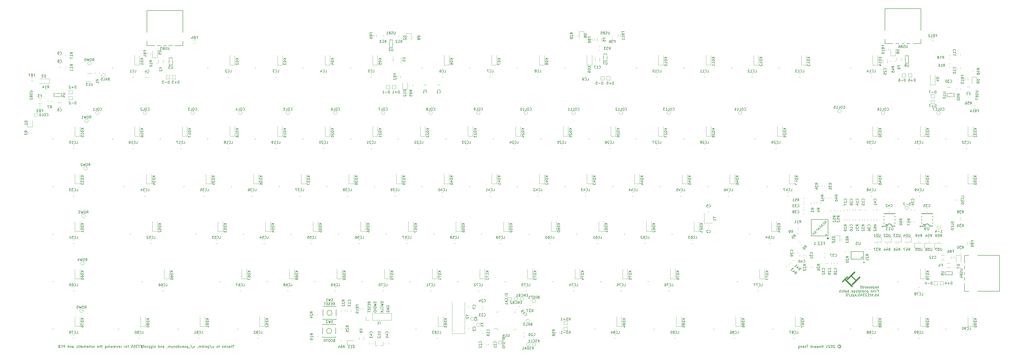
<source format=gbo>
%TF.GenerationSoftware,KiCad,Pcbnew,(5.1.10)-1*%
%TF.CreationDate,2021-11-05T15:43:11-04:00*%
%TF.ProjectId,custom_keyboard (f303),63757374-6f6d-45f6-9b65-79626f617264,rev?*%
%TF.SameCoordinates,Original*%
%TF.FileFunction,Legend,Bot*%
%TF.FilePolarity,Positive*%
%FSLAX46Y46*%
G04 Gerber Fmt 4.6, Leading zero omitted, Abs format (unit mm)*
G04 Created by KiCad (PCBNEW (5.1.10)-1) date 2021-11-05 15:43:11*
%MOMM*%
%LPD*%
G01*
G04 APERTURE LIST*
%ADD10C,0.150000*%
%ADD11C,0.175000*%
%ADD12C,0.120000*%
%ADD13C,0.100000*%
%ADD14C,0.200000*%
%ADD15C,0.254000*%
%ADD16C,0.400000*%
%ADD17C,0.152000*%
%ADD18C,0.300000*%
%ADD19R,1.800000X0.900000*%
%ADD20R,2.550000X2.500000*%
%ADD21C,3.000000*%
%ADD22C,1.750000*%
%ADD23C,4.000000*%
%ADD24C,3.048000*%
%ADD25C,3.987800*%
%ADD26O,0.270000X1.500000*%
%ADD27O,1.500000X0.270000*%
%ADD28R,0.650000X1.060000*%
%ADD29R,1.800000X1.100000*%
%ADD30R,1.000000X1.000000*%
%ADD31C,1.000000*%
%ADD32O,1.700000X1.700000*%
%ADD33R,1.700000X1.700000*%
%ADD34R,2.000000X4.500000*%
%ADD35R,1.200000X0.900000*%
%ADD36O,0.588000X2.045000*%
%ADD37R,0.700000X1.000000*%
%ADD38R,0.700000X0.600000*%
%ADD39R,1.000000X0.700000*%
%ADD40R,0.600000X0.700000*%
%ADD41R,0.800000X0.900000*%
%ADD42R,1.060000X0.650000*%
%ADD43O,1.950000X0.568000*%
%ADD44R,1.450000X0.600000*%
%ADD45R,1.450000X0.300000*%
%ADD46C,0.650000*%
%ADD47O,2.100000X1.000000*%
%ADD48O,1.600000X1.000000*%
%ADD49C,3.500000*%
%ADD50O,1.500000X2.000000*%
%ADD51R,1.200000X1.400000*%
%ADD52R,0.600000X1.450000*%
%ADD53R,0.300000X1.450000*%
%ADD54O,1.000000X2.100000*%
%ADD55O,1.000000X1.600000*%
%ADD56O,2.000000X1.500000*%
%ADD57R,0.900000X1.200000*%
%ADD58R,2.000000X2.000000*%
%ADD59C,2.000000*%
%ADD60R,3.200000X2.000000*%
%ADD61C,6.400000*%
%ADD62C,0.800000*%
G04 APERTURE END LIST*
D10*
X199464633Y-280898371D02*
X199321776Y-280945990D01*
X199274157Y-280993609D01*
X199226538Y-281088847D01*
X199226538Y-281231704D01*
X199274157Y-281326942D01*
X199321776Y-281374561D01*
X199417014Y-281422180D01*
X199797966Y-281422180D01*
X199797966Y-280422180D01*
X199464633Y-280422180D01*
X199369395Y-280469800D01*
X199321776Y-280517419D01*
X199274157Y-280612657D01*
X199274157Y-280707895D01*
X199321776Y-280803133D01*
X199369395Y-280850752D01*
X199464633Y-280898371D01*
X199797966Y-280898371D01*
X198607490Y-280422180D02*
X198417014Y-280422180D01*
X198321776Y-280469800D01*
X198226538Y-280565038D01*
X198178919Y-280755514D01*
X198178919Y-281088847D01*
X198226538Y-281279323D01*
X198321776Y-281374561D01*
X198417014Y-281422180D01*
X198607490Y-281422180D01*
X198702728Y-281374561D01*
X198797966Y-281279323D01*
X198845585Y-281088847D01*
X198845585Y-280755514D01*
X198797966Y-280565038D01*
X198702728Y-280469800D01*
X198607490Y-280422180D01*
X197559871Y-280422180D02*
X197369395Y-280422180D01*
X197274157Y-280469800D01*
X197178919Y-280565038D01*
X197131300Y-280755514D01*
X197131300Y-281088847D01*
X197178919Y-281279323D01*
X197274157Y-281374561D01*
X197369395Y-281422180D01*
X197559871Y-281422180D01*
X197655109Y-281374561D01*
X197750347Y-281279323D01*
X197797966Y-281088847D01*
X197797966Y-280755514D01*
X197750347Y-280565038D01*
X197655109Y-280469800D01*
X197559871Y-280422180D01*
X196845585Y-280422180D02*
X196274157Y-280422180D01*
X196559871Y-281422180D02*
X196559871Y-280422180D01*
X195750347Y-280422180D02*
X195655109Y-280422180D01*
X195559871Y-280469800D01*
X195512252Y-280517419D01*
X195464633Y-280612657D01*
X195417014Y-280803133D01*
X195417014Y-281041228D01*
X195464633Y-281231704D01*
X195512252Y-281326942D01*
X195559871Y-281374561D01*
X195655109Y-281422180D01*
X195750347Y-281422180D01*
X195845585Y-281374561D01*
X195893204Y-281326942D01*
X195940823Y-281231704D01*
X195988442Y-281041228D01*
X195988442Y-280803133D01*
X195940823Y-280612657D01*
X195893204Y-280517419D01*
X195845585Y-280469800D01*
X195750347Y-280422180D01*
X199083680Y-266738730D02*
X199417014Y-266262540D01*
X199655109Y-266738730D02*
X199655109Y-265738730D01*
X199274157Y-265738730D01*
X199178919Y-265786350D01*
X199131300Y-265833969D01*
X199083680Y-265929207D01*
X199083680Y-266072064D01*
X199131300Y-266167302D01*
X199178919Y-266214921D01*
X199274157Y-266262540D01*
X199655109Y-266262540D01*
X198655109Y-266214921D02*
X198321776Y-266214921D01*
X198178919Y-266738730D02*
X198655109Y-266738730D01*
X198655109Y-265738730D01*
X198178919Y-265738730D01*
X197797966Y-266691111D02*
X197655109Y-266738730D01*
X197417014Y-266738730D01*
X197321776Y-266691111D01*
X197274157Y-266643492D01*
X197226538Y-266548254D01*
X197226538Y-266453016D01*
X197274157Y-266357778D01*
X197321776Y-266310159D01*
X197417014Y-266262540D01*
X197607490Y-266214921D01*
X197702728Y-266167302D01*
X197750347Y-266119683D01*
X197797966Y-266024445D01*
X197797966Y-265929207D01*
X197750347Y-265833969D01*
X197702728Y-265786350D01*
X197607490Y-265738730D01*
X197369395Y-265738730D01*
X197226538Y-265786350D01*
X196797966Y-266214921D02*
X196464633Y-266214921D01*
X196321776Y-266738730D02*
X196797966Y-266738730D01*
X196797966Y-265738730D01*
X196321776Y-265738730D01*
X196036061Y-265738730D02*
X195464633Y-265738730D01*
X195750347Y-266738730D02*
X195750347Y-265738730D01*
X159563328Y-282803280D02*
X158991899Y-282803280D01*
X159277614Y-283803280D02*
X159277614Y-282803280D01*
X158658566Y-283803280D02*
X158658566Y-282803280D01*
X158229995Y-283803280D02*
X158229995Y-283279471D01*
X158277614Y-283184233D01*
X158372852Y-283136614D01*
X158515709Y-283136614D01*
X158610947Y-283184233D01*
X158658566Y-283231852D01*
X157325233Y-283803280D02*
X157325233Y-283279471D01*
X157372852Y-283184233D01*
X157468090Y-283136614D01*
X157658566Y-283136614D01*
X157753804Y-283184233D01*
X157325233Y-283755661D02*
X157420471Y-283803280D01*
X157658566Y-283803280D01*
X157753804Y-283755661D01*
X157801423Y-283660423D01*
X157801423Y-283565185D01*
X157753804Y-283469947D01*
X157658566Y-283422328D01*
X157420471Y-283422328D01*
X157325233Y-283374709D01*
X156849042Y-283136614D02*
X156849042Y-283803280D01*
X156849042Y-283231852D02*
X156801423Y-283184233D01*
X156706185Y-283136614D01*
X156563328Y-283136614D01*
X156468090Y-283184233D01*
X156420471Y-283279471D01*
X156420471Y-283803280D01*
X155944280Y-283803280D02*
X155944280Y-282803280D01*
X155849042Y-283422328D02*
X155563328Y-283803280D01*
X155563328Y-283136614D02*
X155944280Y-283517566D01*
X155182376Y-283755661D02*
X155087138Y-283803280D01*
X154896661Y-283803280D01*
X154801423Y-283755661D01*
X154753804Y-283660423D01*
X154753804Y-283612804D01*
X154801423Y-283517566D01*
X154896661Y-283469947D01*
X155039519Y-283469947D01*
X155134757Y-283422328D01*
X155182376Y-283327090D01*
X155182376Y-283279471D01*
X155134757Y-283184233D01*
X155039519Y-283136614D01*
X154896661Y-283136614D01*
X154801423Y-283184233D01*
X153706185Y-283136614D02*
X153325233Y-283136614D01*
X153563328Y-282803280D02*
X153563328Y-283660423D01*
X153515709Y-283755661D01*
X153420471Y-283803280D01*
X153325233Y-283803280D01*
X152849042Y-283803280D02*
X152944280Y-283755661D01*
X152991899Y-283708042D01*
X153039519Y-283612804D01*
X153039519Y-283327090D01*
X152991899Y-283231852D01*
X152944280Y-283184233D01*
X152849042Y-283136614D01*
X152706185Y-283136614D01*
X152610947Y-283184233D01*
X152563328Y-283231852D01*
X152515709Y-283327090D01*
X152515709Y-283612804D01*
X152563328Y-283708042D01*
X152610947Y-283755661D01*
X152706185Y-283803280D01*
X152849042Y-283803280D01*
X150896661Y-283136614D02*
X150896661Y-283803280D01*
X151325233Y-283136614D02*
X151325233Y-283660423D01*
X151277614Y-283755661D01*
X151182376Y-283803280D01*
X151039519Y-283803280D01*
X150944280Y-283755661D01*
X150896661Y-283708042D01*
X149706185Y-282755661D02*
X150563328Y-284041376D01*
X149372852Y-283136614D02*
X149372852Y-284136614D01*
X149372852Y-283184233D02*
X149277614Y-283136614D01*
X149087138Y-283136614D01*
X148991899Y-283184233D01*
X148944280Y-283231852D01*
X148896661Y-283327090D01*
X148896661Y-283612804D01*
X148944280Y-283708042D01*
X148991899Y-283755661D01*
X149087138Y-283803280D01*
X149277614Y-283803280D01*
X149372852Y-283755661D01*
X148325233Y-283803280D02*
X148420471Y-283755661D01*
X148468090Y-283708042D01*
X148515709Y-283612804D01*
X148515709Y-283327090D01*
X148468090Y-283231852D01*
X148420471Y-283184233D01*
X148325233Y-283136614D01*
X148182376Y-283136614D01*
X148087138Y-283184233D01*
X148039519Y-283231852D01*
X147991899Y-283327090D01*
X147991899Y-283612804D01*
X148039519Y-283708042D01*
X148087138Y-283755661D01*
X148182376Y-283803280D01*
X148325233Y-283803280D01*
X147420471Y-283803280D02*
X147515709Y-283755661D01*
X147563328Y-283660423D01*
X147563328Y-282803280D01*
X147039519Y-283803280D02*
X147039519Y-282803280D01*
X146944280Y-283422328D02*
X146658566Y-283803280D01*
X146658566Y-283136614D02*
X147039519Y-283517566D01*
X146229995Y-283803280D02*
X146229995Y-283136614D01*
X146229995Y-283231852D02*
X146182376Y-283184233D01*
X146087138Y-283136614D01*
X145944280Y-283136614D01*
X145849042Y-283184233D01*
X145801423Y-283279471D01*
X145801423Y-283803280D01*
X145801423Y-283279471D02*
X145753804Y-283184233D01*
X145658566Y-283136614D01*
X145515709Y-283136614D01*
X145420471Y-283184233D01*
X145372852Y-283279471D01*
X145372852Y-283803280D01*
X144849042Y-283755661D02*
X144849042Y-283803280D01*
X144896661Y-283898519D01*
X144944280Y-283946138D01*
X143229995Y-283136614D02*
X143229995Y-283803280D01*
X143658566Y-283136614D02*
X143658566Y-283660423D01*
X143610947Y-283755661D01*
X143515709Y-283803280D01*
X143372852Y-283803280D01*
X143277614Y-283755661D01*
X143229995Y-283708042D01*
X142039519Y-282755661D02*
X142896661Y-284041376D01*
X141944280Y-283898519D02*
X141182376Y-283898519D01*
X140944280Y-283136614D02*
X140944280Y-284136614D01*
X140944280Y-283184233D02*
X140849042Y-283136614D01*
X140658566Y-283136614D01*
X140563328Y-283184233D01*
X140515709Y-283231852D01*
X140468090Y-283327090D01*
X140468090Y-283612804D01*
X140515709Y-283708042D01*
X140563328Y-283755661D01*
X140658566Y-283803280D01*
X140849042Y-283803280D01*
X140944280Y-283755661D01*
X140087138Y-283755661D02*
X139991899Y-283803280D01*
X139801423Y-283803280D01*
X139706185Y-283755661D01*
X139658566Y-283660423D01*
X139658566Y-283612804D01*
X139706185Y-283517566D01*
X139801423Y-283469947D01*
X139944280Y-283469947D01*
X140039519Y-283422328D01*
X140087138Y-283327090D01*
X140087138Y-283279471D01*
X140039519Y-283184233D01*
X139944280Y-283136614D01*
X139801423Y-283136614D01*
X139706185Y-283184233D01*
X138849042Y-283755661D02*
X138944280Y-283803280D01*
X139134757Y-283803280D01*
X139229995Y-283755661D01*
X139277614Y-283660423D01*
X139277614Y-283279471D01*
X139229995Y-283184233D01*
X139134757Y-283136614D01*
X138944280Y-283136614D01*
X138849042Y-283184233D01*
X138801423Y-283279471D01*
X138801423Y-283374709D01*
X139277614Y-283469947D01*
X137944280Y-283136614D02*
X137944280Y-283803280D01*
X138372852Y-283136614D02*
X138372852Y-283660423D01*
X138325233Y-283755661D01*
X138229995Y-283803280D01*
X138087138Y-283803280D01*
X137991899Y-283755661D01*
X137944280Y-283708042D01*
X137039519Y-283803280D02*
X137039519Y-282803280D01*
X137039519Y-283755661D02*
X137134757Y-283803280D01*
X137325233Y-283803280D01*
X137420471Y-283755661D01*
X137468090Y-283708042D01*
X137515709Y-283612804D01*
X137515709Y-283327090D01*
X137468090Y-283231852D01*
X137420471Y-283184233D01*
X137325233Y-283136614D01*
X137134757Y-283136614D01*
X137039519Y-283184233D01*
X136420471Y-283803280D02*
X136515709Y-283755661D01*
X136563328Y-283708042D01*
X136610947Y-283612804D01*
X136610947Y-283327090D01*
X136563328Y-283231852D01*
X136515709Y-283184233D01*
X136420471Y-283136614D01*
X136277614Y-283136614D01*
X136182376Y-283184233D01*
X136134757Y-283231852D01*
X136087138Y-283327090D01*
X136087138Y-283612804D01*
X136134757Y-283708042D01*
X136182376Y-283755661D01*
X136277614Y-283803280D01*
X136420471Y-283803280D01*
X135658566Y-283136614D02*
X135658566Y-283803280D01*
X135658566Y-283231852D02*
X135610947Y-283184233D01*
X135515709Y-283136614D01*
X135372852Y-283136614D01*
X135277614Y-283184233D01*
X135229995Y-283279471D01*
X135229995Y-283803280D01*
X134849042Y-283136614D02*
X134610947Y-283803280D01*
X134372852Y-283136614D02*
X134610947Y-283803280D01*
X134706185Y-284041376D01*
X134753804Y-284088995D01*
X134849042Y-284136614D01*
X133991899Y-283803280D02*
X133991899Y-283136614D01*
X133991899Y-283231852D02*
X133944280Y-283184233D01*
X133849042Y-283136614D01*
X133706185Y-283136614D01*
X133610947Y-283184233D01*
X133563328Y-283279471D01*
X133563328Y-283803280D01*
X133563328Y-283279471D02*
X133515709Y-283184233D01*
X133420471Y-283136614D01*
X133277614Y-283136614D01*
X133182376Y-283184233D01*
X133134757Y-283279471D01*
X133134757Y-283803280D01*
X132610947Y-283755661D02*
X132610947Y-283803280D01*
X132658566Y-283898519D01*
X132706185Y-283946138D01*
X130991899Y-283803280D02*
X130991899Y-283279471D01*
X131039519Y-283184233D01*
X131134757Y-283136614D01*
X131325233Y-283136614D01*
X131420471Y-283184233D01*
X130991899Y-283755661D02*
X131087138Y-283803280D01*
X131325233Y-283803280D01*
X131420471Y-283755661D01*
X131468090Y-283660423D01*
X131468090Y-283565185D01*
X131420471Y-283469947D01*
X131325233Y-283422328D01*
X131087138Y-283422328D01*
X130991899Y-283374709D01*
X130515709Y-283136614D02*
X130515709Y-283803280D01*
X130515709Y-283231852D02*
X130468090Y-283184233D01*
X130372852Y-283136614D01*
X130229995Y-283136614D01*
X130134757Y-283184233D01*
X130087138Y-283279471D01*
X130087138Y-283803280D01*
X129182376Y-283803280D02*
X129182376Y-282803280D01*
X129182376Y-283755661D02*
X129277614Y-283803280D01*
X129468090Y-283803280D01*
X129563328Y-283755661D01*
X129610947Y-283708042D01*
X129658566Y-283612804D01*
X129658566Y-283327090D01*
X129610947Y-283231852D01*
X129563328Y-283184233D01*
X129468090Y-283136614D01*
X129277614Y-283136614D01*
X129182376Y-283184233D01*
X127991899Y-283755661D02*
X127896661Y-283803280D01*
X127706185Y-283803280D01*
X127610947Y-283755661D01*
X127563328Y-283660423D01*
X127563328Y-283612804D01*
X127610947Y-283517566D01*
X127706185Y-283469947D01*
X127849042Y-283469947D01*
X127944280Y-283422328D01*
X127991899Y-283327090D01*
X127991899Y-283279471D01*
X127944280Y-283184233D01*
X127849042Y-283136614D01*
X127706185Y-283136614D01*
X127610947Y-283184233D01*
X127134757Y-283803280D02*
X127134757Y-283136614D01*
X127134757Y-282803280D02*
X127182376Y-282850900D01*
X127134757Y-282898519D01*
X127087138Y-282850900D01*
X127134757Y-282803280D01*
X127134757Y-282898519D01*
X126229995Y-283136614D02*
X126229995Y-283946138D01*
X126277614Y-284041376D01*
X126325233Y-284088995D01*
X126420471Y-284136614D01*
X126563328Y-284136614D01*
X126658566Y-284088995D01*
X126229995Y-283755661D02*
X126325233Y-283803280D01*
X126515709Y-283803280D01*
X126610947Y-283755661D01*
X126658566Y-283708042D01*
X126706185Y-283612804D01*
X126706185Y-283327090D01*
X126658566Y-283231852D01*
X126610947Y-283184233D01*
X126515709Y-283136614D01*
X126325233Y-283136614D01*
X126229995Y-283184233D01*
X125753804Y-283136614D02*
X125753804Y-284136614D01*
X125753804Y-283184233D02*
X125658566Y-283136614D01*
X125468090Y-283136614D01*
X125372852Y-283184233D01*
X125325233Y-283231852D01*
X125277614Y-283327090D01*
X125277614Y-283612804D01*
X125325233Y-283708042D01*
X125372852Y-283755661D01*
X125468090Y-283803280D01*
X125658566Y-283803280D01*
X125753804Y-283755661D01*
X124849042Y-283803280D02*
X124849042Y-283136614D01*
X124849042Y-283327090D02*
X124801423Y-283231852D01*
X124753804Y-283184233D01*
X124658566Y-283136614D01*
X124563328Y-283136614D01*
X124087138Y-283803280D02*
X124182376Y-283755661D01*
X124229995Y-283708042D01*
X124277614Y-283612804D01*
X124277614Y-283327090D01*
X124229995Y-283231852D01*
X124182376Y-283184233D01*
X124087138Y-283136614D01*
X123944280Y-283136614D01*
X123849042Y-283184233D01*
X123801423Y-283231852D01*
X123753804Y-283327090D01*
X123753804Y-283612804D01*
X123801423Y-283708042D01*
X123849042Y-283755661D01*
X123944280Y-283803280D01*
X124087138Y-283803280D01*
X123468090Y-283136614D02*
X123087138Y-283136614D01*
X123325233Y-283803280D02*
X123325233Y-282946138D01*
X123277614Y-282850900D01*
X123182376Y-282803280D01*
X123087138Y-282803280D01*
X122801423Y-283136614D02*
X122087138Y-283136614D01*
X122515709Y-282708042D02*
X122801423Y-283993757D01*
X122182376Y-283565185D02*
X122896661Y-283565185D01*
X122468090Y-283993757D02*
X122182376Y-282708042D01*
X121849042Y-282803280D02*
X121182376Y-282803280D01*
X121610947Y-283803280D01*
X120896661Y-282803280D02*
X120277614Y-282803280D01*
X120610947Y-283184233D01*
X120468090Y-283184233D01*
X120372852Y-283231852D01*
X120325233Y-283279471D01*
X120277614Y-283374709D01*
X120277614Y-283612804D01*
X120325233Y-283708042D01*
X120372852Y-283755661D01*
X120468090Y-283803280D01*
X120753804Y-283803280D01*
X120849042Y-283755661D01*
X120896661Y-283708042D01*
X119372852Y-282803280D02*
X119849042Y-282803280D01*
X119896661Y-283279471D01*
X119849042Y-283231852D01*
X119753804Y-283184233D01*
X119515709Y-283184233D01*
X119420471Y-283231852D01*
X119372852Y-283279471D01*
X119325233Y-283374709D01*
X119325233Y-283612804D01*
X119372852Y-283708042D01*
X119420471Y-283755661D01*
X119515709Y-283803280D01*
X119753804Y-283803280D01*
X119849042Y-283755661D01*
X119896661Y-283708042D01*
X118420471Y-282803280D02*
X118896661Y-282803280D01*
X118944280Y-283279471D01*
X118896661Y-283231852D01*
X118801423Y-283184233D01*
X118563328Y-283184233D01*
X118468090Y-283231852D01*
X118420471Y-283279471D01*
X118372852Y-283374709D01*
X118372852Y-283612804D01*
X118420471Y-283708042D01*
X118468090Y-283755661D01*
X118563328Y-283803280D01*
X118801423Y-283803280D01*
X118896661Y-283755661D01*
X118944280Y-283708042D01*
X117325233Y-283136614D02*
X116944280Y-283136614D01*
X117182376Y-283803280D02*
X117182376Y-282946138D01*
X117134757Y-282850900D01*
X117039519Y-282803280D01*
X116944280Y-282803280D01*
X116468090Y-283803280D02*
X116563328Y-283755661D01*
X116610947Y-283708042D01*
X116658566Y-283612804D01*
X116658566Y-283327090D01*
X116610947Y-283231852D01*
X116563328Y-283184233D01*
X116468090Y-283136614D01*
X116325233Y-283136614D01*
X116229995Y-283184233D01*
X116182376Y-283231852D01*
X116134757Y-283327090D01*
X116134757Y-283612804D01*
X116182376Y-283708042D01*
X116229995Y-283755661D01*
X116325233Y-283803280D01*
X116468090Y-283803280D01*
X115706185Y-283803280D02*
X115706185Y-283136614D01*
X115706185Y-283327090D02*
X115658566Y-283231852D01*
X115610947Y-283184233D01*
X115515709Y-283136614D01*
X115420471Y-283136614D01*
X114325233Y-283803280D02*
X114325233Y-283136614D01*
X114325233Y-283327090D02*
X114277614Y-283231852D01*
X114229995Y-283184233D01*
X114134757Y-283136614D01*
X114039519Y-283136614D01*
X113325233Y-283755661D02*
X113420471Y-283803280D01*
X113610947Y-283803280D01*
X113706185Y-283755661D01*
X113753804Y-283660423D01*
X113753804Y-283279471D01*
X113706185Y-283184233D01*
X113610947Y-283136614D01*
X113420471Y-283136614D01*
X113325233Y-283184233D01*
X113277614Y-283279471D01*
X113277614Y-283374709D01*
X113753804Y-283469947D01*
X112944280Y-283136614D02*
X112706185Y-283803280D01*
X112468090Y-283136614D01*
X112087138Y-283803280D02*
X112087138Y-283136614D01*
X112087138Y-282803280D02*
X112134757Y-282850900D01*
X112087138Y-282898519D01*
X112039519Y-282850900D01*
X112087138Y-282803280D01*
X112087138Y-282898519D01*
X111229995Y-283755661D02*
X111325233Y-283803280D01*
X111515709Y-283803280D01*
X111610947Y-283755661D01*
X111658566Y-283660423D01*
X111658566Y-283279471D01*
X111610947Y-283184233D01*
X111515709Y-283136614D01*
X111325233Y-283136614D01*
X111229995Y-283184233D01*
X111182376Y-283279471D01*
X111182376Y-283374709D01*
X111658566Y-283469947D01*
X110849042Y-283136614D02*
X110658566Y-283803280D01*
X110468090Y-283327090D01*
X110277614Y-283803280D01*
X110087138Y-283136614D01*
X109706185Y-283803280D02*
X109706185Y-283136614D01*
X109706185Y-282803280D02*
X109753804Y-282850900D01*
X109706185Y-282898519D01*
X109658566Y-282850900D01*
X109706185Y-282803280D01*
X109706185Y-282898519D01*
X109229995Y-283136614D02*
X109229995Y-283803280D01*
X109229995Y-283231852D02*
X109182376Y-283184233D01*
X109087138Y-283136614D01*
X108944280Y-283136614D01*
X108849042Y-283184233D01*
X108801423Y-283279471D01*
X108801423Y-283803280D01*
X107896661Y-283136614D02*
X107896661Y-283946138D01*
X107944280Y-284041376D01*
X107991899Y-284088995D01*
X108087138Y-284136614D01*
X108229995Y-284136614D01*
X108325233Y-284088995D01*
X107896661Y-283755661D02*
X107991899Y-283803280D01*
X108182376Y-283803280D01*
X108277614Y-283755661D01*
X108325233Y-283708042D01*
X108372852Y-283612804D01*
X108372852Y-283327090D01*
X108325233Y-283231852D01*
X108277614Y-283184233D01*
X108182376Y-283136614D01*
X107991899Y-283136614D01*
X107896661Y-283184233D01*
X106801423Y-283136614D02*
X106420471Y-283136614D01*
X106658566Y-282803280D02*
X106658566Y-283660423D01*
X106610947Y-283755661D01*
X106515709Y-283803280D01*
X106420471Y-283803280D01*
X106087138Y-283803280D02*
X106087138Y-282803280D01*
X105658566Y-283803280D02*
X105658566Y-283279471D01*
X105706185Y-283184233D01*
X105801423Y-283136614D01*
X105944280Y-283136614D01*
X106039519Y-283184233D01*
X106087138Y-283231852D01*
X104801423Y-283755661D02*
X104896661Y-283803280D01*
X105087138Y-283803280D01*
X105182376Y-283755661D01*
X105229995Y-283660423D01*
X105229995Y-283279471D01*
X105182376Y-283184233D01*
X105087138Y-283136614D01*
X104896661Y-283136614D01*
X104801423Y-283184233D01*
X104753804Y-283279471D01*
X104753804Y-283374709D01*
X105229995Y-283469947D01*
X103610947Y-283755661D02*
X103515709Y-283803280D01*
X103325233Y-283803280D01*
X103229995Y-283755661D01*
X103182376Y-283660423D01*
X103182376Y-283612804D01*
X103229995Y-283517566D01*
X103325233Y-283469947D01*
X103468090Y-283469947D01*
X103563328Y-283422328D01*
X103610947Y-283327090D01*
X103610947Y-283279471D01*
X103563328Y-283184233D01*
X103468090Y-283136614D01*
X103325233Y-283136614D01*
X103229995Y-283184233D01*
X102325233Y-283755661D02*
X102420471Y-283803280D01*
X102610947Y-283803280D01*
X102706185Y-283755661D01*
X102753804Y-283708042D01*
X102801423Y-283612804D01*
X102801423Y-283327090D01*
X102753804Y-283231852D01*
X102706185Y-283184233D01*
X102610947Y-283136614D01*
X102420471Y-283136614D01*
X102325233Y-283184233D01*
X101896661Y-283803280D02*
X101896661Y-282803280D01*
X101468090Y-283803280D02*
X101468090Y-283279471D01*
X101515709Y-283184233D01*
X101610947Y-283136614D01*
X101753804Y-283136614D01*
X101849042Y-283184233D01*
X101896661Y-283231852D01*
X100610947Y-283755661D02*
X100706185Y-283803280D01*
X100896661Y-283803280D01*
X100991899Y-283755661D01*
X101039519Y-283660423D01*
X101039519Y-283279471D01*
X100991899Y-283184233D01*
X100896661Y-283136614D01*
X100706185Y-283136614D01*
X100610947Y-283184233D01*
X100563328Y-283279471D01*
X100563328Y-283374709D01*
X101039519Y-283469947D01*
X100134757Y-283803280D02*
X100134757Y-283136614D01*
X100134757Y-283231852D02*
X100087138Y-283184233D01*
X99991899Y-283136614D01*
X99849042Y-283136614D01*
X99753804Y-283184233D01*
X99706185Y-283279471D01*
X99706185Y-283803280D01*
X99706185Y-283279471D02*
X99658566Y-283184233D01*
X99563328Y-283136614D01*
X99420471Y-283136614D01*
X99325233Y-283184233D01*
X99277614Y-283279471D01*
X99277614Y-283803280D01*
X98372852Y-283803280D02*
X98372852Y-283279471D01*
X98420471Y-283184233D01*
X98515709Y-283136614D01*
X98706185Y-283136614D01*
X98801423Y-283184233D01*
X98372852Y-283755661D02*
X98468090Y-283803280D01*
X98706185Y-283803280D01*
X98801423Y-283755661D01*
X98849042Y-283660423D01*
X98849042Y-283565185D01*
X98801423Y-283469947D01*
X98706185Y-283422328D01*
X98468090Y-283422328D01*
X98372852Y-283374709D01*
X98039519Y-283136614D02*
X97658566Y-283136614D01*
X97896661Y-282803280D02*
X97896661Y-283660423D01*
X97849042Y-283755661D01*
X97753804Y-283803280D01*
X97658566Y-283803280D01*
X97325233Y-283803280D02*
X97325233Y-283136614D01*
X97325233Y-282803280D02*
X97372852Y-282850900D01*
X97325233Y-282898519D01*
X97277614Y-282850900D01*
X97325233Y-282803280D01*
X97325233Y-282898519D01*
X96420471Y-283755661D02*
X96515709Y-283803280D01*
X96706185Y-283803280D01*
X96801423Y-283755661D01*
X96849042Y-283708042D01*
X96896661Y-283612804D01*
X96896661Y-283327090D01*
X96849042Y-283231852D01*
X96801423Y-283184233D01*
X96706185Y-283136614D01*
X96515709Y-283136614D01*
X96420471Y-283184233D01*
X94801423Y-283803280D02*
X94801423Y-283279471D01*
X94849042Y-283184233D01*
X94944280Y-283136614D01*
X95134757Y-283136614D01*
X95229995Y-283184233D01*
X94801423Y-283755661D02*
X94896661Y-283803280D01*
X95134757Y-283803280D01*
X95229995Y-283755661D01*
X95277614Y-283660423D01*
X95277614Y-283565185D01*
X95229995Y-283469947D01*
X95134757Y-283422328D01*
X94896661Y-283422328D01*
X94801423Y-283374709D01*
X94325233Y-283136614D02*
X94325233Y-283803280D01*
X94325233Y-283231852D02*
X94277614Y-283184233D01*
X94182376Y-283136614D01*
X94039519Y-283136614D01*
X93944280Y-283184233D01*
X93896661Y-283279471D01*
X93896661Y-283803280D01*
X92991899Y-283803280D02*
X92991899Y-282803280D01*
X92991899Y-283755661D02*
X93087138Y-283803280D01*
X93277614Y-283803280D01*
X93372852Y-283755661D01*
X93420471Y-283708042D01*
X93468090Y-283612804D01*
X93468090Y-283327090D01*
X93420471Y-283231852D01*
X93372852Y-283184233D01*
X93277614Y-283136614D01*
X93087138Y-283136614D01*
X92991899Y-283184233D01*
X91753804Y-283803280D02*
X91753804Y-282803280D01*
X91372852Y-282803280D01*
X91277614Y-282850900D01*
X91229995Y-282898519D01*
X91182376Y-282993757D01*
X91182376Y-283136614D01*
X91229995Y-283231852D01*
X91277614Y-283279471D01*
X91372852Y-283327090D01*
X91753804Y-283327090D01*
X90182376Y-283708042D02*
X90229995Y-283755661D01*
X90372852Y-283803280D01*
X90468090Y-283803280D01*
X90610947Y-283755661D01*
X90706185Y-283660423D01*
X90753804Y-283565185D01*
X90801423Y-283374709D01*
X90801423Y-283231852D01*
X90753804Y-283041376D01*
X90706185Y-282946138D01*
X90610947Y-282850900D01*
X90468090Y-282803280D01*
X90372852Y-282803280D01*
X90229995Y-282850900D01*
X90182376Y-282898519D01*
X89420471Y-283279471D02*
X89277614Y-283327090D01*
X89229995Y-283374709D01*
X89182376Y-283469947D01*
X89182376Y-283612804D01*
X89229995Y-283708042D01*
X89277614Y-283755661D01*
X89372852Y-283803280D01*
X89753804Y-283803280D01*
X89753804Y-282803280D01*
X89420471Y-282803280D01*
X89325233Y-282850900D01*
X89277614Y-282898519D01*
X89229995Y-282993757D01*
X89229995Y-283088995D01*
X89277614Y-283184233D01*
X89325233Y-283231852D01*
X89420471Y-283279471D01*
X89753804Y-283279471D01*
X401365676Y-283041376D02*
X401460914Y-282993757D01*
X401651390Y-282993757D01*
X401746628Y-283041376D01*
X401841866Y-283136614D01*
X401889485Y-283231852D01*
X401889485Y-283422328D01*
X401841866Y-283517566D01*
X401746628Y-283612804D01*
X401651390Y-283660423D01*
X401460914Y-283660423D01*
X401365676Y-283612804D01*
X401556152Y-282660423D02*
X401794247Y-282708042D01*
X402032342Y-282850900D01*
X402175200Y-283088995D01*
X402222819Y-283327090D01*
X402175200Y-283565185D01*
X402032342Y-283803280D01*
X401794247Y-283946138D01*
X401556152Y-283993757D01*
X401318057Y-283946138D01*
X401079961Y-283803280D01*
X400937104Y-283565185D01*
X400889485Y-283327090D01*
X400937104Y-283088995D01*
X401079961Y-282850900D01*
X401318057Y-282708042D01*
X401556152Y-282660423D01*
X399746628Y-282898519D02*
X399699009Y-282850900D01*
X399603771Y-282803280D01*
X399365676Y-282803280D01*
X399270438Y-282850900D01*
X399222819Y-282898519D01*
X399175200Y-282993757D01*
X399175200Y-283088995D01*
X399222819Y-283231852D01*
X399794247Y-283803280D01*
X399175200Y-283803280D01*
X398556152Y-282803280D02*
X398460914Y-282803280D01*
X398365676Y-282850900D01*
X398318057Y-282898519D01*
X398270438Y-282993757D01*
X398222819Y-283184233D01*
X398222819Y-283422328D01*
X398270438Y-283612804D01*
X398318057Y-283708042D01*
X398365676Y-283755661D01*
X398460914Y-283803280D01*
X398556152Y-283803280D01*
X398651390Y-283755661D01*
X398699009Y-283708042D01*
X398746628Y-283612804D01*
X398794247Y-283422328D01*
X398794247Y-283184233D01*
X398746628Y-282993757D01*
X398699009Y-282898519D01*
X398651390Y-282850900D01*
X398556152Y-282803280D01*
X397841866Y-282898519D02*
X397794247Y-282850900D01*
X397699009Y-282803280D01*
X397460914Y-282803280D01*
X397365676Y-282850900D01*
X397318057Y-282898519D01*
X397270438Y-282993757D01*
X397270438Y-283088995D01*
X397318057Y-283231852D01*
X397889485Y-283803280D01*
X397270438Y-283803280D01*
X396318057Y-283803280D02*
X396889485Y-283803280D01*
X396603771Y-283803280D02*
X396603771Y-282803280D01*
X396699009Y-282946138D01*
X396794247Y-283041376D01*
X396889485Y-283088995D01*
X395127580Y-283803280D02*
X395127580Y-282803280D01*
X395127580Y-283279471D02*
X394556152Y-283279471D01*
X394556152Y-283803280D02*
X394556152Y-282803280D01*
X393937104Y-283803280D02*
X394032342Y-283755661D01*
X394079961Y-283708042D01*
X394127580Y-283612804D01*
X394127580Y-283327090D01*
X394079961Y-283231852D01*
X394032342Y-283184233D01*
X393937104Y-283136614D01*
X393794247Y-283136614D01*
X393699009Y-283184233D01*
X393651390Y-283231852D01*
X393603771Y-283327090D01*
X393603771Y-283612804D01*
X393651390Y-283708042D01*
X393699009Y-283755661D01*
X393794247Y-283803280D01*
X393937104Y-283803280D01*
X393270438Y-283136614D02*
X393079961Y-283803280D01*
X392889485Y-283327090D01*
X392699009Y-283803280D01*
X392508533Y-283136614D01*
X391699009Y-283803280D02*
X391699009Y-283279471D01*
X391746628Y-283184233D01*
X391841866Y-283136614D01*
X392032342Y-283136614D01*
X392127580Y-283184233D01*
X391699009Y-283755661D02*
X391794247Y-283803280D01*
X392032342Y-283803280D01*
X392127580Y-283755661D01*
X392175200Y-283660423D01*
X392175200Y-283565185D01*
X392127580Y-283469947D01*
X392032342Y-283422328D01*
X391794247Y-283422328D01*
X391699009Y-283374709D01*
X391222819Y-283803280D02*
X391222819Y-283136614D01*
X391222819Y-283327090D02*
X391175200Y-283231852D01*
X391127580Y-283184233D01*
X391032342Y-283136614D01*
X390937104Y-283136614D01*
X390175200Y-283803280D02*
X390175200Y-282803280D01*
X390175200Y-283755661D02*
X390270438Y-283803280D01*
X390460914Y-283803280D01*
X390556152Y-283755661D01*
X390603771Y-283708042D01*
X390651390Y-283612804D01*
X390651390Y-283327090D01*
X390603771Y-283231852D01*
X390556152Y-283184233D01*
X390460914Y-283136614D01*
X390270438Y-283136614D01*
X390175200Y-283184233D01*
X389079961Y-282803280D02*
X388508533Y-282803280D01*
X388794247Y-283803280D02*
X388794247Y-282803280D01*
X388222819Y-283755661D02*
X388127580Y-283803280D01*
X387937104Y-283803280D01*
X387841866Y-283755661D01*
X387794247Y-283660423D01*
X387794247Y-283612804D01*
X387841866Y-283517566D01*
X387937104Y-283469947D01*
X388079961Y-283469947D01*
X388175200Y-283422328D01*
X388222819Y-283327090D01*
X388222819Y-283279471D01*
X388175200Y-283184233D01*
X388079961Y-283136614D01*
X387937104Y-283136614D01*
X387841866Y-283184233D01*
X386984723Y-283755661D02*
X387079961Y-283803280D01*
X387270438Y-283803280D01*
X387365676Y-283755661D01*
X387413295Y-283660423D01*
X387413295Y-283279471D01*
X387365676Y-283184233D01*
X387270438Y-283136614D01*
X387079961Y-283136614D01*
X386984723Y-283184233D01*
X386937104Y-283279471D01*
X386937104Y-283374709D01*
X387413295Y-283469947D01*
X386508533Y-283136614D02*
X386508533Y-283803280D01*
X386508533Y-283231852D02*
X386460914Y-283184233D01*
X386365676Y-283136614D01*
X386222819Y-283136614D01*
X386127580Y-283184233D01*
X386079961Y-283279471D01*
X386079961Y-283803280D01*
X385175200Y-283136614D02*
X385175200Y-283946138D01*
X385222819Y-284041376D01*
X385270438Y-284088995D01*
X385365676Y-284136614D01*
X385508533Y-284136614D01*
X385603771Y-284088995D01*
X385175200Y-283755661D02*
X385270438Y-283803280D01*
X385460914Y-283803280D01*
X385556152Y-283755661D01*
X385603771Y-283708042D01*
X385651390Y-283612804D01*
X385651390Y-283327090D01*
X385603771Y-283231852D01*
X385556152Y-283184233D01*
X385460914Y-283136614D01*
X385270438Y-283136614D01*
X385175200Y-283184233D01*
X417150604Y-263167080D02*
X417150604Y-262167080D01*
X417055366Y-262786128D02*
X416769652Y-263167080D01*
X416769652Y-262500414D02*
X417150604Y-262881366D01*
X416341080Y-263167080D02*
X416341080Y-262167080D01*
X416341080Y-262548033D02*
X416245842Y-262500414D01*
X416055366Y-262500414D01*
X415960128Y-262548033D01*
X415912509Y-262595652D01*
X415864890Y-262690890D01*
X415864890Y-262976604D01*
X415912509Y-263071842D01*
X415960128Y-263119461D01*
X416055366Y-263167080D01*
X416245842Y-263167080D01*
X416341080Y-263119461D01*
X415436319Y-263071842D02*
X415388700Y-263119461D01*
X415436319Y-263167080D01*
X415483938Y-263119461D01*
X415436319Y-263071842D01*
X415436319Y-263167080D01*
X414960128Y-263167080D02*
X414960128Y-262167080D01*
X414531557Y-263167080D02*
X414531557Y-262643271D01*
X414579176Y-262548033D01*
X414674414Y-262500414D01*
X414817271Y-262500414D01*
X414912509Y-262548033D01*
X414960128Y-262595652D01*
X414198223Y-262500414D02*
X413817271Y-262500414D01*
X414055366Y-262167080D02*
X414055366Y-263024223D01*
X414007747Y-263119461D01*
X413912509Y-263167080D01*
X413817271Y-263167080D01*
X412960128Y-263167080D02*
X413531557Y-263167080D01*
X413245842Y-263167080D02*
X413245842Y-262167080D01*
X413341080Y-262309938D01*
X413436319Y-262405176D01*
X413531557Y-262452795D01*
X412579176Y-262262319D02*
X412531557Y-262214700D01*
X412436319Y-262167080D01*
X412198223Y-262167080D01*
X412102985Y-262214700D01*
X412055366Y-262262319D01*
X412007747Y-262357557D01*
X412007747Y-262452795D01*
X412055366Y-262595652D01*
X412626795Y-263167080D01*
X412007747Y-263167080D01*
X411674414Y-262167080D02*
X411055366Y-262167080D01*
X411388700Y-262548033D01*
X411245842Y-262548033D01*
X411150604Y-262595652D01*
X411102985Y-262643271D01*
X411055366Y-262738509D01*
X411055366Y-262976604D01*
X411102985Y-263071842D01*
X411150604Y-263119461D01*
X411245842Y-263167080D01*
X411531557Y-263167080D01*
X411626795Y-263119461D01*
X411674414Y-263071842D01*
X410198223Y-262500414D02*
X410198223Y-263167080D01*
X410436319Y-262119461D02*
X410674414Y-262833747D01*
X410055366Y-262833747D01*
X409198223Y-262167080D02*
X409674414Y-262167080D01*
X409722033Y-262643271D01*
X409674414Y-262595652D01*
X409579176Y-262548033D01*
X409341080Y-262548033D01*
X409245842Y-262595652D01*
X409198223Y-262643271D01*
X409150604Y-262738509D01*
X409150604Y-262976604D01*
X409198223Y-263071842D01*
X409245842Y-263119461D01*
X409341080Y-263167080D01*
X409579176Y-263167080D01*
X409674414Y-263119461D01*
X409722033Y-263071842D01*
X408722033Y-263071842D02*
X408674414Y-263119461D01*
X408722033Y-263167080D01*
X408769652Y-263119461D01*
X408722033Y-263071842D01*
X408722033Y-263167080D01*
X408341080Y-263167080D02*
X407817271Y-262500414D01*
X408341080Y-262500414D02*
X407817271Y-263167080D01*
X407531557Y-262500414D02*
X407293461Y-263167080D01*
X407055366Y-262500414D02*
X407293461Y-263167080D01*
X407388700Y-263405176D01*
X407436319Y-263452795D01*
X407531557Y-263500414D01*
X406769652Y-262500414D02*
X406245842Y-262500414D01*
X406769652Y-263167080D01*
X406245842Y-263167080D01*
X405150604Y-262119461D02*
X406007747Y-263405176D01*
X404626795Y-262167080D02*
X404531557Y-262167080D01*
X404436319Y-262214700D01*
X404388700Y-262262319D01*
X404341080Y-262357557D01*
X404293461Y-262548033D01*
X404293461Y-262786128D01*
X404341080Y-262976604D01*
X404388700Y-263071842D01*
X404436319Y-263119461D01*
X404531557Y-263167080D01*
X404626795Y-263167080D01*
X404722033Y-263119461D01*
X404769652Y-263071842D01*
X404817271Y-262976604D01*
X404864890Y-262786128D01*
X404864890Y-262548033D01*
X404817271Y-262357557D01*
X404769652Y-262262319D01*
X404722033Y-262214700D01*
X404626795Y-262167080D01*
X416817271Y-261055871D02*
X417150604Y-261055871D01*
X417150604Y-261579680D02*
X417150604Y-260579680D01*
X416674414Y-260579680D01*
X416293461Y-261579680D02*
X416293461Y-260913014D01*
X416293461Y-260579680D02*
X416341080Y-260627300D01*
X416293461Y-260674919D01*
X416245842Y-260627300D01*
X416293461Y-260579680D01*
X416293461Y-260674919D01*
X415817271Y-261579680D02*
X415817271Y-260913014D01*
X415817271Y-261103490D02*
X415769652Y-261008252D01*
X415722033Y-260960633D01*
X415626795Y-260913014D01*
X415531557Y-260913014D01*
X415245842Y-261532061D02*
X415150604Y-261579680D01*
X414960128Y-261579680D01*
X414864890Y-261532061D01*
X414817271Y-261436823D01*
X414817271Y-261389204D01*
X414864890Y-261293966D01*
X414960128Y-261246347D01*
X415102985Y-261246347D01*
X415198223Y-261198728D01*
X415245842Y-261103490D01*
X415245842Y-261055871D01*
X415198223Y-260960633D01*
X415102985Y-260913014D01*
X414960128Y-260913014D01*
X414864890Y-260960633D01*
X414531557Y-260913014D02*
X414150604Y-260913014D01*
X414388700Y-260579680D02*
X414388700Y-261436823D01*
X414341080Y-261532061D01*
X414245842Y-261579680D01*
X414150604Y-261579680D01*
X413055366Y-260913014D02*
X413055366Y-261913014D01*
X413055366Y-260960633D02*
X412960128Y-260913014D01*
X412769652Y-260913014D01*
X412674414Y-260960633D01*
X412626795Y-261008252D01*
X412579176Y-261103490D01*
X412579176Y-261389204D01*
X412626795Y-261484442D01*
X412674414Y-261532061D01*
X412769652Y-261579680D01*
X412960128Y-261579680D01*
X413055366Y-261532061D01*
X412150604Y-261579680D02*
X412150604Y-260913014D01*
X412150604Y-261103490D02*
X412102985Y-261008252D01*
X412055366Y-260960633D01*
X411960128Y-260913014D01*
X411864890Y-260913014D01*
X411388700Y-261579680D02*
X411483938Y-261532061D01*
X411531557Y-261484442D01*
X411579176Y-261389204D01*
X411579176Y-261103490D01*
X411531557Y-261008252D01*
X411483938Y-260960633D01*
X411388700Y-260913014D01*
X411245842Y-260913014D01*
X411150604Y-260960633D01*
X411102985Y-261008252D01*
X411055366Y-261103490D01*
X411055366Y-261389204D01*
X411102985Y-261484442D01*
X411150604Y-261532061D01*
X411245842Y-261579680D01*
X411388700Y-261579680D01*
X410769652Y-260913014D02*
X410388700Y-260913014D01*
X410626795Y-260579680D02*
X410626795Y-261436823D01*
X410579176Y-261532061D01*
X410483938Y-261579680D01*
X410388700Y-261579680D01*
X409912509Y-261579680D02*
X410007747Y-261532061D01*
X410055366Y-261484442D01*
X410102985Y-261389204D01*
X410102985Y-261103490D01*
X410055366Y-261008252D01*
X410007747Y-260960633D01*
X409912509Y-260913014D01*
X409769652Y-260913014D01*
X409674414Y-260960633D01*
X409626795Y-261008252D01*
X409579176Y-261103490D01*
X409579176Y-261389204D01*
X409626795Y-261484442D01*
X409674414Y-261532061D01*
X409769652Y-261579680D01*
X409912509Y-261579680D01*
X409293461Y-260913014D02*
X408912509Y-260913014D01*
X409150604Y-260579680D02*
X409150604Y-261436823D01*
X409102985Y-261532061D01*
X409007747Y-261579680D01*
X408912509Y-261579680D01*
X408674414Y-260913014D02*
X408436319Y-261579680D01*
X408198223Y-260913014D02*
X408436319Y-261579680D01*
X408531557Y-261817776D01*
X408579176Y-261865395D01*
X408674414Y-261913014D01*
X407817271Y-260913014D02*
X407817271Y-261913014D01*
X407817271Y-260960633D02*
X407722033Y-260913014D01*
X407531557Y-260913014D01*
X407436319Y-260960633D01*
X407388700Y-261008252D01*
X407341080Y-261103490D01*
X407341080Y-261389204D01*
X407388700Y-261484442D01*
X407436319Y-261532061D01*
X407531557Y-261579680D01*
X407722033Y-261579680D01*
X407817271Y-261532061D01*
X406531557Y-261532061D02*
X406626795Y-261579680D01*
X406817271Y-261579680D01*
X406912509Y-261532061D01*
X406960128Y-261436823D01*
X406960128Y-261055871D01*
X406912509Y-260960633D01*
X406817271Y-260913014D01*
X406626795Y-260913014D01*
X406531557Y-260960633D01*
X406483938Y-261055871D01*
X406483938Y-261151109D01*
X406960128Y-261246347D01*
X405293461Y-261579680D02*
X405293461Y-260579680D01*
X405293461Y-260960633D02*
X405198223Y-260913014D01*
X405007747Y-260913014D01*
X404912509Y-260960633D01*
X404864890Y-261008252D01*
X404817271Y-261103490D01*
X404817271Y-261389204D01*
X404864890Y-261484442D01*
X404912509Y-261532061D01*
X405007747Y-261579680D01*
X405198223Y-261579680D01*
X405293461Y-261532061D01*
X403960128Y-261579680D02*
X403960128Y-261055871D01*
X404007747Y-260960633D01*
X404102985Y-260913014D01*
X404293461Y-260913014D01*
X404388700Y-260960633D01*
X403960128Y-261532061D02*
X404055366Y-261579680D01*
X404293461Y-261579680D01*
X404388700Y-261532061D01*
X404436319Y-261436823D01*
X404436319Y-261341585D01*
X404388700Y-261246347D01*
X404293461Y-261198728D01*
X404055366Y-261198728D01*
X403960128Y-261151109D01*
X403626795Y-260913014D02*
X403245842Y-260913014D01*
X403483938Y-260579680D02*
X403483938Y-261436823D01*
X403436319Y-261532061D01*
X403341080Y-261579680D01*
X403245842Y-261579680D01*
X402483938Y-261532061D02*
X402579176Y-261579680D01*
X402769652Y-261579680D01*
X402864890Y-261532061D01*
X402912509Y-261484442D01*
X402960128Y-261389204D01*
X402960128Y-261103490D01*
X402912509Y-261008252D01*
X402864890Y-260960633D01*
X402769652Y-260913014D01*
X402579176Y-260913014D01*
X402483938Y-260960633D01*
X402055366Y-261579680D02*
X402055366Y-260579680D01*
X401626795Y-261579680D02*
X401626795Y-261055871D01*
X401674414Y-260960633D01*
X401769652Y-260913014D01*
X401912509Y-260913014D01*
X402007747Y-260960633D01*
X402055366Y-261008252D01*
X417150604Y-259992280D02*
X417150604Y-258992280D01*
X417055366Y-259611328D02*
X416769652Y-259992280D01*
X416769652Y-259325614D02*
X417150604Y-259706566D01*
X415960128Y-259944661D02*
X416055366Y-259992280D01*
X416245842Y-259992280D01*
X416341080Y-259944661D01*
X416388700Y-259849423D01*
X416388700Y-259468471D01*
X416341080Y-259373233D01*
X416245842Y-259325614D01*
X416055366Y-259325614D01*
X415960128Y-259373233D01*
X415912509Y-259468471D01*
X415912509Y-259563709D01*
X416388700Y-259658947D01*
X415579176Y-259325614D02*
X415341080Y-259992280D01*
X415102985Y-259325614D02*
X415341080Y-259992280D01*
X415436319Y-260230376D01*
X415483938Y-260277995D01*
X415579176Y-260325614D01*
X414722033Y-259992280D02*
X414722033Y-258992280D01*
X414722033Y-259373233D02*
X414626795Y-259325614D01*
X414436319Y-259325614D01*
X414341080Y-259373233D01*
X414293461Y-259420852D01*
X414245842Y-259516090D01*
X414245842Y-259801804D01*
X414293461Y-259897042D01*
X414341080Y-259944661D01*
X414436319Y-259992280D01*
X414626795Y-259992280D01*
X414722033Y-259944661D01*
X413674414Y-259992280D02*
X413769652Y-259944661D01*
X413817271Y-259897042D01*
X413864890Y-259801804D01*
X413864890Y-259516090D01*
X413817271Y-259420852D01*
X413769652Y-259373233D01*
X413674414Y-259325614D01*
X413531557Y-259325614D01*
X413436319Y-259373233D01*
X413388700Y-259420852D01*
X413341080Y-259516090D01*
X413341080Y-259801804D01*
X413388700Y-259897042D01*
X413436319Y-259944661D01*
X413531557Y-259992280D01*
X413674414Y-259992280D01*
X412483938Y-259992280D02*
X412483938Y-259468471D01*
X412531557Y-259373233D01*
X412626795Y-259325614D01*
X412817271Y-259325614D01*
X412912509Y-259373233D01*
X412483938Y-259944661D02*
X412579176Y-259992280D01*
X412817271Y-259992280D01*
X412912509Y-259944661D01*
X412960128Y-259849423D01*
X412960128Y-259754185D01*
X412912509Y-259658947D01*
X412817271Y-259611328D01*
X412579176Y-259611328D01*
X412483938Y-259563709D01*
X412007747Y-259992280D02*
X412007747Y-259325614D01*
X412007747Y-259516090D02*
X411960128Y-259420852D01*
X411912509Y-259373233D01*
X411817271Y-259325614D01*
X411722033Y-259325614D01*
X410960128Y-259992280D02*
X410960128Y-258992280D01*
X410960128Y-259944661D02*
X411055366Y-259992280D01*
X411245842Y-259992280D01*
X411341080Y-259944661D01*
X411388700Y-259897042D01*
X411436319Y-259801804D01*
X411436319Y-259516090D01*
X411388700Y-259420852D01*
X411341080Y-259373233D01*
X411245842Y-259325614D01*
X411055366Y-259325614D01*
X410960128Y-259373233D01*
X410293461Y-258992280D02*
X410198223Y-258992280D01*
X410102985Y-259039900D01*
X410055366Y-259087519D01*
X410007747Y-259182757D01*
X409960128Y-259373233D01*
X409960128Y-259611328D01*
X410007747Y-259801804D01*
X410055366Y-259897042D01*
X410102985Y-259944661D01*
X410198223Y-259992280D01*
X410293461Y-259992280D01*
X410388700Y-259944661D01*
X410436319Y-259897042D01*
X410483938Y-259801804D01*
X410531557Y-259611328D01*
X410531557Y-259373233D01*
X410483938Y-259182757D01*
X410436319Y-259087519D01*
X410388700Y-259039900D01*
X410293461Y-258992280D01*
X213957680Y-266024519D02*
X213481490Y-265691185D01*
X213957680Y-265453090D02*
X212957680Y-265453090D01*
X212957680Y-265834042D01*
X213005300Y-265929280D01*
X213052919Y-265976900D01*
X213148157Y-266024519D01*
X213291014Y-266024519D01*
X213386252Y-265976900D01*
X213433871Y-265929280D01*
X213481490Y-265834042D01*
X213481490Y-265453090D01*
X213433871Y-266453090D02*
X213433871Y-266786423D01*
X213957680Y-266929280D02*
X213957680Y-266453090D01*
X212957680Y-266453090D01*
X212957680Y-266929280D01*
X213910061Y-267310233D02*
X213957680Y-267453090D01*
X213957680Y-267691185D01*
X213910061Y-267786423D01*
X213862442Y-267834042D01*
X213767204Y-267881661D01*
X213671966Y-267881661D01*
X213576728Y-267834042D01*
X213529109Y-267786423D01*
X213481490Y-267691185D01*
X213433871Y-267500709D01*
X213386252Y-267405471D01*
X213338633Y-267357852D01*
X213243395Y-267310233D01*
X213148157Y-267310233D01*
X213052919Y-267357852D01*
X213005300Y-267405471D01*
X212957680Y-267500709D01*
X212957680Y-267738804D01*
X213005300Y-267881661D01*
X213433871Y-268310233D02*
X213433871Y-268643566D01*
X213957680Y-268786423D02*
X213957680Y-268310233D01*
X212957680Y-268310233D01*
X212957680Y-268786423D01*
X212957680Y-269072138D02*
X212957680Y-269643566D01*
X213957680Y-269357852D02*
X212957680Y-269357852D01*
X216291161Y-265357852D02*
X216338780Y-265500709D01*
X216338780Y-265738804D01*
X216291161Y-265834042D01*
X216243542Y-265881661D01*
X216148304Y-265929280D01*
X216053066Y-265929280D01*
X215957828Y-265881661D01*
X215910209Y-265834042D01*
X215862590Y-265738804D01*
X215814971Y-265548328D01*
X215767352Y-265453090D01*
X215719733Y-265405471D01*
X215624495Y-265357852D01*
X215529257Y-265357852D01*
X215434019Y-265405471D01*
X215386400Y-265453090D01*
X215338780Y-265548328D01*
X215338780Y-265786423D01*
X215386400Y-265929280D01*
X215338780Y-266262614D02*
X216338780Y-266500709D01*
X215624495Y-266691185D01*
X216338780Y-266881661D01*
X215338780Y-267119757D01*
X216338780Y-267500709D02*
X215338780Y-267500709D01*
X215338780Y-267738804D01*
X215386400Y-267881661D01*
X215481638Y-267976900D01*
X215576876Y-268024519D01*
X215767352Y-268072138D01*
X215910209Y-268072138D01*
X216100685Y-268024519D01*
X216195923Y-267976900D01*
X216291161Y-267881661D01*
X216338780Y-267738804D01*
X216338780Y-267500709D01*
X216338780Y-268500709D02*
X215338780Y-268500709D01*
X215338780Y-269167376D02*
X215338780Y-269357852D01*
X215386400Y-269453090D01*
X215481638Y-269548328D01*
X215672114Y-269595947D01*
X216005447Y-269595947D01*
X216195923Y-269548328D01*
X216291161Y-269453090D01*
X216338780Y-269357852D01*
X216338780Y-269167376D01*
X216291161Y-269072138D01*
X216195923Y-268976900D01*
X216005447Y-268929280D01*
X215672114Y-268929280D01*
X215481638Y-268976900D01*
X215386400Y-269072138D01*
X215338780Y-269167376D01*
X219069111Y-265214995D02*
X219116730Y-265357852D01*
X219116730Y-265595947D01*
X219069111Y-265691185D01*
X219021492Y-265738804D01*
X218926254Y-265786423D01*
X218831016Y-265786423D01*
X218735778Y-265738804D01*
X218688159Y-265691185D01*
X218640540Y-265595947D01*
X218592921Y-265405471D01*
X218545302Y-265310233D01*
X218497683Y-265262614D01*
X218402445Y-265214995D01*
X218307207Y-265214995D01*
X218211969Y-265262614D01*
X218164350Y-265310233D01*
X218116730Y-265405471D01*
X218116730Y-265643566D01*
X218164350Y-265786423D01*
X218116730Y-266119757D02*
X219116730Y-266357852D01*
X218402445Y-266548328D01*
X219116730Y-266738804D01*
X218116730Y-266976900D01*
X219021492Y-267929280D02*
X219069111Y-267881661D01*
X219116730Y-267738804D01*
X219116730Y-267643566D01*
X219069111Y-267500709D01*
X218973873Y-267405471D01*
X218878635Y-267357852D01*
X218688159Y-267310233D01*
X218545302Y-267310233D01*
X218354826Y-267357852D01*
X218259588Y-267405471D01*
X218164350Y-267500709D01*
X218116730Y-267643566D01*
X218116730Y-267738804D01*
X218164350Y-267881661D01*
X218211969Y-267929280D01*
X219116730Y-268834042D02*
X219116730Y-268357852D01*
X218116730Y-268357852D01*
X219116730Y-269167376D02*
X218116730Y-269167376D01*
X219116730Y-269738804D02*
X218545302Y-269310233D01*
X218116730Y-269738804D02*
X218688159Y-269167376D01*
X220545450Y-267508695D02*
X220497830Y-267413457D01*
X220497830Y-267270600D01*
X220545450Y-267127742D01*
X220640688Y-267032504D01*
X220735926Y-266984885D01*
X220926402Y-266937266D01*
X221069259Y-266937266D01*
X221259735Y-266984885D01*
X221354973Y-267032504D01*
X221450211Y-267127742D01*
X221497830Y-267270600D01*
X221497830Y-267365838D01*
X221450211Y-267508695D01*
X221402592Y-267556314D01*
X221069259Y-267556314D01*
X221069259Y-267365838D01*
X221497830Y-267984885D02*
X220497830Y-267984885D01*
X221497830Y-268556314D01*
X220497830Y-268556314D01*
X221497830Y-269032504D02*
X220497830Y-269032504D01*
X220497830Y-269270600D01*
X220545450Y-269413457D01*
X220640688Y-269508695D01*
X220735926Y-269556314D01*
X220926402Y-269603933D01*
X221069259Y-269603933D01*
X221259735Y-269556314D01*
X221354973Y-269508695D01*
X221450211Y-269413457D01*
X221497830Y-269270600D01*
X221497830Y-269032504D01*
D11*
X395834401Y-232988861D02*
X396213208Y-233367668D01*
X396314223Y-233418176D01*
X396415238Y-233418176D01*
X396516254Y-233367668D01*
X396566761Y-233317160D01*
X395859654Y-234024267D02*
X396112193Y-233771729D01*
X395581862Y-233241399D01*
X395329324Y-234453582D02*
X395379832Y-234453582D01*
X395480847Y-234403074D01*
X395531355Y-234352567D01*
X395581862Y-234251551D01*
X395581862Y-234150536D01*
X395556609Y-234074775D01*
X395480847Y-233948506D01*
X395405086Y-233872744D01*
X395278817Y-233796983D01*
X395203055Y-233771729D01*
X395102040Y-233771729D01*
X395001025Y-233822237D01*
X394950517Y-233872744D01*
X394900009Y-233973759D01*
X394900009Y-234024267D01*
X394470695Y-234352567D02*
X394849502Y-234731374D01*
X394950517Y-234781881D01*
X395051532Y-234781881D01*
X395152548Y-234731374D01*
X395203055Y-234680866D01*
X394495948Y-235387973D02*
X394748487Y-235135435D01*
X394218156Y-234605105D01*
X393965618Y-235817288D02*
X394016126Y-235817288D01*
X394117141Y-235766780D01*
X394167649Y-235716273D01*
X394218156Y-235615257D01*
X394218156Y-235514242D01*
X394192903Y-235438481D01*
X394117141Y-235312212D01*
X394041380Y-235236450D01*
X393915111Y-235160689D01*
X393839349Y-235135435D01*
X393738334Y-235135435D01*
X393637319Y-235185943D01*
X393586811Y-235236450D01*
X393536304Y-235337465D01*
X393536304Y-235387973D01*
X393106989Y-235716273D02*
X393485796Y-236095080D01*
X393586811Y-236145587D01*
X393687826Y-236145587D01*
X393788842Y-236095080D01*
X393839349Y-236044572D01*
X393132243Y-236751679D02*
X393384781Y-236499141D01*
X392854451Y-235968811D01*
X392601912Y-237180994D02*
X392652420Y-237180994D01*
X392753435Y-237130486D01*
X392803943Y-237079979D01*
X392854451Y-236978963D01*
X392854451Y-236877948D01*
X392829197Y-236802187D01*
X392753435Y-236675918D01*
X392677674Y-236600156D01*
X392551405Y-236524395D01*
X392475643Y-236499141D01*
X392374628Y-236499141D01*
X392273613Y-236549648D01*
X392223105Y-236600156D01*
X392172598Y-236701171D01*
X392172598Y-236751679D01*
X391743283Y-237079979D02*
X392122090Y-237458786D01*
X392223105Y-237509293D01*
X392324120Y-237509293D01*
X392425136Y-237458786D01*
X392475643Y-237408278D01*
X391768537Y-238115385D02*
X392021075Y-237862847D01*
X391490745Y-237332517D01*
X391238206Y-238544700D02*
X391288714Y-238544700D01*
X391389729Y-238494192D01*
X391440237Y-238443684D01*
X391490745Y-238342669D01*
X391490745Y-238241654D01*
X391465491Y-238165893D01*
X391389729Y-238039623D01*
X391313968Y-237963862D01*
X391187699Y-237888101D01*
X391111937Y-237862847D01*
X391010922Y-237862847D01*
X390909907Y-237913354D01*
X390859399Y-237963862D01*
X390808892Y-238064877D01*
X390808892Y-238115385D01*
D12*
%TO.C,U14*%
X264660600Y-276192800D02*
X263370600Y-276192800D01*
X264660600Y-276642800D02*
X264660600Y-276192800D01*
X265110600Y-276642800D02*
X264660600Y-276642800D01*
X271880600Y-276642800D02*
X271880600Y-276192800D01*
X271430600Y-276642800D02*
X271880600Y-276642800D01*
X264660600Y-269422800D02*
X264660600Y-269872800D01*
X265110600Y-269422800D02*
X264660600Y-269422800D01*
X271880600Y-269422800D02*
X271880600Y-269872800D01*
X271430600Y-269422800D02*
X271880600Y-269422800D01*
%TO.C,MX84*%
X303574500Y-276282800D02*
X303574500Y-276582800D01*
X303874500Y-276282800D02*
X303574500Y-276282800D01*
%TO.C,MX14*%
X406261800Y-171514400D02*
X405961800Y-171514400D01*
X405961800Y-171514400D02*
X405961800Y-171814400D01*
%TO.C,R27*%
X278022064Y-268211900D02*
X277567936Y-268211900D01*
X278022064Y-266741900D02*
X277567936Y-266741900D01*
%TO.C,R65*%
X230908000Y-178355436D02*
X230908000Y-178809564D01*
X229438000Y-178355436D02*
X229438000Y-178809564D01*
%TO.C,D12*%
X226831900Y-180267500D02*
X226831900Y-177582500D01*
X228751900Y-180267500D02*
X226831900Y-180267500D01*
X228751900Y-177582500D02*
X228751900Y-180267500D01*
%TO.C,R64*%
X202166436Y-281073500D02*
X202620564Y-281073500D01*
X202166436Y-282543500D02*
X202620564Y-282543500D01*
%TO.C,D11*%
X204677000Y-280803500D02*
X207362000Y-280803500D01*
X204677000Y-282723500D02*
X204677000Y-280803500D01*
X207362000Y-282723500D02*
X204677000Y-282723500D01*
D13*
%TO.C,LOGO0*%
G36*
X406877108Y-258796821D02*
G01*
X410052108Y-255621821D01*
X409639358Y-255217008D01*
X408274108Y-256584904D01*
X406668087Y-254976238D01*
X408035983Y-253605696D01*
X407620587Y-253190300D01*
X404445587Y-256365300D01*
X404866275Y-256775404D01*
X406326775Y-255309613D01*
X407935442Y-256912988D01*
X406469650Y-258378779D01*
X406877108Y-258796821D01*
G37*
G36*
X404183650Y-256362654D02*
G01*
X405077942Y-255468363D01*
X404760442Y-255137633D01*
X402564400Y-257336321D01*
X402895129Y-257664404D01*
X403784129Y-256772758D01*
X406612525Y-259617029D01*
X407022629Y-259204279D01*
X404183650Y-256362654D01*
G37*
D12*
%TO.C,MX64*%
X365783100Y-238185200D02*
X365483100Y-238185200D01*
X365483100Y-238185200D02*
X365483100Y-238485200D01*
D14*
%TO.C,FE2.1*%
X396571200Y-232388900D02*
X390373200Y-232388900D01*
X390373200Y-232388900D02*
X390373200Y-239043900D01*
X390373200Y-239043900D02*
X397002200Y-239043900D01*
X397002200Y-239043900D02*
X397002200Y-232388900D01*
X397002200Y-232388900D02*
X396240200Y-232388900D01*
D15*
X396465200Y-238558900D02*
G75*
G03*
X396465200Y-238558900I-170000J0D01*
G01*
D16*
X396986741Y-239778904D02*
G75*
G02*
X396984200Y-239778900I-1541J-199996D01*
G01*
D12*
%TO.C,R24*%
X192810400Y-270424636D02*
X192810400Y-270878764D01*
X191340400Y-270424636D02*
X191340400Y-270878764D01*
%TO.C,R25*%
X203922200Y-275980536D02*
X203922200Y-276434664D01*
X202452200Y-275980536D02*
X202452200Y-276434664D01*
%TO.C,R19*%
X191340400Y-279609464D02*
X191340400Y-279155336D01*
X192810400Y-279609464D02*
X192810400Y-279155336D01*
%TO.C,R56*%
X452975636Y-183403400D02*
X453429764Y-183403400D01*
X452975636Y-184873400D02*
X453429764Y-184873400D01*
%TO.C,R50*%
X449969200Y-179942836D02*
X449969200Y-180396964D01*
X448499200Y-179942836D02*
X448499200Y-180396964D01*
%TO.C,R14*%
X84359264Y-181698600D02*
X83905136Y-181698600D01*
X84359264Y-180228600D02*
X83905136Y-180228600D01*
%TO.C,R7*%
X84984600Y-185159164D02*
X84984600Y-184705036D01*
X86454600Y-185159164D02*
X86454600Y-184705036D01*
%TO.C,R22*%
X202452200Y-269291364D02*
X202452200Y-268837236D01*
X203922200Y-269291364D02*
X203922200Y-268837236D01*
%TO.C,U1*%
X226227100Y-167364400D02*
X226227100Y-169814400D01*
X223007100Y-169164400D02*
X223007100Y-167364400D01*
D10*
%TO.C,SW2*%
X200062400Y-274483500D02*
X194862400Y-274483500D01*
X194862400Y-274483500D02*
X194862400Y-279683500D01*
X194862400Y-279683500D02*
X200062400Y-279683500D01*
X200062400Y-279683500D02*
X200062400Y-274483500D01*
X198462400Y-277083500D02*
G75*
G03*
X198462400Y-277083500I-1000000J0D01*
G01*
D12*
%TO.C,F1*%
X235126836Y-178466200D02*
X236330964Y-178466200D01*
X235126836Y-180286200D02*
X236330964Y-180286200D01*
%TO.C,R36*%
X310960614Y-160268700D02*
X310506486Y-160268700D01*
X310960614Y-158798700D02*
X310506486Y-158798700D01*
%TO.C,R33*%
X305347436Y-163164050D02*
X305801564Y-163164050D01*
X305347436Y-164634050D02*
X305801564Y-164634050D01*
%TO.C,D+6*%
X429088550Y-175314000D02*
X430488550Y-175314000D01*
X429088550Y-173914000D02*
X429088550Y-175314000D01*
X430488550Y-173914000D02*
X429088550Y-173914000D01*
X430488550Y-175314000D02*
X430488550Y-173914000D01*
%TO.C,MX83*%
X232141500Y-276282800D02*
X232141500Y-276582800D01*
X232441500Y-276282800D02*
X232141500Y-276282800D01*
%TO.C,KD-1*%
X291381600Y-275507600D02*
X291381600Y-276907600D01*
X292781600Y-275507600D02*
X291381600Y-275507600D01*
X292781600Y-276907600D02*
X292781600Y-275507600D01*
X291381600Y-276907600D02*
X292781600Y-276907600D01*
%TO.C,KD+1*%
X292781600Y-274526500D02*
X292781600Y-273126500D01*
X291381600Y-274526500D02*
X292781600Y-274526500D01*
X291381600Y-273126500D02*
X291381600Y-274526500D01*
X292781600Y-273126500D02*
X291381600Y-273126500D01*
%TO.C,D+7*%
X438216100Y-184628950D02*
X438216100Y-186028950D01*
X439616100Y-184628950D02*
X438216100Y-184628950D01*
X439616100Y-186028950D02*
X439616100Y-184628950D01*
X438216100Y-186028950D02*
X439616100Y-186028950D01*
%TO.C,D-7*%
X439616100Y-183647850D02*
X439616100Y-182247850D01*
X438216100Y-183647850D02*
X439616100Y-183647850D01*
X438216100Y-182247850D02*
X438216100Y-183647850D01*
X439616100Y-182247850D02*
X438216100Y-182247850D01*
%TO.C,D-6*%
X428107450Y-173914000D02*
X426707450Y-173914000D01*
X428107450Y-175314000D02*
X428107450Y-173914000D01*
X426707450Y-175314000D02*
X428107450Y-175314000D01*
X426707450Y-173914000D02*
X426707450Y-175314000D01*
%TO.C,D+5*%
X308446150Y-176504550D02*
X309846150Y-176504550D01*
X308446150Y-175104550D02*
X308446150Y-176504550D01*
X309846150Y-175104550D02*
X308446150Y-175104550D01*
X309846150Y-176504550D02*
X309846150Y-175104550D01*
%TO.C,D-5*%
X307465050Y-175104550D02*
X306065050Y-175104550D01*
X307465050Y-176504550D02*
X307465050Y-175104550D01*
X306065050Y-176504550D02*
X307465050Y-176504550D01*
X306065050Y-175104550D02*
X306065050Y-176504550D01*
%TO.C,D-4*%
X439406650Y-257252500D02*
X439406650Y-258652500D01*
X439406650Y-258652500D02*
X440806650Y-258652500D01*
X440806650Y-258652500D02*
X440806650Y-257252500D01*
X440806650Y-257252500D02*
X439406650Y-257252500D01*
%TO.C,D+4*%
X441787750Y-258652500D02*
X443187750Y-258652500D01*
X441787750Y-257252500D02*
X441787750Y-258652500D01*
X443187750Y-257252500D02*
X441787750Y-257252500D01*
X443187750Y-258652500D02*
X443187750Y-257252500D01*
%TO.C,D+2*%
X94753450Y-182060450D02*
X94753450Y-180660450D01*
X93353450Y-182060450D02*
X94753450Y-182060450D01*
X93353450Y-180660450D02*
X93353450Y-182060450D01*
X94753450Y-180660450D02*
X93353450Y-180660450D01*
%TO.C,D-2*%
X93353450Y-183041550D02*
X93353450Y-184441550D01*
X94753450Y-183041550D02*
X93353450Y-183041550D01*
X94753450Y-184441550D02*
X94753450Y-183041550D01*
X93353450Y-184441550D02*
X94753450Y-184441550D01*
%TO.C,D-3*%
X133644750Y-174707700D02*
X132244750Y-174707700D01*
X133644750Y-176107700D02*
X133644750Y-174707700D01*
X132244750Y-176107700D02*
X133644750Y-176107700D01*
X132244750Y-174707700D02*
X132244750Y-176107700D01*
%TO.C,D+3*%
X134625850Y-176107700D02*
X136025850Y-176107700D01*
X134625850Y-174707700D02*
X134625850Y-176107700D01*
X136025850Y-174707700D02*
X134625850Y-174707700D01*
X136025850Y-176107700D02*
X136025850Y-174707700D01*
%TO.C,D+1*%
X224126550Y-180076200D02*
X224126550Y-178676200D01*
X222726550Y-180076200D02*
X224126550Y-180076200D01*
X222726550Y-178676200D02*
X222726550Y-180076200D01*
X224126550Y-178676200D02*
X222726550Y-178676200D01*
%TO.C,D-1*%
X221745450Y-180076200D02*
X221745450Y-178676200D01*
X220345450Y-180076200D02*
X221745450Y-180076200D01*
X220345450Y-178676200D02*
X220345450Y-180076200D01*
X221745450Y-178676200D02*
X220345450Y-178676200D01*
%TO.C,BOOT1*%
X280082400Y-265095800D02*
G75*
G03*
X280082400Y-265095800I-700000J0D01*
G01*
%TO.C,BOOT0*%
X266589500Y-281763500D02*
G75*
G03*
X266589500Y-281763500I-700000J0D01*
G01*
%TO.C,J1*%
X212175300Y-271445400D02*
X212175300Y-272775400D01*
X212175300Y-272775400D02*
X213505300Y-272775400D01*
X214775300Y-272775400D02*
X222455300Y-272775400D01*
X222455300Y-270115400D02*
X222455300Y-272775400D01*
X214775300Y-270115400D02*
X222455300Y-270115400D01*
X214775300Y-270115400D02*
X214775300Y-272775400D01*
%TO.C,C13*%
X206303300Y-268803048D02*
X206303300Y-269325552D01*
X204833300Y-268803048D02*
X204833300Y-269325552D01*
%TO.C,X2*%
X255477700Y-272239100D02*
G75*
G03*
X255477700Y-272239100I-700000J0D01*
G01*
%TO.C,X1*%
X257858800Y-274620200D02*
G75*
G03*
X257858800Y-274620200I-700000J0D01*
G01*
%TO.C,C18*%
X260274900Y-277533748D02*
X260274900Y-278056252D01*
X258804900Y-277533748D02*
X258804900Y-278056252D01*
%TO.C,Y2*%
X246671800Y-278145400D02*
X246671800Y-265545400D01*
X251771800Y-278145400D02*
X246671800Y-278145400D01*
X251771800Y-265545400D02*
X251771800Y-278145400D01*
%TO.C,BKL5*%
X107849500Y-174614000D02*
G75*
G03*
X107849500Y-174614000I-700000J0D01*
G01*
%TO.C,5-7*%
X429298000Y-227791900D02*
G75*
G03*
X429298000Y-227791900I-700000J0D01*
G01*
%TO.C,1-4*%
X441997200Y-235728900D02*
G75*
G03*
X441997200Y-235728900I-700000J0D01*
G01*
%TO.C,C1*%
X240573548Y-178466200D02*
X241996052Y-178466200D01*
X240573548Y-180286200D02*
X241996052Y-180286200D01*
%TO.C,ENCB2*%
X272939100Y-264302100D02*
G75*
G03*
X272939100Y-264302100I-700000J0D01*
G01*
%TO.C,D2*%
X230339300Y-157848700D02*
X230339300Y-160533700D01*
X228419300Y-157848700D02*
X230339300Y-157848700D01*
X228419300Y-160533700D02*
X228419300Y-157848700D01*
%TO.C,D9*%
X456543800Y-175310100D02*
X456543800Y-177995100D01*
X454623800Y-175310100D02*
X456543800Y-175310100D01*
X454623800Y-177995100D02*
X454623800Y-175310100D01*
%TO.C,D6*%
X299391200Y-157055000D02*
X299391200Y-159740000D01*
X297471200Y-157055000D02*
X299391200Y-157055000D01*
X297471200Y-159740000D02*
X297471200Y-157055000D01*
%TO.C,D1*%
X76822600Y-195347800D02*
X76822600Y-192662800D01*
X78742600Y-195347800D02*
X76822600Y-195347800D01*
X78742600Y-192662800D02*
X78742600Y-195347800D01*
%TO.C,R8*%
X231025400Y-159760764D02*
X231025400Y-159306636D01*
X232495400Y-159760764D02*
X232495400Y-159306636D01*
%TO.C,R48*%
X456318800Y-172799536D02*
X456318800Y-173253664D01*
X454848800Y-172799536D02*
X454848800Y-173253664D01*
%TO.C,R45*%
X422307100Y-169285164D02*
X422307100Y-168831036D01*
X423777100Y-169285164D02*
X423777100Y-168831036D01*
%TO.C,R28*%
X295315100Y-158967064D02*
X295315100Y-158512936D01*
X296785100Y-158967064D02*
X296785100Y-158512936D01*
%TO.C,R30*%
X450254964Y-245988300D02*
X449800836Y-245988300D01*
X450254964Y-244518300D02*
X449800836Y-244518300D01*
%TO.C,R2*%
X77047600Y-197858364D02*
X77047600Y-197404236D01*
X78517600Y-197858364D02*
X78517600Y-197404236D01*
%TO.C,R10*%
X127050700Y-170078864D02*
X127050700Y-169624736D01*
X128520700Y-170078864D02*
X128520700Y-169624736D01*
%TO.C,D8*%
X422082100Y-166774600D02*
X422082100Y-164089600D01*
X424002100Y-166774600D02*
X422082100Y-166774600D01*
X424002100Y-164089600D02*
X424002100Y-166774600D01*
%TO.C,D7*%
X450194200Y-246743100D02*
X450194200Y-249428100D01*
X448274200Y-246743100D02*
X450194200Y-246743100D01*
X448274200Y-249428100D02*
X448274200Y-246743100D01*
%TO.C,D5*%
X126825700Y-167568300D02*
X126825700Y-164883300D01*
X128745700Y-167568300D02*
X126825700Y-167568300D01*
X128745700Y-164883300D02*
X128745700Y-167568300D01*
%TO.C,COL1*%
X105468400Y-189694300D02*
G75*
G03*
X105468400Y-189694300I-700000J0D01*
G01*
%TO.C,COL2*%
X124517200Y-189694300D02*
G75*
G03*
X124517200Y-189694300I-700000J0D01*
G01*
%TO.C,COL14*%
X362627200Y-189694300D02*
G75*
G03*
X362627200Y-189694300I-700000J0D01*
G01*
%TO.C,KSDA1*%
X277701300Y-282557200D02*
G75*
G03*
X277701300Y-282557200I-700000J0D01*
G01*
%TO.C,KSCL1*%
X280082400Y-282557200D02*
G75*
G03*
X280082400Y-282557200I-700000J0D01*
G01*
%TO.C,BKL3*%
X277701300Y-273032800D02*
G75*
G03*
X277701300Y-273032800I-700000J0D01*
G01*
%TO.C,COL11*%
X295956400Y-189694300D02*
G75*
G03*
X295956400Y-189694300I-700000J0D01*
G01*
%TO.C,COL10*%
X276907600Y-189694300D02*
G75*
G03*
X276907600Y-189694300I-700000J0D01*
G01*
%TO.C,COL9*%
X257858800Y-189694300D02*
G75*
G03*
X257858800Y-189694300I-700000J0D01*
G01*
%TO.C,COL8*%
X238810000Y-189694300D02*
G75*
G03*
X238810000Y-189694300I-700000J0D01*
G01*
%TO.C,COL7*%
X219761200Y-189694300D02*
G75*
G03*
X219761200Y-189694300I-700000J0D01*
G01*
%TO.C,COL6*%
X200712400Y-189694300D02*
G75*
G03*
X200712400Y-189694300I-700000J0D01*
G01*
%TO.C,COL5*%
X181663600Y-189694300D02*
G75*
G03*
X181663600Y-189694300I-700000J0D01*
G01*
%TO.C,COL4*%
X162614800Y-189694300D02*
G75*
G03*
X162614800Y-189694300I-700000J0D01*
G01*
%TO.C,ENCB1*%
X275320200Y-264302100D02*
G75*
G03*
X275320200Y-264302100I-700000J0D01*
G01*
%TO.C,ENCA1*%
X270558000Y-264302100D02*
G75*
G03*
X270558000Y-264302100I-700000J0D01*
G01*
%TO.C,COL17*%
X441997200Y-189694300D02*
G75*
G03*
X441997200Y-189694300I-700000J0D01*
G01*
%TO.C,COL16*%
X419773600Y-189694300D02*
G75*
G03*
X419773600Y-189694300I-700000J0D01*
G01*
%TO.C,COL15*%
X402312200Y-188900600D02*
G75*
G03*
X402312200Y-188900600I-700000J0D01*
G01*
%TO.C,ROW0*%
X102293600Y-169851800D02*
G75*
G03*
X102293600Y-169851800I-700000J0D01*
G01*
%TO.C,ROW1*%
X101103050Y-192869100D02*
G75*
G03*
X101103050Y-192869100I-700000J0D01*
G01*
%TO.C,ROW2*%
X100706200Y-211917900D02*
G75*
G03*
X100706200Y-211917900I-700000J0D01*
G01*
%TO.C,ROW3*%
X99912500Y-230966700D02*
G75*
G03*
X99912500Y-230966700I-700000J0D01*
G01*
%TO.C,ROW4*%
X99515650Y-250015500D02*
G75*
G03*
X99515650Y-250015500I-700000J0D01*
G01*
%TO.C,ROW5*%
X99118800Y-269064300D02*
G75*
G03*
X99118800Y-269064300I-700000J0D01*
G01*
%TO.C,COL0*%
X80863700Y-190488000D02*
G75*
G03*
X80863700Y-190488000I-700000J0D01*
G01*
%TO.C,COL3*%
X143566000Y-189694300D02*
G75*
G03*
X143566000Y-189694300I-700000J0D01*
G01*
%TO.C,COL13*%
X334054000Y-189694300D02*
G75*
G03*
X334054000Y-189694300I-700000J0D01*
G01*
%TO.C,COL12*%
X315005200Y-189694300D02*
G75*
G03*
X315005200Y-189694300I-700000J0D01*
G01*
%TO.C,MX7*%
X253871400Y-171514400D02*
X253571400Y-171514400D01*
X253571400Y-171514400D02*
X253571400Y-171814400D01*
%TO.C,MX6*%
X234822600Y-171514400D02*
X234522600Y-171514400D01*
X234522600Y-171514400D02*
X234522600Y-171814400D01*
%TO.C,C3*%
X254719000Y-275946348D02*
X254719000Y-276468852D01*
X253249000Y-275946348D02*
X253249000Y-276468852D01*
%TO.C,C17*%
X305690800Y-167553148D02*
X305690800Y-168975652D01*
X303870800Y-167553148D02*
X303870800Y-168975652D01*
%TO.C,C7*%
X253249000Y-267738152D02*
X253249000Y-267215648D01*
X254719000Y-267738152D02*
X254719000Y-267215648D01*
%TO.C,C30*%
X445976952Y-179492500D02*
X444554448Y-179492500D01*
X445976952Y-177672500D02*
X444554448Y-177672500D01*
%TO.C,C25*%
X420777300Y-168346848D02*
X420777300Y-169769352D01*
X418957300Y-168346848D02*
X418957300Y-169769352D01*
%TO.C,C19*%
X272697810Y-268578207D02*
X272328343Y-268208740D01*
X273737257Y-267538760D02*
X273367790Y-267169293D01*
%TO.C,C6*%
X88864448Y-185609500D02*
X90286952Y-185609500D01*
X88864448Y-187429500D02*
X90286952Y-187429500D01*
%TO.C,C4*%
X125322152Y-175524000D02*
X123899648Y-175524000D01*
X125322152Y-173704000D02*
X123899648Y-173704000D01*
%TO.C,C29*%
X398378700Y-249754248D02*
X398378700Y-250276752D01*
X396908700Y-249754248D02*
X396908700Y-250276752D01*
%TO.C,C33*%
X387064348Y-226263200D02*
X387586852Y-226263200D01*
X387064348Y-227733200D02*
X387586852Y-227733200D01*
%TO.C,C12*%
X443595852Y-248544400D02*
X442173348Y-248544400D01*
X443595852Y-246724400D02*
X442173348Y-246724400D01*
%TO.C,D4*%
X439916100Y-178451400D02*
X439916100Y-174551400D01*
X437916100Y-178451400D02*
X437916100Y-174551400D01*
X439916100Y-178451400D02*
X437916100Y-178451400D01*
%TO.C,R29*%
X404515800Y-232316842D02*
X404515800Y-232791358D01*
X403470800Y-232316842D02*
X403470800Y-232791358D01*
%TO.C,R32*%
X410614100Y-232791358D02*
X410614100Y-232316842D01*
X411659100Y-232791358D02*
X411659100Y-232316842D01*
%TO.C,R49*%
X433133136Y-239756100D02*
X433587264Y-239756100D01*
X433133136Y-241226100D02*
X433587264Y-241226100D01*
%TO.C,R11*%
X384717436Y-235670200D02*
X385171564Y-235670200D01*
X384717436Y-234200200D02*
X385171564Y-234200200D01*
%TO.C,R18*%
X445435486Y-166735700D02*
X445889614Y-166735700D01*
X445435486Y-168205700D02*
X445889614Y-168205700D01*
%TO.C,R21*%
X413459000Y-244232536D02*
X413459000Y-244686664D01*
X411989000Y-244232536D02*
X411989000Y-244686664D01*
%TO.C,R20*%
X405522000Y-245026236D02*
X405522000Y-245480364D01*
X404052000Y-245026236D02*
X404052000Y-245480364D01*
%TO.C,R57*%
X431501600Y-233110542D02*
X431501600Y-233585058D01*
X430456600Y-233110542D02*
X430456600Y-233585058D01*
%TO.C,R60*%
X428326800Y-233141842D02*
X428326800Y-233616358D01*
X427281800Y-233141842D02*
X427281800Y-233616358D01*
%TO.C,R62*%
X416421300Y-232316842D02*
X416421300Y-232791358D01*
X415376300Y-232316842D02*
X415376300Y-232791358D01*
D17*
%TO.C,U5*%
X411281500Y-248361700D02*
X411281500Y-245319700D01*
X411281500Y-245319700D02*
X406229500Y-245319700D01*
X406229500Y-245319700D02*
X406229500Y-248361700D01*
X406229500Y-248361700D02*
X411281500Y-248361700D01*
D18*
X410810500Y-247609700D02*
G75*
G03*
X410810500Y-247609700I-150000J0D01*
G01*
X411558500Y-249612700D02*
G75*
G03*
X411558500Y-249612700I-151000J0D01*
G01*
D10*
%TO.C,U8*%
X427948000Y-166814400D02*
X427948000Y-169714400D01*
X427948000Y-166814400D02*
X429248000Y-166814400D01*
X429248000Y-166814400D02*
X429248000Y-169714400D01*
X429248000Y-169714400D02*
X427948000Y-169714400D01*
%TO.C,U6*%
X446715700Y-253334000D02*
X443815700Y-253334000D01*
X446715700Y-253334000D02*
X446715700Y-254634000D01*
X446715700Y-254634000D02*
X443815700Y-254634000D01*
X443815700Y-254634000D02*
X443815700Y-253334000D01*
D12*
%TO.C,U12*%
X219053800Y-282920350D02*
X219053800Y-281460350D01*
X215893800Y-282920350D02*
X215893800Y-280760350D01*
X215893800Y-282920350D02*
X216823800Y-282920350D01*
X219053800Y-282920350D02*
X218123800Y-282920350D01*
%TO.C,U13*%
X102493600Y-177017700D02*
X100043600Y-177017700D01*
X100693600Y-173797700D02*
X102493600Y-173797700D01*
D18*
%TO.C,U9*%
X434130101Y-235196100D02*
G75*
G03*
X434130101Y-235196100I-151000J0D01*
G01*
X435564101Y-234459100D02*
G75*
G03*
X435564101Y-234459100I-150000J0D01*
G01*
D15*
X438884101Y-230054100D02*
X434484101Y-230054100D01*
X438884101Y-230054100D02*
X438884101Y-230134100D01*
X438884101Y-231164100D02*
X438884101Y-231404100D01*
X438884101Y-232434100D02*
X438884101Y-232674100D01*
X438884101Y-233704100D02*
X438884101Y-233944100D01*
X438884101Y-234974100D02*
X438884101Y-235054100D01*
X434484101Y-230054100D02*
X434484101Y-230134100D01*
X434484101Y-231164100D02*
X434484101Y-231404100D01*
X434484101Y-232434100D02*
X434484101Y-232674100D01*
X434484101Y-233704100D02*
X434484101Y-233944100D01*
X434484101Y-234974100D02*
X434484101Y-235054100D01*
X438884101Y-235054100D02*
X437573101Y-235054100D01*
X434484101Y-235054100D02*
X435795101Y-235054100D01*
X435795101Y-235055100D02*
G75*
G02*
X437573101Y-235053100I889000J1000D01*
G01*
D18*
%TO.C,U11*%
X419049801Y-235196100D02*
G75*
G03*
X419049801Y-235196100I-151000J0D01*
G01*
X420483801Y-234459100D02*
G75*
G03*
X420483801Y-234459100I-150000J0D01*
G01*
D15*
X423803801Y-230054100D02*
X419403801Y-230054100D01*
X423803801Y-230054100D02*
X423803801Y-230134100D01*
X423803801Y-231164100D02*
X423803801Y-231404100D01*
X423803801Y-232434100D02*
X423803801Y-232674100D01*
X423803801Y-233704100D02*
X423803801Y-233944100D01*
X423803801Y-234974100D02*
X423803801Y-235054100D01*
X419403801Y-230054100D02*
X419403801Y-230134100D01*
X419403801Y-231164100D02*
X419403801Y-231404100D01*
X419403801Y-232434100D02*
X419403801Y-232674100D01*
X419403801Y-233704100D02*
X419403801Y-233944100D01*
X419403801Y-234974100D02*
X419403801Y-235054100D01*
X423803801Y-235054100D02*
X422492801Y-235054100D01*
X419403801Y-235054100D02*
X420714801Y-235054100D01*
X420714801Y-235055100D02*
G75*
G02*
X422492801Y-235053100I889000J1000D01*
G01*
D10*
%TO.C,USB3*%
X138954200Y-148694800D02*
X138954200Y-162694800D01*
X138954200Y-148694800D02*
X124554200Y-148694800D01*
X124554200Y-162694800D02*
X124554200Y-148694800D01*
X124554200Y-162694800D02*
X138954200Y-162694800D01*
D12*
%TO.C,Y1*%
X347521700Y-233850950D02*
X347521700Y-229850950D01*
X350821700Y-233850950D02*
X347521700Y-233850950D01*
%TO.C,D10*%
X401778500Y-238806100D02*
X401778500Y-241491100D01*
X399858500Y-238806100D02*
X401778500Y-238806100D01*
X399858500Y-241491100D02*
X399858500Y-238806100D01*
%TO.C,FB15*%
X209770500Y-268670222D02*
X209770500Y-267870978D01*
X210890500Y-268670222D02*
X210890500Y-267870978D01*
%TO.C,FB13*%
X452969000Y-175801778D02*
X452969000Y-176601022D01*
X451849000Y-175801778D02*
X451849000Y-176601022D01*
%TO.C,FB10*%
X421221000Y-163896278D02*
X421221000Y-164695522D01*
X420101000Y-163896278D02*
X420101000Y-164695522D01*
%TO.C,FB8*%
X303753400Y-159927778D02*
X303753400Y-160727022D01*
X302633400Y-159927778D02*
X302633400Y-160727022D01*
%TO.C,FB6*%
X447413100Y-247234778D02*
X447413100Y-248034022D01*
X446293100Y-247234778D02*
X446293100Y-248034022D01*
%TO.C,FB3*%
X81351478Y-186753200D02*
X82150722Y-186753200D01*
X81351478Y-187873200D02*
X82150722Y-187873200D01*
%TO.C,FB1*%
X125964600Y-165483678D02*
X125964600Y-166282922D01*
X124844600Y-165483678D02*
X124844600Y-166282922D01*
%TO.C,F3*%
X82353164Y-185842100D02*
X81149036Y-185842100D01*
X82353164Y-184022100D02*
X81149036Y-184022100D01*
%TO.C,C2*%
X348966748Y-234597050D02*
X349489252Y-234597050D01*
X348966748Y-236067050D02*
X349489252Y-236067050D01*
%TO.C,C5*%
X349489252Y-229320600D02*
X348966748Y-229320600D01*
X349489252Y-227850600D02*
X348966748Y-227850600D01*
%TO.C,F7*%
X452600636Y-179259900D02*
X453804764Y-179259900D01*
X452600636Y-181079900D02*
X453804764Y-181079900D01*
%TO.C,F5*%
X304664500Y-160929464D02*
X304664500Y-159725336D01*
X306484500Y-160929464D02*
X306484500Y-159725336D01*
%TO.C,F6*%
X426333200Y-167662336D02*
X426333200Y-168866464D01*
X424513200Y-167662336D02*
X424513200Y-168866464D01*
%TO.C,F4*%
X445867764Y-251719200D02*
X444663636Y-251719200D01*
X445867764Y-249899200D02*
X444663636Y-249899200D01*
D10*
%TO.C,USB6*%
X434210600Y-147901100D02*
X434210600Y-161901100D01*
X434210600Y-147901100D02*
X419810600Y-147901100D01*
X419810600Y-161901100D02*
X419810600Y-147901100D01*
X419810600Y-161901100D02*
X434210600Y-161901100D01*
D12*
%TO.C,MX78*%
X425310600Y-257234000D02*
X425010600Y-257234000D01*
X425010600Y-257234000D02*
X425010600Y-257534000D01*
%TO.C,C42*%
X421715952Y-229320600D02*
X421193448Y-229320600D01*
X421715952Y-227850600D02*
X421193448Y-227850600D01*
%TO.C,C41*%
X415163800Y-228846852D02*
X415163800Y-228324348D01*
X416633800Y-228846852D02*
X416633800Y-228324348D01*
%TO.C,C35*%
X436796252Y-229320600D02*
X436273748Y-229320600D01*
X436796252Y-227850600D02*
X436273748Y-227850600D01*
%TO.C,C34*%
X430244100Y-228846852D02*
X430244100Y-228324348D01*
X431714100Y-228846852D02*
X431714100Y-228324348D01*
%TO.C,MX19*%
X168151800Y-200087600D02*
X167851800Y-200087600D01*
X167851800Y-200087600D02*
X167851800Y-200387600D01*
%TO.C,R39*%
X450254964Y-234082800D02*
X449800836Y-234082800D01*
X450254964Y-232612800D02*
X449800836Y-232612800D01*
%TO.C,R38*%
X450254964Y-231701700D02*
X449800836Y-231701700D01*
X450254964Y-230231700D02*
X449800836Y-230231700D01*
%TO.C,FB2*%
X224850800Y-175538522D02*
X224850800Y-174739278D01*
X225970800Y-175538522D02*
X225970800Y-174739278D01*
D10*
%TO.C,USB4*%
X465629000Y-261184000D02*
X451629000Y-261184000D01*
X465629000Y-261184000D02*
X465629000Y-246784000D01*
X451629000Y-246784000D02*
X465629000Y-246784000D01*
X451629000Y-246784000D02*
X451629000Y-261184000D01*
D12*
%TO.C,MX32*%
X444359400Y-200087600D02*
X444059400Y-200087600D01*
X444059400Y-200087600D02*
X444059400Y-200387600D01*
%TO.C,UD7*%
X439612200Y-241912200D02*
X442297200Y-241912200D01*
X439612200Y-243832200D02*
X439612200Y-241912200D01*
X442297200Y-243832200D02*
X439612200Y-243832200D01*
%TO.C,UD6*%
X435643700Y-241912200D02*
X438328700Y-241912200D01*
X435643700Y-243832200D02*
X435643700Y-241912200D01*
X438328700Y-243832200D02*
X435643700Y-243832200D01*
%TO.C,UD5*%
X431675200Y-241912200D02*
X434360200Y-241912200D01*
X431675200Y-243832200D02*
X431675200Y-241912200D01*
X434360200Y-243832200D02*
X431675200Y-243832200D01*
%TO.C,UD4*%
X430283000Y-241451100D02*
X427598000Y-241451100D01*
X430283000Y-239531100D02*
X430283000Y-241451100D01*
X427598000Y-239531100D02*
X430283000Y-239531100D01*
%TO.C,UD3*%
X426314500Y-241451100D02*
X423629500Y-241451100D01*
X426314500Y-239531100D02*
X426314500Y-241451100D01*
X423629500Y-239531100D02*
X426314500Y-239531100D01*
%TO.C,UD2*%
X422346000Y-241451100D02*
X419661000Y-241451100D01*
X422346000Y-239531100D02*
X422346000Y-241451100D01*
X419661000Y-239531100D02*
X422346000Y-239531100D01*
%TO.C,UD1*%
X418377500Y-241451100D02*
X415692500Y-241451100D01*
X418377500Y-239531100D02*
X418377500Y-241451100D01*
X415692500Y-239531100D02*
X418377500Y-239531100D01*
%TO.C,C10*%
X448499200Y-172097302D02*
X448499200Y-171574798D01*
X449969200Y-172097302D02*
X449969200Y-171574798D01*
%TO.C,C11*%
X448499200Y-166541402D02*
X448499200Y-166018898D01*
X449969200Y-166541402D02*
X449969200Y-166018898D01*
%TO.C,C37*%
X395398198Y-246105700D02*
X395920702Y-246105700D01*
X395398198Y-247575700D02*
X395920702Y-247575700D01*
%TO.C,C14*%
X409490500Y-228324348D02*
X409490500Y-228846852D01*
X408020500Y-228324348D02*
X408020500Y-228846852D01*
%TO.C,KD15*%
X97831400Y-199025000D02*
X97831400Y-195125000D01*
X95831400Y-199025000D02*
X95831400Y-195125000D01*
X97831400Y-199025000D02*
X95831400Y-199025000D01*
%TO.C,KD33*%
X97831400Y-218073800D02*
X97831400Y-214173800D01*
X95831400Y-218073800D02*
X95831400Y-214173800D01*
X97831400Y-218073800D02*
X95831400Y-218073800D01*
%TO.C,KD51*%
X97831400Y-237185200D02*
X97831400Y-233285200D01*
X95831400Y-237185200D02*
X95831400Y-233285200D01*
X97831400Y-237185200D02*
X95831400Y-237185200D01*
%TO.C,KD65*%
X97831400Y-256234000D02*
X97831400Y-252334000D01*
X95831400Y-256234000D02*
X95831400Y-252334000D01*
X97831400Y-256234000D02*
X95831400Y-256234000D01*
%TO.C,KD80*%
X124023500Y-275282800D02*
X124023500Y-271382800D01*
X122023500Y-275282800D02*
X122023500Y-271382800D01*
X124023500Y-275282800D02*
X122023500Y-275282800D01*
%TO.C,KD1*%
X121642400Y-170514400D02*
X121642400Y-166614400D01*
X119642400Y-170514400D02*
X119642400Y-166614400D01*
X121642400Y-170514400D02*
X119642400Y-170514400D01*
%TO.C,KD16*%
X121642400Y-199087600D02*
X121642400Y-195187600D01*
X119642400Y-199087600D02*
X119642400Y-195187600D01*
X121642400Y-199087600D02*
X119642400Y-199087600D01*
%TO.C,KD34*%
X126404600Y-218136400D02*
X126404600Y-214236400D01*
X124404600Y-218136400D02*
X124404600Y-214236400D01*
X126404600Y-218136400D02*
X124404600Y-218136400D01*
%TO.C,KD52*%
X128785700Y-237185200D02*
X128785700Y-233285200D01*
X126785700Y-237185200D02*
X126785700Y-233285200D01*
X128785700Y-237185200D02*
X126785700Y-237185200D01*
%TO.C,KD79*%
X97831400Y-275220200D02*
X97831400Y-271320200D01*
X95831400Y-275220200D02*
X95831400Y-271320200D01*
X97831400Y-275220200D02*
X95831400Y-275220200D01*
%TO.C,KD2*%
X159740000Y-170514400D02*
X159740000Y-166614400D01*
X157740000Y-170514400D02*
X157740000Y-166614400D01*
X159740000Y-170514400D02*
X157740000Y-170514400D01*
%TO.C,KD18*%
X159740000Y-199087600D02*
X159740000Y-195187600D01*
X157740000Y-199087600D02*
X157740000Y-195187600D01*
X159740000Y-199087600D02*
X157740000Y-199087600D01*
%TO.C,KD36*%
X169264400Y-218136400D02*
X169264400Y-214236400D01*
X167264400Y-218136400D02*
X167264400Y-214236400D01*
X169264400Y-218136400D02*
X167264400Y-218136400D01*
%TO.C,KD54*%
X174026600Y-237185200D02*
X174026600Y-233285200D01*
X172026600Y-237185200D02*
X172026600Y-233285200D01*
X174026600Y-237185200D02*
X172026600Y-237185200D01*
%TO.C,KD67*%
X164502200Y-256234000D02*
X164502200Y-252334000D01*
X162502200Y-256234000D02*
X162502200Y-252334000D01*
X164502200Y-256234000D02*
X162502200Y-256234000D01*
%TO.C,KD82*%
X171645500Y-275282800D02*
X171645500Y-271382800D01*
X169645500Y-275282800D02*
X169645500Y-271382800D01*
X171645500Y-275282800D02*
X169645500Y-275282800D01*
%TO.C,KD17*%
X140691200Y-199087600D02*
X140691200Y-195187600D01*
X138691200Y-199087600D02*
X138691200Y-195187600D01*
X140691200Y-199087600D02*
X138691200Y-199087600D01*
%TO.C,KD35*%
X150215600Y-218136400D02*
X150215600Y-214236400D01*
X148215600Y-218136400D02*
X148215600Y-214236400D01*
X150215600Y-218136400D02*
X148215600Y-218136400D01*
%TO.C,KD53*%
X154977800Y-237185200D02*
X154977800Y-233285200D01*
X152977800Y-237185200D02*
X152977800Y-233285200D01*
X154977800Y-237185200D02*
X152977800Y-237185200D01*
%TO.C,KD66*%
X133547900Y-256234000D02*
X133547900Y-252334000D01*
X131547900Y-256234000D02*
X131547900Y-252334000D01*
X133547900Y-256234000D02*
X131547900Y-256234000D01*
%TO.C,KD81*%
X147834500Y-275282800D02*
X147834500Y-271382800D01*
X145834500Y-275282800D02*
X145834500Y-271382800D01*
X147834500Y-275282800D02*
X145834500Y-275282800D01*
%TO.C,KD3*%
X178788800Y-170514400D02*
X178788800Y-166614400D01*
X176788800Y-170514400D02*
X176788800Y-166614400D01*
X178788800Y-170514400D02*
X176788800Y-170514400D01*
%TO.C,KD19*%
X178788800Y-199087600D02*
X178788800Y-195187600D01*
X176788800Y-199087600D02*
X176788800Y-195187600D01*
X178788800Y-199087600D02*
X176788800Y-199087600D01*
%TO.C,KD37*%
X188313200Y-218136400D02*
X188313200Y-214236400D01*
X186313200Y-218136400D02*
X186313200Y-214236400D01*
X188313200Y-218136400D02*
X186313200Y-218136400D01*
%TO.C,KD55*%
X193075400Y-237185200D02*
X193075400Y-233285200D01*
X191075400Y-237185200D02*
X191075400Y-233285200D01*
X193075400Y-237185200D02*
X191075400Y-237185200D01*
%TO.C,KD68*%
X183551000Y-256234000D02*
X183551000Y-252334000D01*
X181551000Y-256234000D02*
X181551000Y-252334000D01*
X183551000Y-256234000D02*
X181551000Y-256234000D01*
%TO.C,KD70*%
X221648600Y-256234000D02*
X221648600Y-252334000D01*
X219648600Y-256234000D02*
X219648600Y-252334000D01*
X221648600Y-256234000D02*
X219648600Y-256234000D01*
%TO.C,KD4*%
X197837600Y-170514400D02*
X197837600Y-166614400D01*
X195837600Y-170514400D02*
X195837600Y-166614400D01*
X197837600Y-170514400D02*
X195837600Y-170514400D01*
%TO.C,KD20*%
X197837600Y-199087600D02*
X197837600Y-195187600D01*
X195837600Y-199087600D02*
X195837600Y-195187600D01*
X197837600Y-199087600D02*
X195837600Y-199087600D01*
%TO.C,KD38*%
X207362000Y-218136400D02*
X207362000Y-214236400D01*
X205362000Y-218136400D02*
X205362000Y-214236400D01*
X207362000Y-218136400D02*
X205362000Y-218136400D01*
%TO.C,KD56*%
X212124200Y-237185200D02*
X212124200Y-233285200D01*
X210124200Y-237185200D02*
X210124200Y-233285200D01*
X212124200Y-237185200D02*
X210124200Y-237185200D01*
%TO.C,KD69*%
X202599800Y-256234000D02*
X202599800Y-252334000D01*
X200599800Y-256234000D02*
X200599800Y-252334000D01*
X202599800Y-256234000D02*
X200599800Y-256234000D01*
%TO.C,KD5*%
X216886400Y-170514400D02*
X216886400Y-166614400D01*
X214886400Y-170514400D02*
X214886400Y-166614400D01*
X216886400Y-170514400D02*
X214886400Y-170514400D01*
%TO.C,KD21*%
X216886400Y-199087600D02*
X216886400Y-195187600D01*
X214886400Y-199087600D02*
X214886400Y-195187600D01*
X216886400Y-199087600D02*
X214886400Y-199087600D01*
%TO.C,KD39*%
X226410800Y-218136400D02*
X226410800Y-214236400D01*
X224410800Y-218136400D02*
X224410800Y-214236400D01*
X226410800Y-218136400D02*
X224410800Y-218136400D01*
%TO.C,KD57*%
X231173000Y-237185200D02*
X231173000Y-233285200D01*
X229173000Y-237185200D02*
X229173000Y-233285200D01*
X231173000Y-237185200D02*
X229173000Y-237185200D01*
%TO.C,KD71*%
X240697400Y-256234000D02*
X240697400Y-252334000D01*
X238697400Y-256234000D02*
X238697400Y-252334000D01*
X240697400Y-256234000D02*
X238697400Y-256234000D01*
%TO.C,KD83*%
X243078500Y-275282800D02*
X243078500Y-271382800D01*
X241078500Y-275282800D02*
X241078500Y-271382800D01*
X243078500Y-275282800D02*
X241078500Y-275282800D01*
%TO.C,KD6*%
X245459600Y-170514400D02*
X245459600Y-166614400D01*
X243459600Y-170514400D02*
X243459600Y-166614400D01*
X245459600Y-170514400D02*
X243459600Y-170514400D01*
%TO.C,KD22*%
X235935200Y-199087600D02*
X235935200Y-195187600D01*
X233935200Y-199087600D02*
X233935200Y-195187600D01*
X235935200Y-199087600D02*
X233935200Y-199087600D01*
%TO.C,KD40*%
X245459600Y-218136400D02*
X245459600Y-214236400D01*
X243459600Y-218136400D02*
X243459600Y-214236400D01*
X245459600Y-218136400D02*
X243459600Y-218136400D01*
%TO.C,KD58*%
X250221800Y-237185200D02*
X250221800Y-233285200D01*
X248221800Y-237185200D02*
X248221800Y-233285200D01*
X250221800Y-237185200D02*
X248221800Y-237185200D01*
%TO.C,KD72*%
X259746200Y-256234000D02*
X259746200Y-252334000D01*
X257746200Y-256234000D02*
X257746200Y-252334000D01*
X259746200Y-256234000D02*
X257746200Y-256234000D01*
%TO.C,KD7*%
X264508400Y-170514400D02*
X264508400Y-166614400D01*
X262508400Y-170514400D02*
X262508400Y-166614400D01*
X264508400Y-170514400D02*
X262508400Y-170514400D01*
%TO.C,KD23*%
X254984000Y-199087600D02*
X254984000Y-195187600D01*
X252984000Y-199087600D02*
X252984000Y-195187600D01*
X254984000Y-199087600D02*
X252984000Y-199087600D01*
%TO.C,KD41*%
X264508400Y-218136400D02*
X264508400Y-214236400D01*
X262508400Y-218136400D02*
X262508400Y-214236400D01*
X264508400Y-218136400D02*
X262508400Y-218136400D01*
%TO.C,KD59*%
X269270600Y-237185200D02*
X269270600Y-233285200D01*
X267270600Y-237185200D02*
X267270600Y-233285200D01*
X269270600Y-237185200D02*
X267270600Y-237185200D01*
%TO.C,KD73*%
X278795000Y-256234000D02*
X278795000Y-252334000D01*
X276795000Y-256234000D02*
X276795000Y-252334000D01*
X278795000Y-256234000D02*
X276795000Y-256234000D01*
%TO.C,KD8*%
X283557200Y-170514400D02*
X283557200Y-166614400D01*
X281557200Y-170514400D02*
X281557200Y-166614400D01*
X283557200Y-170514400D02*
X281557200Y-170514400D01*
%TO.C,KD24*%
X274032800Y-199087600D02*
X274032800Y-195187600D01*
X272032800Y-199087600D02*
X272032800Y-195187600D01*
X274032800Y-199087600D02*
X272032800Y-199087600D01*
%TO.C,KD42*%
X283557200Y-218136400D02*
X283557200Y-214236400D01*
X281557200Y-218136400D02*
X281557200Y-214236400D01*
X283557200Y-218136400D02*
X281557200Y-218136400D01*
%TO.C,KD60*%
X288319400Y-237185200D02*
X288319400Y-233285200D01*
X286319400Y-237185200D02*
X286319400Y-233285200D01*
X288319400Y-237185200D02*
X286319400Y-237185200D01*
%TO.C,KD74*%
X297843800Y-256234000D02*
X297843800Y-252334000D01*
X295843800Y-256234000D02*
X295843800Y-252334000D01*
X297843800Y-256234000D02*
X295843800Y-256234000D01*
%TO.C,KD9*%
X302606000Y-170514400D02*
X302606000Y-166614400D01*
X300606000Y-170514400D02*
X300606000Y-166614400D01*
X302606000Y-170514400D02*
X300606000Y-170514400D01*
%TO.C,KD25*%
X293081600Y-199087600D02*
X293081600Y-195187600D01*
X291081600Y-199087600D02*
X291081600Y-195187600D01*
X293081600Y-199087600D02*
X291081600Y-199087600D01*
%TO.C,KD43*%
X302606000Y-218136400D02*
X302606000Y-214236400D01*
X300606000Y-218136400D02*
X300606000Y-214236400D01*
X302606000Y-218136400D02*
X300606000Y-218136400D01*
%TO.C,KD61*%
X307368200Y-237185200D02*
X307368200Y-233285200D01*
X305368200Y-237185200D02*
X305368200Y-233285200D01*
X307368200Y-237185200D02*
X305368200Y-237185200D01*
%TO.C,KD75*%
X316892600Y-256234000D02*
X316892600Y-252334000D01*
X314892600Y-256234000D02*
X314892600Y-252334000D01*
X316892600Y-256234000D02*
X314892600Y-256234000D01*
%TO.C,KD84*%
X314511500Y-275282800D02*
X314511500Y-271382800D01*
X312511500Y-275282800D02*
X312511500Y-271382800D01*
X314511500Y-275282800D02*
X312511500Y-275282800D01*
%TO.C,KD10*%
X331179200Y-170514400D02*
X331179200Y-166614400D01*
X329179200Y-170514400D02*
X329179200Y-166614400D01*
X331179200Y-170514400D02*
X329179200Y-170514400D01*
%TO.C,KD26*%
X312130400Y-199087600D02*
X312130400Y-195187600D01*
X310130400Y-199087600D02*
X310130400Y-195187600D01*
X312130400Y-199087600D02*
X310130400Y-199087600D01*
%TO.C,KD44*%
X321654800Y-218136400D02*
X321654800Y-214236400D01*
X319654800Y-218136400D02*
X319654800Y-214236400D01*
X321654800Y-218136400D02*
X319654800Y-218136400D01*
%TO.C,KD62*%
X326417000Y-237185200D02*
X326417000Y-233285200D01*
X324417000Y-237185200D02*
X324417000Y-233285200D01*
X326417000Y-237185200D02*
X324417000Y-237185200D01*
%TO.C,KD76*%
X335941400Y-256234000D02*
X335941400Y-252334000D01*
X333941400Y-256234000D02*
X333941400Y-252334000D01*
X335941400Y-256234000D02*
X333941400Y-256234000D01*
%TO.C,KD11*%
X350228000Y-170514400D02*
X350228000Y-166614400D01*
X348228000Y-170514400D02*
X348228000Y-166614400D01*
X350228000Y-170514400D02*
X348228000Y-170514400D01*
%TO.C,KD27*%
X331179200Y-199087600D02*
X331179200Y-195187600D01*
X329179200Y-199087600D02*
X329179200Y-195187600D01*
X331179200Y-199087600D02*
X329179200Y-199087600D01*
%TO.C,KD45*%
X340703600Y-218136400D02*
X340703600Y-214236400D01*
X338703600Y-218136400D02*
X338703600Y-214236400D01*
X340703600Y-218136400D02*
X338703600Y-218136400D01*
%TO.C,KD63*%
X345465800Y-237185200D02*
X345465800Y-233285200D01*
X343465800Y-237185200D02*
X343465800Y-233285200D01*
X345465800Y-237185200D02*
X343465800Y-237185200D01*
%TO.C,KD85*%
X338322500Y-275282800D02*
X338322500Y-271382800D01*
X336322500Y-275282800D02*
X336322500Y-271382800D01*
X338322500Y-275282800D02*
X336322500Y-275282800D01*
%TO.C,KD86*%
X362133500Y-275282800D02*
X362133500Y-271382800D01*
X360133500Y-275282800D02*
X360133500Y-271382800D01*
X362133500Y-275282800D02*
X360133500Y-275282800D01*
%TO.C,KD12*%
X369276800Y-170514400D02*
X369276800Y-166614400D01*
X367276800Y-170514400D02*
X367276800Y-166614400D01*
X369276800Y-170514400D02*
X367276800Y-170514400D01*
%TO.C,KD28*%
X350228000Y-199087600D02*
X350228000Y-195187600D01*
X348228000Y-199087600D02*
X348228000Y-195187600D01*
X350228000Y-199087600D02*
X348228000Y-199087600D01*
%TO.C,KD46*%
X359752400Y-218136400D02*
X359752400Y-214236400D01*
X357752400Y-218136400D02*
X357752400Y-214236400D01*
X359752400Y-218136400D02*
X357752400Y-218136400D01*
%TO.C,KD87*%
X385944500Y-275282800D02*
X385944500Y-271382800D01*
X383944500Y-275282800D02*
X383944500Y-271382800D01*
X385944500Y-275282800D02*
X383944500Y-275282800D01*
%TO.C,KD13*%
X388325600Y-170514400D02*
X388325600Y-166614400D01*
X386325600Y-170514400D02*
X386325600Y-166614400D01*
X388325600Y-170514400D02*
X386325600Y-170514400D01*
%TO.C,KD29*%
X378801200Y-199087600D02*
X378801200Y-195187600D01*
X376801200Y-199087600D02*
X376801200Y-195187600D01*
X378801200Y-199087600D02*
X376801200Y-199087600D01*
%TO.C,KD47*%
X383563400Y-218136400D02*
X383563400Y-214236400D01*
X381563400Y-218136400D02*
X381563400Y-214236400D01*
X383563400Y-218136400D02*
X381563400Y-218136400D01*
%TO.C,KD64*%
X376420100Y-237185200D02*
X376420100Y-233285200D01*
X374420100Y-237185200D02*
X374420100Y-233285200D01*
X376420100Y-237185200D02*
X374420100Y-237185200D01*
%TO.C,KD77*%
X371657900Y-256234000D02*
X371657900Y-252334000D01*
X369657900Y-256234000D02*
X369657900Y-252334000D01*
X371657900Y-256234000D02*
X369657900Y-256234000D01*
%TO.C,KD88*%
X416898800Y-275282800D02*
X416898800Y-271382800D01*
X414898800Y-275282800D02*
X414898800Y-271382800D01*
X416898800Y-275282800D02*
X414898800Y-275282800D01*
%TO.C,KD14*%
X416898800Y-170514400D02*
X416898800Y-166614400D01*
X414898800Y-170514400D02*
X414898800Y-166614400D01*
X416898800Y-170514400D02*
X414898800Y-170514400D01*
%TO.C,KD30*%
X416898800Y-199087600D02*
X416898800Y-195187600D01*
X414898800Y-199087600D02*
X414898800Y-195187600D01*
X416898800Y-199087600D02*
X414898800Y-199087600D01*
%TO.C,KD48*%
X416898800Y-218136400D02*
X416898800Y-214236400D01*
X414898800Y-218136400D02*
X414898800Y-214236400D01*
X416898800Y-218136400D02*
X414898800Y-218136400D01*
%TO.C,KD31*%
X435947600Y-199087600D02*
X435947600Y-195187600D01*
X433947600Y-199087600D02*
X433947600Y-195187600D01*
X435947600Y-199087600D02*
X433947600Y-199087600D01*
%TO.C,KD49*%
X435947600Y-218136400D02*
X435947600Y-214236400D01*
X433947600Y-218136400D02*
X433947600Y-214236400D01*
X435947600Y-218136400D02*
X433947600Y-218136400D01*
%TO.C,KD78*%
X435947600Y-256234000D02*
X435947600Y-252334000D01*
X433947600Y-256234000D02*
X433947600Y-252334000D01*
X435947600Y-256234000D02*
X433947600Y-256234000D01*
%TO.C,KD89*%
X435947600Y-275282800D02*
X435947600Y-271382800D01*
X433947600Y-275282800D02*
X433947600Y-271382800D01*
X435947600Y-275282800D02*
X433947600Y-275282800D01*
%TO.C,KD32*%
X454996400Y-199087600D02*
X454996400Y-195187600D01*
X452996400Y-199087600D02*
X452996400Y-195187600D01*
X454996400Y-199087600D02*
X452996400Y-199087600D01*
%TO.C,KD50*%
X454996400Y-218136400D02*
X454996400Y-214236400D01*
X452996400Y-218136400D02*
X452996400Y-214236400D01*
X454996400Y-218136400D02*
X452996400Y-218136400D01*
%TO.C,KD90*%
X454996400Y-275282800D02*
X454996400Y-271382800D01*
X452996400Y-275282800D02*
X452996400Y-271382800D01*
X454996400Y-275282800D02*
X452996400Y-275282800D01*
%TO.C,R16*%
X445889614Y-171380500D02*
X445435486Y-171380500D01*
X445889614Y-169910500D02*
X445435486Y-169910500D01*
%TO.C,R4*%
X394016500Y-225580586D02*
X394016500Y-226034714D01*
X392546500Y-225580586D02*
X392546500Y-226034714D01*
%TO.C,R3*%
X391635400Y-225580586D02*
X391635400Y-226034714D01*
X390165400Y-225580586D02*
X390165400Y-226034714D01*
%TO.C,R31*%
X409490500Y-232327036D02*
X409490500Y-232781164D01*
X408020500Y-232327036D02*
X408020500Y-232781164D01*
%TO.C,R37*%
X416919564Y-243607200D02*
X416465436Y-243607200D01*
X416919564Y-242137200D02*
X416465436Y-242137200D01*
%TO.C,R44*%
X420888064Y-243607200D02*
X420433936Y-243607200D01*
X420888064Y-242137200D02*
X420433936Y-242137200D01*
%TO.C,R46*%
X424856564Y-243607200D02*
X424402436Y-243607200D01*
X424856564Y-242137200D02*
X424402436Y-242137200D01*
%TO.C,R47*%
X428825064Y-243607200D02*
X428370936Y-243607200D01*
X428825064Y-242137200D02*
X428370936Y-242137200D01*
%TO.C,R54*%
X437101636Y-239756100D02*
X437555764Y-239756100D01*
X437101636Y-241226100D02*
X437555764Y-241226100D01*
%TO.C,R59*%
X441070136Y-239756100D02*
X441524264Y-239756100D01*
X441070136Y-241226100D02*
X441524264Y-241226100D01*
%TO.C,R63*%
X402464600Y-240718164D02*
X402464600Y-240264036D01*
X403934600Y-240718164D02*
X403934600Y-240264036D01*
%TO.C,R13*%
X219288264Y-160268700D02*
X218834136Y-160268700D01*
X219288264Y-158798700D02*
X218834136Y-158798700D01*
%TO.C,R12*%
X225183736Y-158798700D02*
X225637864Y-158798700D01*
X225183736Y-160268700D02*
X225637864Y-160268700D01*
%TO.C,R51*%
X387098536Y-223882100D02*
X387552664Y-223882100D01*
X387098536Y-225352100D02*
X387552664Y-225352100D01*
%TO.C,D3*%
X85588500Y-175995100D02*
X81688500Y-175995100D01*
X85588500Y-177995100D02*
X81688500Y-177995100D01*
X85588500Y-175995100D02*
X85588500Y-177995100D01*
D10*
%TO.C,U2*%
X221586000Y-160464800D02*
X221586000Y-163364800D01*
X221586000Y-160464800D02*
X222886000Y-160464800D01*
X222886000Y-160464800D02*
X222886000Y-163364800D01*
X222886000Y-163364800D02*
X221586000Y-163364800D01*
D12*
%TO.C,C43*%
X213564000Y-282421602D02*
X213564000Y-281899098D01*
X215034000Y-282421602D02*
X215034000Y-281899098D01*
%TO.C,C20*%
X275152648Y-277853700D02*
X275675152Y-277853700D01*
X275152648Y-279323700D02*
X275675152Y-279323700D01*
%TO.C,C15*%
X411871600Y-228324348D02*
X411871600Y-228846852D01*
X410401600Y-228324348D02*
X410401600Y-228846852D01*
%TO.C,C44*%
X221383600Y-281899098D02*
X221383600Y-282421602D01*
X219913600Y-281899098D02*
X219913600Y-282421602D01*
%TO.C,C21*%
X262656000Y-282295948D02*
X262656000Y-282818452D01*
X261186000Y-282295948D02*
X261186000Y-282818452D01*
%TO.C,C22*%
X260274900Y-282295948D02*
X260274900Y-282818452D01*
X258804900Y-282295948D02*
X258804900Y-282818452D01*
%TO.C,C23*%
X258484948Y-268329300D02*
X259007452Y-268329300D01*
X258484948Y-269799300D02*
X259007452Y-269799300D01*
%TO.C,C24*%
X259007452Y-267418200D02*
X258484948Y-267418200D01*
X259007452Y-265948200D02*
X258484948Y-265948200D01*
%TO.C,C31*%
X389648000Y-246579448D02*
X389648000Y-247101952D01*
X388178000Y-246579448D02*
X388178000Y-247101952D01*
%TO.C,C28*%
X400759800Y-249754248D02*
X400759800Y-250276752D01*
X399289800Y-249754248D02*
X399289800Y-250276752D01*
%TO.C,C40*%
X387266900Y-246579448D02*
X387266900Y-247101952D01*
X385796900Y-246579448D02*
X385796900Y-247101952D01*
%TO.C,C39*%
X384885800Y-245629448D02*
X384885800Y-246151952D01*
X383415800Y-245629448D02*
X383415800Y-246151952D01*
%TO.C,C38*%
X387064348Y-228644300D02*
X387586852Y-228644300D01*
X387064348Y-230114300D02*
X387586852Y-230114300D01*
%TO.C,C32*%
X394527600Y-250276752D02*
X394527600Y-249754248D01*
X395997600Y-250276752D02*
X395997600Y-249754248D01*
%TO.C,C36*%
X412782700Y-232815352D02*
X412782700Y-232292848D01*
X414252700Y-232815352D02*
X414252700Y-232292848D01*
%TO.C,C16*%
X405639400Y-232815352D02*
X405639400Y-232292848D01*
X407109400Y-232815352D02*
X407109400Y-232292848D01*
%TO.C,C26*%
X405639400Y-228846852D02*
X405639400Y-228324348D01*
X407109400Y-228846852D02*
X407109400Y-228324348D01*
%TO.C,C27*%
X403258300Y-228846852D02*
X403258300Y-228324348D01*
X404728300Y-228846852D02*
X404728300Y-228324348D01*
%TO.C,F8*%
X209420500Y-280778164D02*
X209420500Y-279574036D01*
X211240500Y-280778164D02*
X211240500Y-279574036D01*
%TO.C,F2*%
X131076800Y-168456036D02*
X131076800Y-169660164D01*
X129256800Y-168456036D02*
X129256800Y-169660164D01*
%TO.C,FB5*%
X215326400Y-159139622D02*
X215326400Y-158340378D01*
X216446400Y-159139622D02*
X216446400Y-158340378D01*
%TO.C,FB14*%
X455983422Y-187873200D02*
X455184178Y-187873200D01*
X455983422Y-186753200D02*
X455184178Y-186753200D01*
%TO.C,FB7*%
X78176678Y-175641400D02*
X78975922Y-175641400D01*
X78176678Y-176761400D02*
X78975922Y-176761400D01*
%TO.C,FB11*%
X314071500Y-158340378D02*
X314071500Y-159139622D01*
X312951500Y-158340378D02*
X312951500Y-159139622D01*
%TO.C,FB12*%
X439315722Y-160887400D02*
X438516478Y-160887400D01*
X439315722Y-159767400D02*
X438516478Y-159767400D01*
%TO.C,FB4*%
X144059322Y-161681100D02*
X143260078Y-161681100D01*
X144059322Y-160561100D02*
X143260078Y-160561100D01*
%TO.C,FB9*%
X453762700Y-241678878D02*
X453762700Y-242478122D01*
X452642700Y-241678878D02*
X452642700Y-242478122D01*
%TO.C,R41*%
X382922565Y-248541518D02*
X383243682Y-248862635D01*
X381883118Y-249580965D02*
X382204235Y-249902082D01*
%TO.C,R40*%
X399569250Y-223596336D02*
X399569250Y-224050464D01*
X398099250Y-223596336D02*
X398099250Y-224050464D01*
%TO.C,R42*%
X397188150Y-223596336D02*
X397188150Y-224050464D01*
X395718150Y-223596336D02*
X395718150Y-224050464D01*
%TO.C,R43*%
X381335165Y-250128918D02*
X381656282Y-250450035D01*
X380295718Y-251168365D02*
X380616835Y-251489482D01*
%TO.C,R58*%
X288171800Y-278022064D02*
X288171800Y-277567936D01*
X289641800Y-278022064D02*
X289641800Y-277567936D01*
%TO.C,R53*%
X401950350Y-228755386D02*
X401950350Y-229209514D01*
X400480350Y-228755386D02*
X400480350Y-229209514D01*
%TO.C,R52*%
X399569250Y-228755386D02*
X399569250Y-229209514D01*
X398099250Y-228755386D02*
X398099250Y-229209514D01*
%TO.C,R9*%
X384717436Y-238051300D02*
X385171564Y-238051300D01*
X384717436Y-236581300D02*
X385171564Y-236581300D01*
%TO.C,R34*%
X393337050Y-219288264D02*
X393337050Y-218834136D01*
X394807050Y-219288264D02*
X394807050Y-218834136D01*
%TO.C,R35*%
X395718150Y-219288264D02*
X395718150Y-218834136D01*
X397188150Y-219288264D02*
X397188150Y-218834136D01*
%TO.C,R5*%
X384115753Y-240280400D02*
X384436870Y-239959283D01*
X385155200Y-241319847D02*
X385476317Y-240998730D01*
%TO.C,R6*%
X385703153Y-241867800D02*
X386024270Y-241546683D01*
X386742600Y-242907247D02*
X387063717Y-242586130D01*
%TO.C,R23*%
X388574850Y-251829964D02*
X388574850Y-251375836D01*
X390044850Y-251829964D02*
X390044850Y-251375836D01*
%TO.C,R26*%
X390955950Y-251829964D02*
X390955950Y-251375836D01*
X392425950Y-251829964D02*
X392425950Y-251375836D01*
D10*
%TO.C,SW1*%
X200231300Y-267258000D02*
X195031300Y-267258000D01*
X195031300Y-267258000D02*
X195031300Y-272458000D01*
X195031300Y-272458000D02*
X200231300Y-272458000D01*
X200231300Y-272458000D02*
X200231300Y-267258000D01*
X198631300Y-269858000D02*
G75*
G03*
X198631300Y-269858000I-1000000J0D01*
G01*
%TO.C,U10*%
X447509400Y-181901000D02*
X444609400Y-181901000D01*
X447509400Y-181901000D02*
X447509400Y-183201000D01*
X447509400Y-183201000D02*
X444609400Y-183201000D01*
X444609400Y-183201000D02*
X444609400Y-181901000D01*
%TO.C,U4*%
X87444400Y-183201000D02*
X90344400Y-183201000D01*
X87444400Y-183201000D02*
X87444400Y-181901000D01*
X87444400Y-181901000D02*
X90344400Y-181901000D01*
X90344400Y-181901000D02*
X90344400Y-183201000D01*
D12*
%TO.C,LC2*%
X157413852Y-175349000D02*
X156891348Y-175349000D01*
X157413852Y-173879000D02*
X156891348Y-173879000D01*
%TO.C,LC3*%
X176462652Y-175349000D02*
X175940148Y-175349000D01*
X176462652Y-173879000D02*
X175940148Y-173879000D01*
%TO.C,LC4*%
X195511452Y-175349000D02*
X194988948Y-175349000D01*
X195511452Y-173879000D02*
X194988948Y-173879000D01*
%TO.C,LC5*%
X214560252Y-175349000D02*
X214037748Y-175349000D01*
X214560252Y-173879000D02*
X214037748Y-173879000D01*
%TO.C,LC6*%
X243133452Y-175349000D02*
X242610948Y-175349000D01*
X243133452Y-173879000D02*
X242610948Y-173879000D01*
%TO.C,LC7*%
X262182252Y-175349000D02*
X261659748Y-175349000D01*
X262182252Y-173879000D02*
X261659748Y-173879000D01*
%TO.C,LC8*%
X281231052Y-175349000D02*
X280708548Y-175349000D01*
X281231052Y-173879000D02*
X280708548Y-173879000D01*
%TO.C,LC9*%
X300279852Y-175349000D02*
X299757348Y-175349000D01*
X300279852Y-173879000D02*
X299757348Y-173879000D01*
%TO.C,LC10*%
X328853052Y-175349000D02*
X328330548Y-175349000D01*
X328853052Y-173879000D02*
X328330548Y-173879000D01*
%TO.C,LC11*%
X347901852Y-175349000D02*
X347379348Y-175349000D01*
X347901852Y-173879000D02*
X347379348Y-173879000D01*
%TO.C,LC12*%
X366950652Y-175349000D02*
X366428148Y-175349000D01*
X366950652Y-173879000D02*
X366428148Y-173879000D01*
%TO.C,LC13*%
X385999452Y-175349000D02*
X385476948Y-175349000D01*
X385999452Y-173879000D02*
X385476948Y-173879000D01*
%TO.C,LC14*%
X414572652Y-175349000D02*
X414050148Y-175349000D01*
X414572652Y-173879000D02*
X414050148Y-173879000D01*
%TO.C,LC18*%
X157413852Y-203922200D02*
X156891348Y-203922200D01*
X157413852Y-202452200D02*
X156891348Y-202452200D01*
%TO.C,LC19*%
X176462652Y-203922200D02*
X175940148Y-203922200D01*
X176462652Y-202452200D02*
X175940148Y-202452200D01*
%TO.C,LC20*%
X195511452Y-203922200D02*
X194988948Y-203922200D01*
X195511452Y-202452200D02*
X194988948Y-202452200D01*
%TO.C,LC21*%
X214560252Y-203922200D02*
X214037748Y-203922200D01*
X214560252Y-202452200D02*
X214037748Y-202452200D01*
%TO.C,LC22*%
X233609052Y-203922200D02*
X233086548Y-203922200D01*
X233609052Y-202452200D02*
X233086548Y-202452200D01*
%TO.C,LC23*%
X252657852Y-203922200D02*
X252135348Y-203922200D01*
X252657852Y-202452200D02*
X252135348Y-202452200D01*
%TO.C,LC24*%
X271706652Y-203922200D02*
X271184148Y-203922200D01*
X271706652Y-202452200D02*
X271184148Y-202452200D01*
%TO.C,LC25*%
X290755452Y-203922200D02*
X290232948Y-203922200D01*
X290755452Y-202452200D02*
X290232948Y-202452200D01*
%TO.C,LC26*%
X309804252Y-203922200D02*
X309281748Y-203922200D01*
X309804252Y-202452200D02*
X309281748Y-202452200D01*
%TO.C,LC27*%
X328853052Y-203922200D02*
X328330548Y-203922200D01*
X328853052Y-202452200D02*
X328330548Y-202452200D01*
%TO.C,LC28*%
X347901852Y-203922200D02*
X347379348Y-203922200D01*
X347901852Y-202452200D02*
X347379348Y-202452200D01*
%TO.C,LC29*%
X376475052Y-203922200D02*
X375952548Y-203922200D01*
X376475052Y-202452200D02*
X375952548Y-202452200D01*
%TO.C,LC30*%
X414572652Y-203922200D02*
X414050148Y-203922200D01*
X414572652Y-202452200D02*
X414050148Y-202452200D01*
%TO.C,LC31*%
X433621452Y-203922200D02*
X433098948Y-203922200D01*
X433621452Y-202452200D02*
X433098948Y-202452200D01*
%TO.C,LC32*%
X452670252Y-203922200D02*
X452147748Y-203922200D01*
X452670252Y-202452200D02*
X452147748Y-202452200D01*
%TO.C,LC36*%
X166938252Y-222971000D02*
X166415748Y-222971000D01*
X166938252Y-221501000D02*
X166415748Y-221501000D01*
%TO.C,LC37*%
X185987052Y-222971000D02*
X185464548Y-222971000D01*
X185987052Y-221501000D02*
X185464548Y-221501000D01*
%TO.C,LC38*%
X205035852Y-222971000D02*
X204513348Y-222971000D01*
X205035852Y-221501000D02*
X204513348Y-221501000D01*
%TO.C,LC39*%
X224084652Y-222971000D02*
X223562148Y-222971000D01*
X224084652Y-221501000D02*
X223562148Y-221501000D01*
%TO.C,LC40*%
X243133452Y-222971000D02*
X242610948Y-222971000D01*
X243133452Y-221501000D02*
X242610948Y-221501000D01*
%TO.C,LC41*%
X262182252Y-222971000D02*
X261659748Y-222971000D01*
X262182252Y-221501000D02*
X261659748Y-221501000D01*
%TO.C,LC42*%
X281231052Y-222971000D02*
X280708548Y-222971000D01*
X281231052Y-221501000D02*
X280708548Y-221501000D01*
%TO.C,LC43*%
X300279852Y-222971000D02*
X299757348Y-222971000D01*
X300279852Y-221501000D02*
X299757348Y-221501000D01*
%TO.C,LC44*%
X319328652Y-222971000D02*
X318806148Y-222971000D01*
X319328652Y-221501000D02*
X318806148Y-221501000D01*
%TO.C,LC45*%
X338377452Y-222971000D02*
X337854948Y-222971000D01*
X338377452Y-221501000D02*
X337854948Y-221501000D01*
%TO.C,LC46*%
X357426252Y-222971000D02*
X356903748Y-222971000D01*
X357426252Y-221501000D02*
X356903748Y-221501000D01*
%TO.C,LC47*%
X381237252Y-222971000D02*
X380714748Y-222971000D01*
X381237252Y-221501000D02*
X380714748Y-221501000D01*
%TO.C,LC48*%
X414572652Y-222971000D02*
X414050148Y-222971000D01*
X414572652Y-221501000D02*
X414050148Y-221501000D01*
%TO.C,LC49*%
X433777752Y-222971000D02*
X433255248Y-222971000D01*
X433777752Y-221501000D02*
X433255248Y-221501000D01*
%TO.C,LC50*%
X448499200Y-224878352D02*
X448499200Y-224355848D01*
X449969200Y-224878352D02*
X449969200Y-224355848D01*
%TO.C,LC54*%
X171700452Y-242019800D02*
X171177948Y-242019800D01*
X171700452Y-240549800D02*
X171177948Y-240549800D01*
%TO.C,LC55*%
X190749252Y-242019800D02*
X190226748Y-242019800D01*
X190749252Y-240549800D02*
X190226748Y-240549800D01*
%TO.C,LC56*%
X209798052Y-242019800D02*
X209275548Y-242019800D01*
X209798052Y-240549800D02*
X209275548Y-240549800D01*
%TO.C,LC57*%
X228846852Y-242019800D02*
X228324348Y-242019800D01*
X228846852Y-240549800D02*
X228324348Y-240549800D01*
%TO.C,LC58*%
X247895652Y-242019800D02*
X247373148Y-242019800D01*
X247895652Y-240549800D02*
X247373148Y-240549800D01*
%TO.C,LC59*%
X266307052Y-242019800D02*
X265784548Y-242019800D01*
X266307052Y-240549800D02*
X265784548Y-240549800D01*
%TO.C,LC60*%
X285993252Y-242019800D02*
X285470748Y-242019800D01*
X285993252Y-240549800D02*
X285470748Y-240549800D01*
%TO.C,LC61*%
X305042052Y-242019800D02*
X304519548Y-242019800D01*
X305042052Y-240549800D02*
X304519548Y-240549800D01*
%TO.C,LC62*%
X324090852Y-242019800D02*
X323568348Y-242019800D01*
X324090852Y-240549800D02*
X323568348Y-240549800D01*
%TO.C,LC63*%
X343139652Y-242019800D02*
X342617148Y-242019800D01*
X343139652Y-240549800D02*
X342617148Y-240549800D01*
%TO.C,LC64*%
X374093952Y-242019800D02*
X373571448Y-242019800D01*
X374093952Y-240549800D02*
X373571448Y-240549800D01*
%TO.C,LC68*%
X181224852Y-261068600D02*
X180702348Y-261068600D01*
X181224852Y-259598600D02*
X180702348Y-259598600D01*
%TO.C,LC69*%
X200273652Y-261068600D02*
X199751148Y-261068600D01*
X200273652Y-259598600D02*
X199751148Y-259598600D01*
%TO.C,LC70*%
X219322452Y-261068600D02*
X218799948Y-261068600D01*
X219322452Y-259598600D02*
X218799948Y-259598600D01*
%TO.C,LC71*%
X238371252Y-261068600D02*
X237848748Y-261068600D01*
X238371252Y-259598600D02*
X237848748Y-259598600D01*
%TO.C,LC72*%
X257420052Y-261068600D02*
X256897548Y-261068600D01*
X257420052Y-259598600D02*
X256897548Y-259598600D01*
%TO.C,LC73*%
X276468852Y-261068600D02*
X275946348Y-261068600D01*
X276468852Y-259598600D02*
X275946348Y-259598600D01*
%TO.C,LC74*%
X295517652Y-261068600D02*
X294995148Y-261068600D01*
X295517652Y-259598600D02*
X294995148Y-259598600D01*
%TO.C,LC75*%
X314566452Y-261068600D02*
X314043948Y-261068600D01*
X314566452Y-259598600D02*
X314043948Y-259598600D01*
%TO.C,LC76*%
X333615252Y-261068600D02*
X333092748Y-261068600D01*
X333615252Y-259598600D02*
X333092748Y-259598600D01*
%TO.C,LC77*%
X369331752Y-261068600D02*
X368809248Y-261068600D01*
X369331752Y-259598600D02*
X368809248Y-259598600D01*
%TO.C,LC78*%
X433621452Y-261068600D02*
X433098948Y-261068600D01*
X433621452Y-259598600D02*
X433098948Y-259598600D01*
%TO.C,LC82*%
X169319352Y-280117400D02*
X168796848Y-280117400D01*
X169319352Y-278647400D02*
X168796848Y-278647400D01*
%TO.C,LC83*%
X240752352Y-280117400D02*
X240229848Y-280117400D01*
X240752352Y-278647400D02*
X240229848Y-278647400D01*
%TO.C,LC84*%
X312185352Y-280117400D02*
X311662848Y-280117400D01*
X312185352Y-278647400D02*
X311662848Y-278647400D01*
%TO.C,LC85*%
X335996352Y-280117400D02*
X335473848Y-280117400D01*
X335996352Y-278647400D02*
X335473848Y-278647400D01*
%TO.C,LC86*%
X359807352Y-280117400D02*
X359284848Y-280117400D01*
X359807352Y-278647400D02*
X359284848Y-278647400D01*
%TO.C,LC87*%
X383618352Y-280117400D02*
X383095848Y-280117400D01*
X383618352Y-278647400D02*
X383095848Y-278647400D01*
%TO.C,LC88*%
X414572652Y-280117400D02*
X414050148Y-280117400D01*
X414572652Y-278647400D02*
X414050148Y-278647400D01*
%TO.C,LC89*%
X433621452Y-280117400D02*
X433098948Y-280117400D01*
X433621452Y-278647400D02*
X433098948Y-278647400D01*
%TO.C,LC90*%
X452670252Y-278530000D02*
X452147748Y-278530000D01*
X452670252Y-277060000D02*
X452147748Y-277060000D01*
%TO.C,LC1*%
X119316252Y-175349000D02*
X118793748Y-175349000D01*
X119316252Y-173879000D02*
X118793748Y-173879000D01*
%TO.C,LC15*%
X95505252Y-203922200D02*
X94982748Y-203922200D01*
X95505252Y-202452200D02*
X94982748Y-202452200D01*
%TO.C,LC16*%
X119316252Y-203922200D02*
X118793748Y-203922200D01*
X119316252Y-202452200D02*
X118793748Y-202452200D01*
%TO.C,LC17*%
X138365052Y-203922200D02*
X137842548Y-203922200D01*
X138365052Y-202452200D02*
X137842548Y-202452200D01*
%TO.C,LC33*%
X95505252Y-222971000D02*
X94982748Y-222971000D01*
X95505252Y-221501000D02*
X94982748Y-221501000D01*
%TO.C,LC34*%
X124078452Y-222971000D02*
X123555948Y-222971000D01*
X124078452Y-221501000D02*
X123555948Y-221501000D01*
%TO.C,LC35*%
X147889452Y-222971000D02*
X147366948Y-222971000D01*
X147889452Y-221501000D02*
X147366948Y-221501000D01*
%TO.C,LC51*%
X95505252Y-242019800D02*
X94982748Y-242019800D01*
X95505252Y-240549800D02*
X94982748Y-240549800D01*
%TO.C,LC52*%
X126459552Y-242019800D02*
X125937048Y-242019800D01*
X126459552Y-240549800D02*
X125937048Y-240549800D01*
%TO.C,LC53*%
X152651652Y-242019800D02*
X152129148Y-242019800D01*
X152651652Y-240549800D02*
X152129148Y-240549800D01*
%TO.C,LC65*%
X95505252Y-261068600D02*
X94982748Y-261068600D01*
X95505252Y-259598600D02*
X94982748Y-259598600D01*
%TO.C,LC66*%
X131221752Y-261068600D02*
X130699248Y-261068600D01*
X131221752Y-259598600D02*
X130699248Y-259598600D01*
%TO.C,LC67*%
X162176052Y-261068600D02*
X161653548Y-261068600D01*
X162176052Y-259598600D02*
X161653548Y-259598600D01*
%TO.C,LC79*%
X95505252Y-280117400D02*
X94982748Y-280117400D01*
X95505252Y-278647400D02*
X94982748Y-278647400D01*
%TO.C,LC80*%
X121697352Y-280117400D02*
X121174848Y-280117400D01*
X121697352Y-278647400D02*
X121174848Y-278647400D01*
%TO.C,LC81*%
X145508352Y-280117400D02*
X144985848Y-280117400D01*
X145508352Y-278647400D02*
X144985848Y-278647400D01*
%TO.C,MX1*%
X111005400Y-171514400D02*
X110705400Y-171514400D01*
X110705400Y-171514400D02*
X110705400Y-171814400D01*
%TO.C,MX2*%
X149103000Y-171514400D02*
X148803000Y-171514400D01*
X148803000Y-171514400D02*
X148803000Y-171814400D01*
%TO.C,MX3*%
X168151800Y-171514400D02*
X167851800Y-171514400D01*
X167851800Y-171514400D02*
X167851800Y-171814400D01*
%TO.C,MX4*%
X187200600Y-171514400D02*
X186900600Y-171514400D01*
X186900600Y-171514400D02*
X186900600Y-171814400D01*
%TO.C,MX5*%
X206249400Y-171514400D02*
X205949400Y-171514400D01*
X205949400Y-171514400D02*
X205949400Y-171814400D01*
%TO.C,MX8*%
X272920200Y-171514400D02*
X272620200Y-171514400D01*
X272620200Y-171514400D02*
X272620200Y-171814400D01*
%TO.C,MX9*%
X291969000Y-171514400D02*
X291669000Y-171514400D01*
X291669000Y-171514400D02*
X291669000Y-171814400D01*
%TO.C,MX10*%
X320542200Y-171514400D02*
X320242200Y-171514400D01*
X320242200Y-171514400D02*
X320242200Y-171814400D01*
%TO.C,MX11*%
X339591000Y-171514400D02*
X339291000Y-171514400D01*
X339291000Y-171514400D02*
X339291000Y-171814400D01*
%TO.C,MX12*%
X358639800Y-171514400D02*
X358339800Y-171514400D01*
X358339800Y-171514400D02*
X358339800Y-171814400D01*
%TO.C,MX13*%
X377688600Y-171514400D02*
X377388600Y-171514400D01*
X377388600Y-171514400D02*
X377388600Y-171814400D01*
%TO.C,MX15*%
X87194400Y-200087600D02*
X86894400Y-200087600D01*
X86894400Y-200087600D02*
X86894400Y-200387600D01*
%TO.C,MX16*%
X111005400Y-200087600D02*
X110705400Y-200087600D01*
X110705400Y-200087600D02*
X110705400Y-200387600D01*
%TO.C,MX17*%
X130054200Y-200087600D02*
X129754200Y-200087600D01*
X129754200Y-200087600D02*
X129754200Y-200387600D01*
%TO.C,MX18*%
X149103000Y-200087600D02*
X148803000Y-200087600D01*
X148803000Y-200087600D02*
X148803000Y-200387600D01*
%TO.C,MX20*%
X187200600Y-200087600D02*
X186900600Y-200087600D01*
X186900600Y-200087600D02*
X186900600Y-200387600D01*
%TO.C,MX21*%
X206249400Y-200087600D02*
X205949400Y-200087600D01*
X205949400Y-200087600D02*
X205949400Y-200387600D01*
%TO.C,MX22*%
X225298200Y-200087600D02*
X224998200Y-200087600D01*
X224998200Y-200087600D02*
X224998200Y-200387600D01*
%TO.C,MX23*%
X244347000Y-200087600D02*
X244047000Y-200087600D01*
X244047000Y-200087600D02*
X244047000Y-200387600D01*
%TO.C,MX24*%
X263395800Y-200087600D02*
X263095800Y-200087600D01*
X263095800Y-200087600D02*
X263095800Y-200387600D01*
%TO.C,MX25*%
X282444600Y-200087600D02*
X282144600Y-200087600D01*
X282144600Y-200087600D02*
X282144600Y-200387600D01*
%TO.C,MX26*%
X301493400Y-200087600D02*
X301193400Y-200087600D01*
X301193400Y-200087600D02*
X301193400Y-200387600D01*
%TO.C,MX27*%
X320542200Y-200087600D02*
X320242200Y-200087600D01*
X320242200Y-200087600D02*
X320242200Y-200387600D01*
%TO.C,MX28*%
X339591000Y-200087600D02*
X339291000Y-200087600D01*
X339291000Y-200087600D02*
X339291000Y-200387600D01*
%TO.C,MX29*%
X368164200Y-200087600D02*
X367864200Y-200087600D01*
X367864200Y-200087600D02*
X367864200Y-200387600D01*
%TO.C,MX30*%
X406261800Y-200087600D02*
X405961800Y-200087600D01*
X405961800Y-200087600D02*
X405961800Y-200387600D01*
%TO.C,MX31*%
X425310600Y-200087600D02*
X425010600Y-200087600D01*
X425010600Y-200087600D02*
X425010600Y-200387600D01*
%TO.C,MX33*%
X87194400Y-219136400D02*
X86894400Y-219136400D01*
X86894400Y-219136400D02*
X86894400Y-219436400D01*
%TO.C,MX34*%
X115467600Y-219136400D02*
X115467600Y-219436400D01*
X115767600Y-219136400D02*
X115467600Y-219136400D01*
%TO.C,MX35*%
X139578600Y-219136400D02*
X139278600Y-219136400D01*
X139278600Y-219136400D02*
X139278600Y-219436400D01*
%TO.C,MX36*%
X158627400Y-219136400D02*
X158327400Y-219136400D01*
X158327400Y-219136400D02*
X158327400Y-219436400D01*
%TO.C,MX37*%
X177676200Y-219136400D02*
X177376200Y-219136400D01*
X177376200Y-219136400D02*
X177376200Y-219436400D01*
%TO.C,MX38*%
X196725000Y-219136400D02*
X196425000Y-219136400D01*
X196425000Y-219136400D02*
X196425000Y-219436400D01*
%TO.C,MX39*%
X215773800Y-219136400D02*
X215473800Y-219136400D01*
X215473800Y-219136400D02*
X215473800Y-219436400D01*
%TO.C,MX40*%
X234822600Y-219136400D02*
X234522600Y-219136400D01*
X234522600Y-219136400D02*
X234522600Y-219436400D01*
%TO.C,MX41*%
X253871400Y-219136400D02*
X253571400Y-219136400D01*
X253571400Y-219136400D02*
X253571400Y-219436400D01*
%TO.C,MX42*%
X272920200Y-219136400D02*
X272620200Y-219136400D01*
X272620200Y-219136400D02*
X272620200Y-219436400D01*
%TO.C,MX43*%
X291969000Y-219136400D02*
X291669000Y-219136400D01*
X291669000Y-219136400D02*
X291669000Y-219436400D01*
%TO.C,MX45*%
X330066600Y-219136400D02*
X329766600Y-219136400D01*
X329766600Y-219136400D02*
X329766600Y-219436400D01*
%TO.C,MX46*%
X349115400Y-219136400D02*
X348815400Y-219136400D01*
X348815400Y-219136400D02*
X348815400Y-219436400D01*
%TO.C,MX48*%
X406261800Y-219136400D02*
X405961800Y-219136400D01*
X405961800Y-219136400D02*
X405961800Y-219436400D01*
%TO.C,MX49*%
X425310600Y-219136400D02*
X425010600Y-219136400D01*
X425010600Y-219136400D02*
X425010600Y-219436400D01*
%TO.C,MX51*%
X87194400Y-238185200D02*
X86894400Y-238185200D01*
X86894400Y-238185200D02*
X86894400Y-238485200D01*
%TO.C,MX52*%
X117848700Y-238185200D02*
X117848700Y-238485200D01*
X118148700Y-238185200D02*
X117848700Y-238185200D01*
%TO.C,MX53*%
X144282500Y-238185200D02*
X143982500Y-238185200D01*
X143982500Y-238185200D02*
X143982500Y-238485200D01*
%TO.C,MX54*%
X163389600Y-238185200D02*
X163089600Y-238185200D01*
X163089600Y-238185200D02*
X163089600Y-238485200D01*
%TO.C,MX55*%
X182438400Y-238185200D02*
X182138400Y-238185200D01*
X182138400Y-238185200D02*
X182138400Y-238485200D01*
%TO.C,MX56*%
X201487200Y-238185200D02*
X201187200Y-238185200D01*
X201187200Y-238185200D02*
X201187200Y-238485200D01*
%TO.C,MX57*%
X220536000Y-238185200D02*
X220236000Y-238185200D01*
X220236000Y-238185200D02*
X220236000Y-238485200D01*
%TO.C,MX59*%
X258633600Y-238185200D02*
X258333600Y-238185200D01*
X258333600Y-238185200D02*
X258333600Y-238485200D01*
%TO.C,MX60*%
X277682400Y-238185200D02*
X277382400Y-238185200D01*
X277382400Y-238185200D02*
X277382400Y-238485200D01*
%TO.C,MX61*%
X296731200Y-238185200D02*
X296431200Y-238185200D01*
X296431200Y-238185200D02*
X296431200Y-238485200D01*
%TO.C,MX63*%
X334828800Y-238185200D02*
X334528800Y-238185200D01*
X334528800Y-238185200D02*
X334528800Y-238485200D01*
%TO.C,MX65*%
X87194400Y-257234000D02*
X86894400Y-257234000D01*
X86894400Y-257234000D02*
X86894400Y-257534000D01*
%TO.C,MX66*%
X122910900Y-257234000D02*
X122610900Y-257234000D01*
X122610900Y-257234000D02*
X122610900Y-257534000D01*
%TO.C,MX67*%
X153865200Y-257234000D02*
X153565200Y-257234000D01*
X153565200Y-257234000D02*
X153565200Y-257534000D01*
%TO.C,MX68*%
X172914000Y-257234000D02*
X172614000Y-257234000D01*
X172614000Y-257234000D02*
X172614000Y-257534000D01*
%TO.C,MX69*%
X191962800Y-257234000D02*
X191662800Y-257234000D01*
X191662800Y-257234000D02*
X191662800Y-257534000D01*
%TO.C,MX70*%
X211011600Y-257234000D02*
X210711600Y-257234000D01*
X210711600Y-257234000D02*
X210711600Y-257534000D01*
%TO.C,MX71*%
X230060400Y-257234000D02*
X229760400Y-257234000D01*
X229760400Y-257234000D02*
X229760400Y-257534000D01*
%TO.C,MX72*%
X249109200Y-257234000D02*
X248809200Y-257234000D01*
X248809200Y-257234000D02*
X248809200Y-257534000D01*
%TO.C,MX73*%
X268158000Y-257234000D02*
X267858000Y-257234000D01*
X267858000Y-257234000D02*
X267858000Y-257534000D01*
%TO.C,MX74*%
X287206800Y-257234000D02*
X286906800Y-257234000D01*
X286906800Y-257234000D02*
X286906800Y-257534000D01*
%TO.C,MX75*%
X306255600Y-257234000D02*
X305955600Y-257234000D01*
X305955600Y-257234000D02*
X305955600Y-257534000D01*
%TO.C,MX76*%
X325304400Y-257234000D02*
X325004400Y-257234000D01*
X325004400Y-257234000D02*
X325004400Y-257534000D01*
%TO.C,MX77*%
X360720900Y-257234000D02*
X360720900Y-257534000D01*
X361020900Y-257234000D02*
X360720900Y-257234000D01*
%TO.C,MX79*%
X87194400Y-276282800D02*
X86894400Y-276282800D01*
X86894400Y-276282800D02*
X86894400Y-276582800D01*
%TO.C,MX80*%
X113086500Y-276282800D02*
X113086500Y-276582800D01*
X113386500Y-276282800D02*
X113086500Y-276282800D01*
%TO.C,MX81*%
X136897500Y-276282800D02*
X136897500Y-276582800D01*
X137197500Y-276282800D02*
X136897500Y-276282800D01*
%TO.C,MX82*%
X160708500Y-276282800D02*
X160708500Y-276582800D01*
X161008500Y-276282800D02*
X160708500Y-276282800D01*
%TO.C,MX85*%
X327385500Y-276282800D02*
X327385500Y-276582800D01*
X327685500Y-276282800D02*
X327385500Y-276282800D01*
%TO.C,MX86*%
X351196500Y-276282800D02*
X351196500Y-276582800D01*
X351496500Y-276282800D02*
X351196500Y-276282800D01*
%TO.C,MX89*%
X425310600Y-276282800D02*
X425010600Y-276282800D01*
X425010600Y-276282800D02*
X425010600Y-276582800D01*
%TO.C,R1*%
X104033400Y-174047364D02*
X104033400Y-173593236D01*
X105503400Y-174047364D02*
X105503400Y-173593236D01*
D10*
%TO.C,U3*%
X133485300Y-167608100D02*
X133485300Y-170508100D01*
X133485300Y-167608100D02*
X134785300Y-167608100D01*
X134785300Y-167608100D02*
X134785300Y-170508100D01*
X134785300Y-170508100D02*
X133485300Y-170508100D01*
D12*
%TO.C,MX47*%
X372626400Y-219136400D02*
X372626400Y-219436400D01*
X372926400Y-219136400D02*
X372626400Y-219136400D01*
%TO.C,MX44*%
X311017800Y-219136400D02*
X310717800Y-219136400D01*
X310717800Y-219136400D02*
X310717800Y-219436400D01*
%TO.C,MX88*%
X406261800Y-276282800D02*
X405961800Y-276282800D01*
X405961800Y-276282800D02*
X405961800Y-276582800D01*
%TO.C,MX87*%
X375007500Y-276282800D02*
X375007500Y-276582800D01*
X375307500Y-276282800D02*
X375007500Y-276282800D01*
%TO.C,MX50*%
X444359400Y-219136400D02*
X444059400Y-219136400D01*
X444059400Y-219136400D02*
X444059400Y-219436400D01*
%TO.C,MX90*%
X444359400Y-276282800D02*
X444059400Y-276282800D01*
X444059400Y-276282800D02*
X444059400Y-276582800D01*
%TO.C,C8*%
X89426848Y-169910500D02*
X89949352Y-169910500D01*
X89426848Y-171380500D02*
X89949352Y-171380500D01*
%TO.C,C9*%
X89949352Y-168205700D02*
X89426848Y-168205700D01*
X89949352Y-166735700D02*
X89426848Y-166735700D01*
%TO.C,R15*%
X93597900Y-171212136D02*
X93597900Y-171666264D01*
X92127900Y-171212136D02*
X92127900Y-171666264D01*
%TO.C,R17*%
X93597900Y-166449936D02*
X93597900Y-166904064D01*
X92127900Y-166449936D02*
X92127900Y-166904064D01*
D10*
%TO.C,U7*%
X307305600Y-166020700D02*
X307305600Y-168920700D01*
X307305600Y-166020700D02*
X308605600Y-166020700D01*
X308605600Y-166020700D02*
X308605600Y-168920700D01*
X308605600Y-168920700D02*
X307305600Y-168920700D01*
D12*
%TO.C,MX58*%
X239584800Y-238185200D02*
X239284800Y-238185200D01*
X239284800Y-238185200D02*
X239284800Y-238485200D01*
%TO.C,MX62*%
X315780000Y-238185200D02*
X315480000Y-238185200D01*
X315480000Y-238185200D02*
X315480000Y-238485200D01*
%TO.C,U14*%
D10*
X269508695Y-278335180D02*
X269508695Y-279144704D01*
X269461076Y-279239942D01*
X269413457Y-279287561D01*
X269318219Y-279335180D01*
X269127742Y-279335180D01*
X269032504Y-279287561D01*
X268984885Y-279239942D01*
X268937266Y-279144704D01*
X268937266Y-278335180D01*
X267937266Y-279335180D02*
X268508695Y-279335180D01*
X268222980Y-279335180D02*
X268222980Y-278335180D01*
X268318219Y-278478038D01*
X268413457Y-278573276D01*
X268508695Y-278620895D01*
X267080123Y-278668514D02*
X267080123Y-279335180D01*
X267318219Y-278287561D02*
X267556314Y-279001847D01*
X266937266Y-279001847D01*
%TO.C,R27*%
X278437857Y-269516680D02*
X278771190Y-269040490D01*
X279009285Y-269516680D02*
X279009285Y-268516680D01*
X278628333Y-268516680D01*
X278533095Y-268564300D01*
X278485476Y-268611919D01*
X278437857Y-268707157D01*
X278437857Y-268850014D01*
X278485476Y-268945252D01*
X278533095Y-268992871D01*
X278628333Y-269040490D01*
X279009285Y-269040490D01*
X278056904Y-268611919D02*
X278009285Y-268564300D01*
X277914047Y-268516680D01*
X277675952Y-268516680D01*
X277580714Y-268564300D01*
X277533095Y-268611919D01*
X277485476Y-268707157D01*
X277485476Y-268802395D01*
X277533095Y-268945252D01*
X278104523Y-269516680D01*
X277485476Y-269516680D01*
X277152142Y-268516680D02*
X276485476Y-268516680D01*
X276914047Y-269516680D01*
%TO.C,R65*%
X230625380Y-181114442D02*
X230149190Y-180781109D01*
X230625380Y-180543014D02*
X229625380Y-180543014D01*
X229625380Y-180923966D01*
X229673000Y-181019204D01*
X229720619Y-181066823D01*
X229815857Y-181114442D01*
X229958714Y-181114442D01*
X230053952Y-181066823D01*
X230101571Y-181019204D01*
X230149190Y-180923966D01*
X230149190Y-180543014D01*
X229625380Y-181971585D02*
X229625380Y-181781109D01*
X229673000Y-181685871D01*
X229720619Y-181638252D01*
X229863476Y-181543014D01*
X230053952Y-181495395D01*
X230434904Y-181495395D01*
X230530142Y-181543014D01*
X230577761Y-181590633D01*
X230625380Y-181685871D01*
X230625380Y-181876347D01*
X230577761Y-181971585D01*
X230530142Y-182019204D01*
X230434904Y-182066823D01*
X230196809Y-182066823D01*
X230101571Y-182019204D01*
X230053952Y-181971585D01*
X230006333Y-181876347D01*
X230006333Y-181685871D01*
X230053952Y-181590633D01*
X230101571Y-181543014D01*
X230196809Y-181495395D01*
X229625380Y-182971585D02*
X229625380Y-182495395D01*
X230101571Y-182447776D01*
X230053952Y-182495395D01*
X230006333Y-182590633D01*
X230006333Y-182828728D01*
X230053952Y-182923966D01*
X230101571Y-182971585D01*
X230196809Y-183019204D01*
X230434904Y-183019204D01*
X230530142Y-182971585D01*
X230577761Y-182923966D01*
X230625380Y-182828728D01*
X230625380Y-182590633D01*
X230577761Y-182495395D01*
X230530142Y-182447776D01*
%TO.C,D12*%
X228244280Y-180543014D02*
X227244280Y-180543014D01*
X227244280Y-180781109D01*
X227291900Y-180923966D01*
X227387138Y-181019204D01*
X227482376Y-181066823D01*
X227672852Y-181114442D01*
X227815709Y-181114442D01*
X228006185Y-181066823D01*
X228101423Y-181019204D01*
X228196661Y-180923966D01*
X228244280Y-180781109D01*
X228244280Y-180543014D01*
X228244280Y-182066823D02*
X228244280Y-181495395D01*
X228244280Y-181781109D02*
X227244280Y-181781109D01*
X227387138Y-181685871D01*
X227482376Y-181590633D01*
X227529995Y-181495395D01*
X227339519Y-182447776D02*
X227291900Y-182495395D01*
X227244280Y-182590633D01*
X227244280Y-182828728D01*
X227291900Y-182923966D01*
X227339519Y-182971585D01*
X227434757Y-183019204D01*
X227529995Y-183019204D01*
X227672852Y-182971585D01*
X228244280Y-182400157D01*
X228244280Y-183019204D01*
%TO.C,R64*%
X203036357Y-283910880D02*
X203369690Y-283434690D01*
X203607785Y-283910880D02*
X203607785Y-282910880D01*
X203226833Y-282910880D01*
X203131595Y-282958500D01*
X203083976Y-283006119D01*
X203036357Y-283101357D01*
X203036357Y-283244214D01*
X203083976Y-283339452D01*
X203131595Y-283387071D01*
X203226833Y-283434690D01*
X203607785Y-283434690D01*
X202179214Y-282910880D02*
X202369690Y-282910880D01*
X202464928Y-282958500D01*
X202512547Y-283006119D01*
X202607785Y-283148976D01*
X202655404Y-283339452D01*
X202655404Y-283720404D01*
X202607785Y-283815642D01*
X202560166Y-283863261D01*
X202464928Y-283910880D01*
X202274452Y-283910880D01*
X202179214Y-283863261D01*
X202131595Y-283815642D01*
X202083976Y-283720404D01*
X202083976Y-283482309D01*
X202131595Y-283387071D01*
X202179214Y-283339452D01*
X202274452Y-283291833D01*
X202464928Y-283291833D01*
X202560166Y-283339452D01*
X202607785Y-283387071D01*
X202655404Y-283482309D01*
X201226833Y-283244214D02*
X201226833Y-283910880D01*
X201464928Y-282863261D02*
X201703023Y-283577547D01*
X201083976Y-283577547D01*
%TO.C,D11*%
X207576285Y-283865880D02*
X207576285Y-282865880D01*
X207338190Y-282865880D01*
X207195333Y-282913500D01*
X207100095Y-283008738D01*
X207052476Y-283103976D01*
X207004857Y-283294452D01*
X207004857Y-283437309D01*
X207052476Y-283627785D01*
X207100095Y-283723023D01*
X207195333Y-283818261D01*
X207338190Y-283865880D01*
X207576285Y-283865880D01*
X206052476Y-283865880D02*
X206623904Y-283865880D01*
X206338190Y-283865880D02*
X206338190Y-282865880D01*
X206433428Y-283008738D01*
X206528666Y-283103976D01*
X206623904Y-283151595D01*
X205100095Y-283865880D02*
X205671523Y-283865880D01*
X205385809Y-283865880D02*
X205385809Y-282865880D01*
X205481047Y-283008738D01*
X205576285Y-283103976D01*
X205671523Y-283151595D01*
%TO.C,FE2.1*%
D17*
X395304357Y-241996857D02*
X395685357Y-241996857D01*
X395685357Y-242595571D02*
X395685357Y-241452571D01*
X395141071Y-241452571D01*
X394705642Y-241996857D02*
X394324642Y-241996857D01*
X394161357Y-242595571D02*
X394705642Y-242595571D01*
X394705642Y-241452571D01*
X394161357Y-241452571D01*
X393725928Y-241561428D02*
X393671500Y-241507000D01*
X393562642Y-241452571D01*
X393290500Y-241452571D01*
X393181642Y-241507000D01*
X393127214Y-241561428D01*
X393072785Y-241670285D01*
X393072785Y-241779142D01*
X393127214Y-241942428D01*
X393780357Y-242595571D01*
X393072785Y-242595571D01*
X392582928Y-242486714D02*
X392528500Y-242541142D01*
X392582928Y-242595571D01*
X392637357Y-242541142D01*
X392582928Y-242486714D01*
X392582928Y-242595571D01*
X391439928Y-242595571D02*
X392093071Y-242595571D01*
X391766500Y-242595571D02*
X391766500Y-241452571D01*
X391875357Y-241615857D01*
X391984214Y-241724714D01*
X392093071Y-241779142D01*
%TO.C,R24*%
D10*
X190877780Y-270008842D02*
X190401590Y-269675509D01*
X190877780Y-269437414D02*
X189877780Y-269437414D01*
X189877780Y-269818366D01*
X189925400Y-269913604D01*
X189973019Y-269961223D01*
X190068257Y-270008842D01*
X190211114Y-270008842D01*
X190306352Y-269961223D01*
X190353971Y-269913604D01*
X190401590Y-269818366D01*
X190401590Y-269437414D01*
X189973019Y-270389795D02*
X189925400Y-270437414D01*
X189877780Y-270532652D01*
X189877780Y-270770747D01*
X189925400Y-270865985D01*
X189973019Y-270913604D01*
X190068257Y-270961223D01*
X190163495Y-270961223D01*
X190306352Y-270913604D01*
X190877780Y-270342176D01*
X190877780Y-270961223D01*
X190211114Y-271818366D02*
X190877780Y-271818366D01*
X189830161Y-271580271D02*
X190544447Y-271342176D01*
X190544447Y-271961223D01*
%TO.C,R25*%
X205226980Y-275564742D02*
X204750790Y-275231409D01*
X205226980Y-274993314D02*
X204226980Y-274993314D01*
X204226980Y-275374266D01*
X204274600Y-275469504D01*
X204322219Y-275517123D01*
X204417457Y-275564742D01*
X204560314Y-275564742D01*
X204655552Y-275517123D01*
X204703171Y-275469504D01*
X204750790Y-275374266D01*
X204750790Y-274993314D01*
X204322219Y-275945695D02*
X204274600Y-275993314D01*
X204226980Y-276088552D01*
X204226980Y-276326647D01*
X204274600Y-276421885D01*
X204322219Y-276469504D01*
X204417457Y-276517123D01*
X204512695Y-276517123D01*
X204655552Y-276469504D01*
X205226980Y-275898076D01*
X205226980Y-276517123D01*
X204226980Y-277421885D02*
X204226980Y-276945695D01*
X204703171Y-276898076D01*
X204655552Y-276945695D01*
X204607933Y-277040933D01*
X204607933Y-277279028D01*
X204655552Y-277374266D01*
X204703171Y-277421885D01*
X204798409Y-277469504D01*
X205036504Y-277469504D01*
X205131742Y-277421885D01*
X205179361Y-277374266D01*
X205226980Y-277279028D01*
X205226980Y-277040933D01*
X205179361Y-276945695D01*
X205131742Y-276898076D01*
%TO.C,R19*%
X190940380Y-278739542D02*
X190464190Y-278406209D01*
X190940380Y-278168114D02*
X189940380Y-278168114D01*
X189940380Y-278549066D01*
X189988000Y-278644304D01*
X190035619Y-278691923D01*
X190130857Y-278739542D01*
X190273714Y-278739542D01*
X190368952Y-278691923D01*
X190416571Y-278644304D01*
X190464190Y-278549066D01*
X190464190Y-278168114D01*
X190940380Y-279691923D02*
X190940380Y-279120495D01*
X190940380Y-279406209D02*
X189940380Y-279406209D01*
X190083238Y-279310971D01*
X190178476Y-279215733D01*
X190226095Y-279120495D01*
X190940380Y-280168114D02*
X190940380Y-280358590D01*
X190892761Y-280453828D01*
X190845142Y-280501447D01*
X190702285Y-280596685D01*
X190511809Y-280644304D01*
X190130857Y-280644304D01*
X190035619Y-280596685D01*
X189988000Y-280549066D01*
X189940380Y-280453828D01*
X189940380Y-280263352D01*
X189988000Y-280168114D01*
X190035619Y-280120495D01*
X190130857Y-280072876D01*
X190368952Y-280072876D01*
X190464190Y-280120495D01*
X190511809Y-280168114D01*
X190559428Y-280263352D01*
X190559428Y-280453828D01*
X190511809Y-280549066D01*
X190464190Y-280596685D01*
X190368952Y-280644304D01*
%TO.C,R56*%
X453845557Y-186240780D02*
X454178890Y-185764590D01*
X454416985Y-186240780D02*
X454416985Y-185240780D01*
X454036033Y-185240780D01*
X453940795Y-185288400D01*
X453893176Y-185336019D01*
X453845557Y-185431257D01*
X453845557Y-185574114D01*
X453893176Y-185669352D01*
X453940795Y-185716971D01*
X454036033Y-185764590D01*
X454416985Y-185764590D01*
X452940795Y-185240780D02*
X453416985Y-185240780D01*
X453464604Y-185716971D01*
X453416985Y-185669352D01*
X453321747Y-185621733D01*
X453083652Y-185621733D01*
X452988414Y-185669352D01*
X452940795Y-185716971D01*
X452893176Y-185812209D01*
X452893176Y-186050304D01*
X452940795Y-186145542D01*
X452988414Y-186193161D01*
X453083652Y-186240780D01*
X453321747Y-186240780D01*
X453416985Y-186193161D01*
X453464604Y-186145542D01*
X452036033Y-185240780D02*
X452226509Y-185240780D01*
X452321747Y-185288400D01*
X452369366Y-185336019D01*
X452464604Y-185478876D01*
X452512223Y-185669352D01*
X452512223Y-186050304D01*
X452464604Y-186145542D01*
X452416985Y-186193161D01*
X452321747Y-186240780D01*
X452131271Y-186240780D01*
X452036033Y-186193161D01*
X451988414Y-186145542D01*
X451940795Y-186050304D01*
X451940795Y-185812209D01*
X451988414Y-185716971D01*
X452036033Y-185669352D01*
X452131271Y-185621733D01*
X452321747Y-185621733D01*
X452416985Y-185669352D01*
X452464604Y-185716971D01*
X452512223Y-185812209D01*
%TO.C,R50*%
X449686580Y-182701842D02*
X449210390Y-182368509D01*
X449686580Y-182130414D02*
X448686580Y-182130414D01*
X448686580Y-182511366D01*
X448734200Y-182606604D01*
X448781819Y-182654223D01*
X448877057Y-182701842D01*
X449019914Y-182701842D01*
X449115152Y-182654223D01*
X449162771Y-182606604D01*
X449210390Y-182511366D01*
X449210390Y-182130414D01*
X448686580Y-183606604D02*
X448686580Y-183130414D01*
X449162771Y-183082795D01*
X449115152Y-183130414D01*
X449067533Y-183225652D01*
X449067533Y-183463747D01*
X449115152Y-183558985D01*
X449162771Y-183606604D01*
X449258009Y-183654223D01*
X449496104Y-183654223D01*
X449591342Y-183606604D01*
X449638961Y-183558985D01*
X449686580Y-183463747D01*
X449686580Y-183225652D01*
X449638961Y-183130414D01*
X449591342Y-183082795D01*
X448686580Y-184273271D02*
X448686580Y-184368509D01*
X448734200Y-184463747D01*
X448781819Y-184511366D01*
X448877057Y-184558985D01*
X449067533Y-184606604D01*
X449305628Y-184606604D01*
X449496104Y-184558985D01*
X449591342Y-184511366D01*
X449638961Y-184463747D01*
X449686580Y-184368509D01*
X449686580Y-184273271D01*
X449638961Y-184178033D01*
X449591342Y-184130414D01*
X449496104Y-184082795D01*
X449305628Y-184035176D01*
X449067533Y-184035176D01*
X448877057Y-184082795D01*
X448781819Y-184130414D01*
X448734200Y-184178033D01*
X448686580Y-184273271D01*
%TO.C,R14*%
X84775057Y-179765980D02*
X85108390Y-179289790D01*
X85346485Y-179765980D02*
X85346485Y-178765980D01*
X84965533Y-178765980D01*
X84870295Y-178813600D01*
X84822676Y-178861219D01*
X84775057Y-178956457D01*
X84775057Y-179099314D01*
X84822676Y-179194552D01*
X84870295Y-179242171D01*
X84965533Y-179289790D01*
X85346485Y-179289790D01*
X83822676Y-179765980D02*
X84394104Y-179765980D01*
X84108390Y-179765980D02*
X84108390Y-178765980D01*
X84203628Y-178908838D01*
X84298866Y-179004076D01*
X84394104Y-179051695D01*
X82965533Y-179099314D02*
X82965533Y-179765980D01*
X83203628Y-178718361D02*
X83441723Y-179432647D01*
X82822676Y-179432647D01*
%TO.C,R7*%
X85886266Y-187765580D02*
X86219600Y-187289390D01*
X86457695Y-187765580D02*
X86457695Y-186765580D01*
X86076742Y-186765580D01*
X85981504Y-186813200D01*
X85933885Y-186860819D01*
X85886266Y-186956057D01*
X85886266Y-187098914D01*
X85933885Y-187194152D01*
X85981504Y-187241771D01*
X86076742Y-187289390D01*
X86457695Y-187289390D01*
X85552933Y-186765580D02*
X84886266Y-186765580D01*
X85314838Y-187765580D01*
%TO.C,R22*%
X203639580Y-265246642D02*
X203163390Y-264913309D01*
X203639580Y-264675214D02*
X202639580Y-264675214D01*
X202639580Y-265056166D01*
X202687200Y-265151404D01*
X202734819Y-265199023D01*
X202830057Y-265246642D01*
X202972914Y-265246642D01*
X203068152Y-265199023D01*
X203115771Y-265151404D01*
X203163390Y-265056166D01*
X203163390Y-264675214D01*
X202734819Y-265627595D02*
X202687200Y-265675214D01*
X202639580Y-265770452D01*
X202639580Y-266008547D01*
X202687200Y-266103785D01*
X202734819Y-266151404D01*
X202830057Y-266199023D01*
X202925295Y-266199023D01*
X203068152Y-266151404D01*
X203639580Y-265579976D01*
X203639580Y-266199023D01*
X202734819Y-266579976D02*
X202687200Y-266627595D01*
X202639580Y-266722833D01*
X202639580Y-266960928D01*
X202687200Y-267056166D01*
X202734819Y-267103785D01*
X202830057Y-267151404D01*
X202925295Y-267151404D01*
X203068152Y-267103785D01*
X203639580Y-266532357D01*
X203639580Y-267151404D01*
%TO.C,U1*%
X226847430Y-167502495D02*
X227656954Y-167502495D01*
X227752192Y-167550114D01*
X227799811Y-167597733D01*
X227847430Y-167692971D01*
X227847430Y-167883447D01*
X227799811Y-167978685D01*
X227752192Y-168026304D01*
X227656954Y-168073923D01*
X226847430Y-168073923D01*
X227847430Y-169073923D02*
X227847430Y-168502495D01*
X227847430Y-168788209D02*
X226847430Y-168788209D01*
X226990288Y-168692971D01*
X227085526Y-168597733D01*
X227133145Y-168502495D01*
%TO.C,SW2*%
X198964633Y-273834411D02*
X198821776Y-273882030D01*
X198583680Y-273882030D01*
X198488442Y-273834411D01*
X198440823Y-273786792D01*
X198393204Y-273691554D01*
X198393204Y-273596316D01*
X198440823Y-273501078D01*
X198488442Y-273453459D01*
X198583680Y-273405840D01*
X198774157Y-273358221D01*
X198869395Y-273310602D01*
X198917014Y-273262983D01*
X198964633Y-273167745D01*
X198964633Y-273072507D01*
X198917014Y-272977269D01*
X198869395Y-272929650D01*
X198774157Y-272882030D01*
X198536061Y-272882030D01*
X198393204Y-272929650D01*
X198059871Y-272882030D02*
X197821776Y-273882030D01*
X197631300Y-273167745D01*
X197440823Y-273882030D01*
X197202728Y-272882030D01*
X196869395Y-272977269D02*
X196821776Y-272929650D01*
X196726538Y-272882030D01*
X196488442Y-272882030D01*
X196393204Y-272929650D01*
X196345585Y-272977269D01*
X196297966Y-273072507D01*
X196297966Y-273167745D01*
X196345585Y-273310602D01*
X196917014Y-273882030D01*
X196297966Y-273882030D01*
%TO.C,F1*%
X236062233Y-181124771D02*
X236395566Y-181124771D01*
X236395566Y-181648580D02*
X236395566Y-180648580D01*
X235919376Y-180648580D01*
X235014614Y-181648580D02*
X235586042Y-181648580D01*
X235300328Y-181648580D02*
X235300328Y-180648580D01*
X235395566Y-180791438D01*
X235490804Y-180886676D01*
X235586042Y-180934295D01*
%TO.C,R36*%
X311376407Y-161573480D02*
X311709740Y-161097290D01*
X311947835Y-161573480D02*
X311947835Y-160573480D01*
X311566883Y-160573480D01*
X311471645Y-160621100D01*
X311424026Y-160668719D01*
X311376407Y-160763957D01*
X311376407Y-160906814D01*
X311424026Y-161002052D01*
X311471645Y-161049671D01*
X311566883Y-161097290D01*
X311947835Y-161097290D01*
X311043073Y-160573480D02*
X310424026Y-160573480D01*
X310757359Y-160954433D01*
X310614502Y-160954433D01*
X310519264Y-161002052D01*
X310471645Y-161049671D01*
X310424026Y-161144909D01*
X310424026Y-161383004D01*
X310471645Y-161478242D01*
X310519264Y-161525861D01*
X310614502Y-161573480D01*
X310900216Y-161573480D01*
X310995454Y-161525861D01*
X311043073Y-161478242D01*
X309566883Y-160573480D02*
X309757359Y-160573480D01*
X309852597Y-160621100D01*
X309900216Y-160668719D01*
X309995454Y-160811576D01*
X310043073Y-161002052D01*
X310043073Y-161383004D01*
X309995454Y-161478242D01*
X309947835Y-161525861D01*
X309852597Y-161573480D01*
X309662121Y-161573480D01*
X309566883Y-161525861D01*
X309519264Y-161478242D01*
X309471645Y-161383004D01*
X309471645Y-161144909D01*
X309519264Y-161049671D01*
X309566883Y-161002052D01*
X309662121Y-160954433D01*
X309852597Y-160954433D01*
X309947835Y-161002052D01*
X309995454Y-161049671D01*
X310043073Y-161144909D01*
%TO.C,R33*%
X309392157Y-164351430D02*
X309725490Y-163875240D01*
X309963585Y-164351430D02*
X309963585Y-163351430D01*
X309582633Y-163351430D01*
X309487395Y-163399050D01*
X309439776Y-163446669D01*
X309392157Y-163541907D01*
X309392157Y-163684764D01*
X309439776Y-163780002D01*
X309487395Y-163827621D01*
X309582633Y-163875240D01*
X309963585Y-163875240D01*
X309058823Y-163351430D02*
X308439776Y-163351430D01*
X308773109Y-163732383D01*
X308630252Y-163732383D01*
X308535014Y-163780002D01*
X308487395Y-163827621D01*
X308439776Y-163922859D01*
X308439776Y-164160954D01*
X308487395Y-164256192D01*
X308535014Y-164303811D01*
X308630252Y-164351430D01*
X308915966Y-164351430D01*
X309011204Y-164303811D01*
X309058823Y-164256192D01*
X308106442Y-163351430D02*
X307487395Y-163351430D01*
X307820728Y-163732383D01*
X307677871Y-163732383D01*
X307582633Y-163780002D01*
X307535014Y-163827621D01*
X307487395Y-163922859D01*
X307487395Y-164160954D01*
X307535014Y-164256192D01*
X307582633Y-164303811D01*
X307677871Y-164351430D01*
X307963585Y-164351430D01*
X308058823Y-164303811D01*
X308106442Y-164256192D01*
%TO.C,D+6*%
X431939392Y-177050630D02*
X431939392Y-176050630D01*
X431701297Y-176050630D01*
X431558440Y-176098250D01*
X431463202Y-176193488D01*
X431415583Y-176288726D01*
X431367964Y-176479202D01*
X431367964Y-176622059D01*
X431415583Y-176812535D01*
X431463202Y-176907773D01*
X431558440Y-177003011D01*
X431701297Y-177050630D01*
X431939392Y-177050630D01*
X430939392Y-176669678D02*
X430177488Y-176669678D01*
X430558440Y-177050630D02*
X430558440Y-176288726D01*
X429272726Y-176050630D02*
X429463202Y-176050630D01*
X429558440Y-176098250D01*
X429606059Y-176145869D01*
X429701297Y-176288726D01*
X429748916Y-176479202D01*
X429748916Y-176860154D01*
X429701297Y-176955392D01*
X429653678Y-177003011D01*
X429558440Y-177050630D01*
X429367964Y-177050630D01*
X429272726Y-177003011D01*
X429225107Y-176955392D01*
X429177488Y-176860154D01*
X429177488Y-176622059D01*
X429225107Y-176526821D01*
X429272726Y-176479202D01*
X429367964Y-176431583D01*
X429558440Y-176431583D01*
X429653678Y-176479202D01*
X429701297Y-176526821D01*
X429748916Y-176622059D01*
%TO.C,KD-1*%
X293938742Y-278107980D02*
X293938742Y-277107980D01*
X293367314Y-278107980D02*
X293795885Y-277536552D01*
X293367314Y-277107980D02*
X293938742Y-277679409D01*
X292938742Y-278107980D02*
X292938742Y-277107980D01*
X292700647Y-277107980D01*
X292557790Y-277155600D01*
X292462552Y-277250838D01*
X292414933Y-277346076D01*
X292367314Y-277536552D01*
X292367314Y-277679409D01*
X292414933Y-277869885D01*
X292462552Y-277965123D01*
X292557790Y-278060361D01*
X292700647Y-278107980D01*
X292938742Y-278107980D01*
X291938742Y-277727028D02*
X291176838Y-277727028D01*
X290176838Y-278107980D02*
X290748266Y-278107980D01*
X290462552Y-278107980D02*
X290462552Y-277107980D01*
X290557790Y-277250838D01*
X290653028Y-277346076D01*
X290748266Y-277393695D01*
%TO.C,KD+1*%
X293938742Y-272830880D02*
X293938742Y-271830880D01*
X293367314Y-272830880D02*
X293795885Y-272259452D01*
X293367314Y-271830880D02*
X293938742Y-272402309D01*
X292938742Y-272830880D02*
X292938742Y-271830880D01*
X292700647Y-271830880D01*
X292557790Y-271878500D01*
X292462552Y-271973738D01*
X292414933Y-272068976D01*
X292367314Y-272259452D01*
X292367314Y-272402309D01*
X292414933Y-272592785D01*
X292462552Y-272688023D01*
X292557790Y-272783261D01*
X292700647Y-272830880D01*
X292938742Y-272830880D01*
X291938742Y-272449928D02*
X291176838Y-272449928D01*
X291557790Y-272830880D02*
X291557790Y-272068976D01*
X290176838Y-272830880D02*
X290748266Y-272830880D01*
X290462552Y-272830880D02*
X290462552Y-271830880D01*
X290557790Y-271973738D01*
X290653028Y-272068976D01*
X290748266Y-272116595D01*
%TO.C,D+7*%
X440273242Y-187368730D02*
X440273242Y-186368730D01*
X440035147Y-186368730D01*
X439892290Y-186416350D01*
X439797052Y-186511588D01*
X439749433Y-186606826D01*
X439701814Y-186797302D01*
X439701814Y-186940159D01*
X439749433Y-187130635D01*
X439797052Y-187225873D01*
X439892290Y-187321111D01*
X440035147Y-187368730D01*
X440273242Y-187368730D01*
X439273242Y-186987778D02*
X438511338Y-186987778D01*
X438892290Y-187368730D02*
X438892290Y-186606826D01*
X438130385Y-186368730D02*
X437463719Y-186368730D01*
X437892290Y-187368730D01*
%TO.C,D-7*%
X440273242Y-181812830D02*
X440273242Y-180812830D01*
X440035147Y-180812830D01*
X439892290Y-180860450D01*
X439797052Y-180955688D01*
X439749433Y-181050926D01*
X439701814Y-181241402D01*
X439701814Y-181384259D01*
X439749433Y-181574735D01*
X439797052Y-181669973D01*
X439892290Y-181765211D01*
X440035147Y-181812830D01*
X440273242Y-181812830D01*
X439273242Y-181431878D02*
X438511338Y-181431878D01*
X438130385Y-180812830D02*
X437463719Y-180812830D01*
X437892290Y-181812830D01*
%TO.C,D-6*%
X427970892Y-177050630D02*
X427970892Y-176050630D01*
X427732797Y-176050630D01*
X427589940Y-176098250D01*
X427494702Y-176193488D01*
X427447083Y-176288726D01*
X427399464Y-176479202D01*
X427399464Y-176622059D01*
X427447083Y-176812535D01*
X427494702Y-176907773D01*
X427589940Y-177003011D01*
X427732797Y-177050630D01*
X427970892Y-177050630D01*
X426970892Y-176669678D02*
X426208988Y-176669678D01*
X425304226Y-176050630D02*
X425494702Y-176050630D01*
X425589940Y-176098250D01*
X425637559Y-176145869D01*
X425732797Y-176288726D01*
X425780416Y-176479202D01*
X425780416Y-176860154D01*
X425732797Y-176955392D01*
X425685178Y-177003011D01*
X425589940Y-177050630D01*
X425399464Y-177050630D01*
X425304226Y-177003011D01*
X425256607Y-176955392D01*
X425208988Y-176860154D01*
X425208988Y-176622059D01*
X425256607Y-176526821D01*
X425304226Y-176479202D01*
X425399464Y-176431583D01*
X425589940Y-176431583D01*
X425685178Y-176479202D01*
X425732797Y-176526821D01*
X425780416Y-176622059D01*
%TO.C,D+5*%
X311296992Y-178241180D02*
X311296992Y-177241180D01*
X311058897Y-177241180D01*
X310916040Y-177288800D01*
X310820802Y-177384038D01*
X310773183Y-177479276D01*
X310725564Y-177669752D01*
X310725564Y-177812609D01*
X310773183Y-178003085D01*
X310820802Y-178098323D01*
X310916040Y-178193561D01*
X311058897Y-178241180D01*
X311296992Y-178241180D01*
X310296992Y-177860228D02*
X309535088Y-177860228D01*
X309916040Y-178241180D02*
X309916040Y-177479276D01*
X308582707Y-177241180D02*
X309058897Y-177241180D01*
X309106516Y-177717371D01*
X309058897Y-177669752D01*
X308963659Y-177622133D01*
X308725564Y-177622133D01*
X308630326Y-177669752D01*
X308582707Y-177717371D01*
X308535088Y-177812609D01*
X308535088Y-178050704D01*
X308582707Y-178145942D01*
X308630326Y-178193561D01*
X308725564Y-178241180D01*
X308963659Y-178241180D01*
X309058897Y-178193561D01*
X309106516Y-178145942D01*
%TO.C,D-5*%
X306931642Y-178241180D02*
X306931642Y-177241180D01*
X306693547Y-177241180D01*
X306550690Y-177288800D01*
X306455452Y-177384038D01*
X306407833Y-177479276D01*
X306360214Y-177669752D01*
X306360214Y-177812609D01*
X306407833Y-178003085D01*
X306455452Y-178098323D01*
X306550690Y-178193561D01*
X306693547Y-178241180D01*
X306931642Y-178241180D01*
X305931642Y-177860228D02*
X305169738Y-177860228D01*
X304217357Y-177241180D02*
X304693547Y-177241180D01*
X304741166Y-177717371D01*
X304693547Y-177669752D01*
X304598309Y-177622133D01*
X304360214Y-177622133D01*
X304264976Y-177669752D01*
X304217357Y-177717371D01*
X304169738Y-177812609D01*
X304169738Y-178050704D01*
X304217357Y-178145942D01*
X304264976Y-178193561D01*
X304360214Y-178241180D01*
X304598309Y-178241180D01*
X304693547Y-178193561D01*
X304741166Y-178145942D01*
%TO.C,D-4*%
X438685842Y-258404880D02*
X438685842Y-257404880D01*
X438447747Y-257404880D01*
X438304890Y-257452500D01*
X438209652Y-257547738D01*
X438162033Y-257642976D01*
X438114414Y-257833452D01*
X438114414Y-257976309D01*
X438162033Y-258166785D01*
X438209652Y-258262023D01*
X438304890Y-258357261D01*
X438447747Y-258404880D01*
X438685842Y-258404880D01*
X437685842Y-258023928D02*
X436923938Y-258023928D01*
X436019176Y-257738214D02*
X436019176Y-258404880D01*
X436257271Y-257357261D02*
X436495366Y-258071547D01*
X435876319Y-258071547D01*
%TO.C,D+4*%
X446622842Y-258404880D02*
X446622842Y-257404880D01*
X446384747Y-257404880D01*
X446241890Y-257452500D01*
X446146652Y-257547738D01*
X446099033Y-257642976D01*
X446051414Y-257833452D01*
X446051414Y-257976309D01*
X446099033Y-258166785D01*
X446146652Y-258262023D01*
X446241890Y-258357261D01*
X446384747Y-258404880D01*
X446622842Y-258404880D01*
X445622842Y-258023928D02*
X444860938Y-258023928D01*
X445241890Y-258404880D02*
X445241890Y-257642976D01*
X443956176Y-257738214D02*
X443956176Y-258404880D01*
X444194271Y-257357261D02*
X444432366Y-258071547D01*
X443813319Y-258071547D01*
%TO.C,D+2*%
X96204292Y-179828580D02*
X96204292Y-178828580D01*
X95966197Y-178828580D01*
X95823340Y-178876200D01*
X95728102Y-178971438D01*
X95680483Y-179066676D01*
X95632864Y-179257152D01*
X95632864Y-179400009D01*
X95680483Y-179590485D01*
X95728102Y-179685723D01*
X95823340Y-179780961D01*
X95966197Y-179828580D01*
X96204292Y-179828580D01*
X95204292Y-179447628D02*
X94442388Y-179447628D01*
X94823340Y-179828580D02*
X94823340Y-179066676D01*
X94013816Y-178923819D02*
X93966197Y-178876200D01*
X93870959Y-178828580D01*
X93632864Y-178828580D01*
X93537626Y-178876200D01*
X93490007Y-178923819D01*
X93442388Y-179019057D01*
X93442388Y-179114295D01*
X93490007Y-179257152D01*
X94061435Y-179828580D01*
X93442388Y-179828580D01*
%TO.C,D-2*%
X96204292Y-186178180D02*
X96204292Y-185178180D01*
X95966197Y-185178180D01*
X95823340Y-185225800D01*
X95728102Y-185321038D01*
X95680483Y-185416276D01*
X95632864Y-185606752D01*
X95632864Y-185749609D01*
X95680483Y-185940085D01*
X95728102Y-186035323D01*
X95823340Y-186130561D01*
X95966197Y-186178180D01*
X96204292Y-186178180D01*
X95204292Y-185797228D02*
X94442388Y-185797228D01*
X94013816Y-185273419D02*
X93966197Y-185225800D01*
X93870959Y-185178180D01*
X93632864Y-185178180D01*
X93537626Y-185225800D01*
X93490007Y-185273419D01*
X93442388Y-185368657D01*
X93442388Y-185463895D01*
X93490007Y-185606752D01*
X94061435Y-186178180D01*
X93442388Y-186178180D01*
%TO.C,D-3*%
X133508192Y-177844330D02*
X133508192Y-176844330D01*
X133270097Y-176844330D01*
X133127240Y-176891950D01*
X133032002Y-176987188D01*
X132984383Y-177082426D01*
X132936764Y-177272902D01*
X132936764Y-177415759D01*
X132984383Y-177606235D01*
X133032002Y-177701473D01*
X133127240Y-177796711D01*
X133270097Y-177844330D01*
X133508192Y-177844330D01*
X132508192Y-177463378D02*
X131746288Y-177463378D01*
X131365335Y-176844330D02*
X130746288Y-176844330D01*
X131079621Y-177225283D01*
X130936764Y-177225283D01*
X130841526Y-177272902D01*
X130793907Y-177320521D01*
X130746288Y-177415759D01*
X130746288Y-177653854D01*
X130793907Y-177749092D01*
X130841526Y-177796711D01*
X130936764Y-177844330D01*
X131222478Y-177844330D01*
X131317716Y-177796711D01*
X131365335Y-177749092D01*
%TO.C,D+3*%
X137476692Y-177844330D02*
X137476692Y-176844330D01*
X137238597Y-176844330D01*
X137095740Y-176891950D01*
X137000502Y-176987188D01*
X136952883Y-177082426D01*
X136905264Y-177272902D01*
X136905264Y-177415759D01*
X136952883Y-177606235D01*
X137000502Y-177701473D01*
X137095740Y-177796711D01*
X137238597Y-177844330D01*
X137476692Y-177844330D01*
X136476692Y-177463378D02*
X135714788Y-177463378D01*
X136095740Y-177844330D02*
X136095740Y-177082426D01*
X135333835Y-176844330D02*
X134714788Y-176844330D01*
X135048121Y-177225283D01*
X134905264Y-177225283D01*
X134810026Y-177272902D01*
X134762407Y-177320521D01*
X134714788Y-177415759D01*
X134714788Y-177653854D01*
X134762407Y-177749092D01*
X134810026Y-177796711D01*
X134905264Y-177844330D01*
X135190978Y-177844330D01*
X135286216Y-177796711D01*
X135333835Y-177749092D01*
%TO.C,D+1*%
X225577392Y-181812830D02*
X225577392Y-180812830D01*
X225339297Y-180812830D01*
X225196440Y-180860450D01*
X225101202Y-180955688D01*
X225053583Y-181050926D01*
X225005964Y-181241402D01*
X225005964Y-181384259D01*
X225053583Y-181574735D01*
X225101202Y-181669973D01*
X225196440Y-181765211D01*
X225339297Y-181812830D01*
X225577392Y-181812830D01*
X224577392Y-181431878D02*
X223815488Y-181431878D01*
X224196440Y-181812830D02*
X224196440Y-181050926D01*
X222815488Y-181812830D02*
X223386916Y-181812830D01*
X223101202Y-181812830D02*
X223101202Y-180812830D01*
X223196440Y-180955688D01*
X223291678Y-181050926D01*
X223386916Y-181098545D01*
%TO.C,D-1*%
X221608892Y-181812830D02*
X221608892Y-180812830D01*
X221370797Y-180812830D01*
X221227940Y-180860450D01*
X221132702Y-180955688D01*
X221085083Y-181050926D01*
X221037464Y-181241402D01*
X221037464Y-181384259D01*
X221085083Y-181574735D01*
X221132702Y-181669973D01*
X221227940Y-181765211D01*
X221370797Y-181812830D01*
X221608892Y-181812830D01*
X220608892Y-181431878D02*
X219846988Y-181431878D01*
X218846988Y-181812830D02*
X219418416Y-181812830D01*
X219132702Y-181812830D02*
X219132702Y-180812830D01*
X219227940Y-180955688D01*
X219323178Y-181050926D01*
X219418416Y-181098545D01*
%TO.C,BOOT1*%
X281215733Y-263576371D02*
X281072876Y-263623990D01*
X281025257Y-263671609D01*
X280977638Y-263766847D01*
X280977638Y-263909704D01*
X281025257Y-264004942D01*
X281072876Y-264052561D01*
X281168114Y-264100180D01*
X281549066Y-264100180D01*
X281549066Y-263100180D01*
X281215733Y-263100180D01*
X281120495Y-263147800D01*
X281072876Y-263195419D01*
X281025257Y-263290657D01*
X281025257Y-263385895D01*
X281072876Y-263481133D01*
X281120495Y-263528752D01*
X281215733Y-263576371D01*
X281549066Y-263576371D01*
X280358590Y-263100180D02*
X280168114Y-263100180D01*
X280072876Y-263147800D01*
X279977638Y-263243038D01*
X279930019Y-263433514D01*
X279930019Y-263766847D01*
X279977638Y-263957323D01*
X280072876Y-264052561D01*
X280168114Y-264100180D01*
X280358590Y-264100180D01*
X280453828Y-264052561D01*
X280549066Y-263957323D01*
X280596685Y-263766847D01*
X280596685Y-263433514D01*
X280549066Y-263243038D01*
X280453828Y-263147800D01*
X280358590Y-263100180D01*
X279310971Y-263100180D02*
X279120495Y-263100180D01*
X279025257Y-263147800D01*
X278930019Y-263243038D01*
X278882400Y-263433514D01*
X278882400Y-263766847D01*
X278930019Y-263957323D01*
X279025257Y-264052561D01*
X279120495Y-264100180D01*
X279310971Y-264100180D01*
X279406209Y-264052561D01*
X279501447Y-263957323D01*
X279549066Y-263766847D01*
X279549066Y-263433514D01*
X279501447Y-263243038D01*
X279406209Y-263147800D01*
X279310971Y-263100180D01*
X278596685Y-263100180D02*
X278025257Y-263100180D01*
X278310971Y-264100180D02*
X278310971Y-263100180D01*
X277168114Y-264100180D02*
X277739542Y-264100180D01*
X277453828Y-264100180D02*
X277453828Y-263100180D01*
X277549066Y-263243038D01*
X277644304Y-263338276D01*
X277739542Y-263385895D01*
%TO.C,BOOT0*%
X267266071Y-279930166D02*
X267313690Y-280073023D01*
X267361309Y-280120642D01*
X267456547Y-280168261D01*
X267599404Y-280168261D01*
X267694642Y-280120642D01*
X267742261Y-280073023D01*
X267789880Y-279977785D01*
X267789880Y-279596833D01*
X266789880Y-279596833D01*
X266789880Y-279930166D01*
X266837500Y-280025404D01*
X266885119Y-280073023D01*
X266980357Y-280120642D01*
X267075595Y-280120642D01*
X267170833Y-280073023D01*
X267218452Y-280025404D01*
X267266071Y-279930166D01*
X267266071Y-279596833D01*
X266789880Y-280787309D02*
X266789880Y-280977785D01*
X266837500Y-281073023D01*
X266932738Y-281168261D01*
X267123214Y-281215880D01*
X267456547Y-281215880D01*
X267647023Y-281168261D01*
X267742261Y-281073023D01*
X267789880Y-280977785D01*
X267789880Y-280787309D01*
X267742261Y-280692071D01*
X267647023Y-280596833D01*
X267456547Y-280549214D01*
X267123214Y-280549214D01*
X266932738Y-280596833D01*
X266837500Y-280692071D01*
X266789880Y-280787309D01*
X266789880Y-281834928D02*
X266789880Y-282025404D01*
X266837500Y-282120642D01*
X266932738Y-282215880D01*
X267123214Y-282263500D01*
X267456547Y-282263500D01*
X267647023Y-282215880D01*
X267742261Y-282120642D01*
X267789880Y-282025404D01*
X267789880Y-281834928D01*
X267742261Y-281739690D01*
X267647023Y-281644452D01*
X267456547Y-281596833D01*
X267123214Y-281596833D01*
X266932738Y-281644452D01*
X266837500Y-281739690D01*
X266789880Y-281834928D01*
X266789880Y-282549214D02*
X266789880Y-283120642D01*
X267789880Y-282834928D02*
X266789880Y-282834928D01*
X266789880Y-283644452D02*
X266789880Y-283739690D01*
X266837500Y-283834928D01*
X266885119Y-283882547D01*
X266980357Y-283930166D01*
X267170833Y-283977785D01*
X267408928Y-283977785D01*
X267599404Y-283930166D01*
X267694642Y-283882547D01*
X267742261Y-283834928D01*
X267789880Y-283739690D01*
X267789880Y-283644452D01*
X267742261Y-283549214D01*
X267694642Y-283501595D01*
X267599404Y-283453976D01*
X267408928Y-283406357D01*
X267170833Y-283406357D01*
X266980357Y-283453976D01*
X266885119Y-283501595D01*
X266837500Y-283549214D01*
X266789880Y-283644452D01*
%TO.C,J1*%
X217807133Y-273278880D02*
X217807133Y-273993166D01*
X217854752Y-274136023D01*
X217949990Y-274231261D01*
X218092847Y-274278880D01*
X218188085Y-274278880D01*
X216807133Y-274278880D02*
X217378561Y-274278880D01*
X217092847Y-274278880D02*
X217092847Y-273278880D01*
X217188085Y-273421738D01*
X217283323Y-273516976D01*
X217378561Y-273564595D01*
%TO.C,C13*%
X205925442Y-265246642D02*
X205973061Y-265199023D01*
X206020680Y-265056166D01*
X206020680Y-264960928D01*
X205973061Y-264818071D01*
X205877823Y-264722833D01*
X205782585Y-264675214D01*
X205592109Y-264627595D01*
X205449252Y-264627595D01*
X205258776Y-264675214D01*
X205163538Y-264722833D01*
X205068300Y-264818071D01*
X205020680Y-264960928D01*
X205020680Y-265056166D01*
X205068300Y-265199023D01*
X205115919Y-265246642D01*
X206020680Y-266199023D02*
X206020680Y-265627595D01*
X206020680Y-265913309D02*
X205020680Y-265913309D01*
X205163538Y-265818071D01*
X205258776Y-265722833D01*
X205306395Y-265627595D01*
X205020680Y-266532357D02*
X205020680Y-267151404D01*
X205401633Y-266818071D01*
X205401633Y-266960928D01*
X205449252Y-267056166D01*
X205496871Y-267103785D01*
X205592109Y-267151404D01*
X205830204Y-267151404D01*
X205925442Y-267103785D01*
X205973061Y-267056166D01*
X206020680Y-266960928D01*
X206020680Y-266675214D01*
X205973061Y-266579976D01*
X205925442Y-266532357D01*
%TO.C,X2*%
X255678080Y-271429576D02*
X256678080Y-272096242D01*
X255678080Y-272096242D02*
X256678080Y-271429576D01*
X255773319Y-272429576D02*
X255725700Y-272477195D01*
X255678080Y-272572433D01*
X255678080Y-272810528D01*
X255725700Y-272905766D01*
X255773319Y-272953385D01*
X255868557Y-273001004D01*
X255963795Y-273001004D01*
X256106652Y-272953385D01*
X256678080Y-272381957D01*
X256678080Y-273001004D01*
%TO.C,X1*%
X258059180Y-273810676D02*
X259059180Y-274477342D01*
X258059180Y-274477342D02*
X259059180Y-273810676D01*
X259059180Y-275382104D02*
X259059180Y-274810676D01*
X259059180Y-275096390D02*
X258059180Y-275096390D01*
X258202038Y-275001152D01*
X258297276Y-274905914D01*
X258344895Y-274810676D01*
%TO.C,C18*%
X261484442Y-277152142D02*
X261532061Y-277104523D01*
X261579680Y-276961666D01*
X261579680Y-276866428D01*
X261532061Y-276723571D01*
X261436823Y-276628333D01*
X261341585Y-276580714D01*
X261151109Y-276533095D01*
X261008252Y-276533095D01*
X260817776Y-276580714D01*
X260722538Y-276628333D01*
X260627300Y-276723571D01*
X260579680Y-276866428D01*
X260579680Y-276961666D01*
X260627300Y-277104523D01*
X260674919Y-277152142D01*
X261579680Y-278104523D02*
X261579680Y-277533095D01*
X261579680Y-277818809D02*
X260579680Y-277818809D01*
X260722538Y-277723571D01*
X260817776Y-277628333D01*
X260865395Y-277533095D01*
X261008252Y-278675952D02*
X260960633Y-278580714D01*
X260913014Y-278533095D01*
X260817776Y-278485476D01*
X260770157Y-278485476D01*
X260674919Y-278533095D01*
X260627300Y-278580714D01*
X260579680Y-278675952D01*
X260579680Y-278866428D01*
X260627300Y-278961666D01*
X260674919Y-279009285D01*
X260770157Y-279056904D01*
X260817776Y-279056904D01*
X260913014Y-279009285D01*
X260960633Y-278961666D01*
X261008252Y-278866428D01*
X261008252Y-278675952D01*
X261055871Y-278580714D01*
X261103490Y-278533095D01*
X261198728Y-278485476D01*
X261389204Y-278485476D01*
X261484442Y-278533095D01*
X261532061Y-278580714D01*
X261579680Y-278675952D01*
X261579680Y-278866428D01*
X261532061Y-278961666D01*
X261484442Y-279009285D01*
X261389204Y-279056904D01*
X261198728Y-279056904D01*
X261103490Y-279009285D01*
X261055871Y-278961666D01*
X261008252Y-278866428D01*
%TO.C,Y2*%
X252747990Y-270969209D02*
X253224180Y-270969209D01*
X252224180Y-270635876D02*
X252747990Y-270969209D01*
X252224180Y-271302542D01*
X252319419Y-271588257D02*
X252271800Y-271635876D01*
X252224180Y-271731114D01*
X252224180Y-271969209D01*
X252271800Y-272064447D01*
X252319419Y-272112066D01*
X252414657Y-272159685D01*
X252509895Y-272159685D01*
X252652752Y-272112066D01*
X253224180Y-271540638D01*
X253224180Y-272159685D01*
%TO.C,BKL5*%
X109252723Y-176129971D02*
X109109866Y-176177590D01*
X109062247Y-176225209D01*
X109014628Y-176320447D01*
X109014628Y-176463304D01*
X109062247Y-176558542D01*
X109109866Y-176606161D01*
X109205104Y-176653780D01*
X109586057Y-176653780D01*
X109586057Y-175653780D01*
X109252723Y-175653780D01*
X109157485Y-175701400D01*
X109109866Y-175749019D01*
X109062247Y-175844257D01*
X109062247Y-175939495D01*
X109109866Y-176034733D01*
X109157485Y-176082352D01*
X109252723Y-176129971D01*
X109586057Y-176129971D01*
X108586057Y-176653780D02*
X108586057Y-175653780D01*
X108014628Y-176653780D02*
X108443200Y-176082352D01*
X108014628Y-175653780D02*
X108586057Y-176225209D01*
X107109866Y-176653780D02*
X107586057Y-176653780D01*
X107586057Y-175653780D01*
X106300342Y-175653780D02*
X106776533Y-175653780D01*
X106824152Y-176129971D01*
X106776533Y-176082352D01*
X106681295Y-176034733D01*
X106443200Y-176034733D01*
X106347961Y-176082352D01*
X106300342Y-176129971D01*
X106252723Y-176225209D01*
X106252723Y-176463304D01*
X106300342Y-176558542D01*
X106347961Y-176606161D01*
X106443200Y-176653780D01*
X106681295Y-176653780D01*
X106776533Y-176606161D01*
X106824152Y-176558542D01*
%TO.C,5-7*%
X429455142Y-225796280D02*
X429931333Y-225796280D01*
X429978952Y-226272471D01*
X429931333Y-226224852D01*
X429836095Y-226177233D01*
X429598000Y-226177233D01*
X429502761Y-226224852D01*
X429455142Y-226272471D01*
X429407523Y-226367709D01*
X429407523Y-226605804D01*
X429455142Y-226701042D01*
X429502761Y-226748661D01*
X429598000Y-226796280D01*
X429836095Y-226796280D01*
X429931333Y-226748661D01*
X429978952Y-226701042D01*
X428978952Y-226415328D02*
X428217047Y-226415328D01*
X427836095Y-225796280D02*
X427169428Y-225796280D01*
X427598000Y-226796280D01*
%TO.C,1-4*%
X442106723Y-237629280D02*
X442678152Y-237629280D01*
X442392438Y-237629280D02*
X442392438Y-236629280D01*
X442487676Y-236772138D01*
X442582914Y-236867376D01*
X442678152Y-236914995D01*
X441678152Y-237248328D02*
X440916247Y-237248328D01*
X440011485Y-236962614D02*
X440011485Y-237629280D01*
X440249580Y-236581661D02*
X440487676Y-237295947D01*
X439868628Y-237295947D01*
%TO.C,C1*%
X241451466Y-181583342D02*
X241499085Y-181630961D01*
X241641942Y-181678580D01*
X241737180Y-181678580D01*
X241880038Y-181630961D01*
X241975276Y-181535723D01*
X242022895Y-181440485D01*
X242070514Y-181250009D01*
X242070514Y-181107152D01*
X242022895Y-180916676D01*
X241975276Y-180821438D01*
X241880038Y-180726200D01*
X241737180Y-180678580D01*
X241641942Y-180678580D01*
X241499085Y-180726200D01*
X241451466Y-180773819D01*
X240499085Y-181678580D02*
X241070514Y-181678580D01*
X240784800Y-181678580D02*
X240784800Y-180678580D01*
X240880038Y-180821438D01*
X240975276Y-180916676D01*
X241070514Y-180964295D01*
%TO.C,ENCB2*%
X274453385Y-265678671D02*
X274120052Y-265678671D01*
X273977195Y-266202480D02*
X274453385Y-266202480D01*
X274453385Y-265202480D01*
X273977195Y-265202480D01*
X273548623Y-266202480D02*
X273548623Y-265202480D01*
X272977195Y-266202480D01*
X272977195Y-265202480D01*
X271929576Y-266107242D02*
X271977195Y-266154861D01*
X272120052Y-266202480D01*
X272215290Y-266202480D01*
X272358147Y-266154861D01*
X272453385Y-266059623D01*
X272501004Y-265964385D01*
X272548623Y-265773909D01*
X272548623Y-265631052D01*
X272501004Y-265440576D01*
X272453385Y-265345338D01*
X272358147Y-265250100D01*
X272215290Y-265202480D01*
X272120052Y-265202480D01*
X271977195Y-265250100D01*
X271929576Y-265297719D01*
X271167671Y-265678671D02*
X271024814Y-265726290D01*
X270977195Y-265773909D01*
X270929576Y-265869147D01*
X270929576Y-266012004D01*
X270977195Y-266107242D01*
X271024814Y-266154861D01*
X271120052Y-266202480D01*
X271501004Y-266202480D01*
X271501004Y-265202480D01*
X271167671Y-265202480D01*
X271072433Y-265250100D01*
X271024814Y-265297719D01*
X270977195Y-265392957D01*
X270977195Y-265488195D01*
X271024814Y-265583433D01*
X271072433Y-265631052D01*
X271167671Y-265678671D01*
X271501004Y-265678671D01*
X270548623Y-265297719D02*
X270501004Y-265250100D01*
X270405766Y-265202480D01*
X270167671Y-265202480D01*
X270072433Y-265250100D01*
X270024814Y-265297719D01*
X269977195Y-265392957D01*
X269977195Y-265488195D01*
X270024814Y-265631052D01*
X270596242Y-266202480D01*
X269977195Y-266202480D01*
%TO.C,D2*%
X228181680Y-158795604D02*
X227181680Y-158795604D01*
X227181680Y-159033700D01*
X227229300Y-159176557D01*
X227324538Y-159271795D01*
X227419776Y-159319414D01*
X227610252Y-159367033D01*
X227753109Y-159367033D01*
X227943585Y-159319414D01*
X228038823Y-159271795D01*
X228134061Y-159176557D01*
X228181680Y-159033700D01*
X228181680Y-158795604D01*
X227276919Y-159747985D02*
X227229300Y-159795604D01*
X227181680Y-159890842D01*
X227181680Y-160128938D01*
X227229300Y-160224176D01*
X227276919Y-160271795D01*
X227372157Y-160319414D01*
X227467395Y-160319414D01*
X227610252Y-160271795D01*
X228181680Y-159700366D01*
X228181680Y-160319414D01*
%TO.C,D9*%
X457623580Y-176257004D02*
X456623580Y-176257004D01*
X456623580Y-176495100D01*
X456671200Y-176637957D01*
X456766438Y-176733195D01*
X456861676Y-176780814D01*
X457052152Y-176828433D01*
X457195009Y-176828433D01*
X457385485Y-176780814D01*
X457480723Y-176733195D01*
X457575961Y-176637957D01*
X457623580Y-176495100D01*
X457623580Y-176257004D01*
X457623580Y-177304623D02*
X457623580Y-177495100D01*
X457575961Y-177590338D01*
X457528342Y-177637957D01*
X457385485Y-177733195D01*
X457195009Y-177780814D01*
X456814057Y-177780814D01*
X456718819Y-177733195D01*
X456671200Y-177685576D01*
X456623580Y-177590338D01*
X456623580Y-177399861D01*
X456671200Y-177304623D01*
X456718819Y-177257004D01*
X456814057Y-177209385D01*
X457052152Y-177209385D01*
X457147390Y-177257004D01*
X457195009Y-177304623D01*
X457242628Y-177399861D01*
X457242628Y-177590338D01*
X457195009Y-177685576D01*
X457147390Y-177733195D01*
X457052152Y-177780814D01*
%TO.C,D6*%
X300470980Y-158001904D02*
X299470980Y-158001904D01*
X299470980Y-158240000D01*
X299518600Y-158382857D01*
X299613838Y-158478095D01*
X299709076Y-158525714D01*
X299899552Y-158573333D01*
X300042409Y-158573333D01*
X300232885Y-158525714D01*
X300328123Y-158478095D01*
X300423361Y-158382857D01*
X300470980Y-158240000D01*
X300470980Y-158001904D01*
X299470980Y-159430476D02*
X299470980Y-159240000D01*
X299518600Y-159144761D01*
X299566219Y-159097142D01*
X299709076Y-159001904D01*
X299899552Y-158954285D01*
X300280504Y-158954285D01*
X300375742Y-159001904D01*
X300423361Y-159049523D01*
X300470980Y-159144761D01*
X300470980Y-159335238D01*
X300423361Y-159430476D01*
X300375742Y-159478095D01*
X300280504Y-159525714D01*
X300042409Y-159525714D01*
X299947171Y-159478095D01*
X299899552Y-159430476D01*
X299851933Y-159335238D01*
X299851933Y-159144761D01*
X299899552Y-159049523D01*
X299947171Y-159001904D01*
X300042409Y-158954285D01*
%TO.C,D1*%
X76647580Y-192924704D02*
X75647580Y-192924704D01*
X75647580Y-193162800D01*
X75695200Y-193305657D01*
X75790438Y-193400895D01*
X75885676Y-193448514D01*
X76076152Y-193496133D01*
X76219009Y-193496133D01*
X76409485Y-193448514D01*
X76504723Y-193400895D01*
X76599961Y-193305657D01*
X76647580Y-193162800D01*
X76647580Y-192924704D01*
X76647580Y-194448514D02*
X76647580Y-193877085D01*
X76647580Y-194162800D02*
X75647580Y-194162800D01*
X75790438Y-194067561D01*
X75885676Y-193972323D01*
X75933295Y-193877085D01*
%TO.C,R8*%
X233862780Y-159367033D02*
X233386590Y-159033700D01*
X233862780Y-158795604D02*
X232862780Y-158795604D01*
X232862780Y-159176557D01*
X232910400Y-159271795D01*
X232958019Y-159319414D01*
X233053257Y-159367033D01*
X233196114Y-159367033D01*
X233291352Y-159319414D01*
X233338971Y-159271795D01*
X233386590Y-159176557D01*
X233386590Y-158795604D01*
X233291352Y-159938461D02*
X233243733Y-159843223D01*
X233196114Y-159795604D01*
X233100876Y-159747985D01*
X233053257Y-159747985D01*
X232958019Y-159795604D01*
X232910400Y-159843223D01*
X232862780Y-159938461D01*
X232862780Y-160128938D01*
X232910400Y-160224176D01*
X232958019Y-160271795D01*
X233053257Y-160319414D01*
X233100876Y-160319414D01*
X233196114Y-160271795D01*
X233243733Y-160224176D01*
X233291352Y-160128938D01*
X233291352Y-159938461D01*
X233338971Y-159843223D01*
X233386590Y-159795604D01*
X233481828Y-159747985D01*
X233672304Y-159747985D01*
X233767542Y-159795604D01*
X233815161Y-159843223D01*
X233862780Y-159938461D01*
X233862780Y-160128938D01*
X233815161Y-160224176D01*
X233767542Y-160271795D01*
X233672304Y-160319414D01*
X233481828Y-160319414D01*
X233386590Y-160271795D01*
X233338971Y-160224176D01*
X233291352Y-160128938D01*
%TO.C,R48*%
X457623580Y-172383742D02*
X457147390Y-172050409D01*
X457623580Y-171812314D02*
X456623580Y-171812314D01*
X456623580Y-172193266D01*
X456671200Y-172288504D01*
X456718819Y-172336123D01*
X456814057Y-172383742D01*
X456956914Y-172383742D01*
X457052152Y-172336123D01*
X457099771Y-172288504D01*
X457147390Y-172193266D01*
X457147390Y-171812314D01*
X456956914Y-173240885D02*
X457623580Y-173240885D01*
X456575961Y-173002790D02*
X457290247Y-172764695D01*
X457290247Y-173383742D01*
X457052152Y-173907552D02*
X457004533Y-173812314D01*
X456956914Y-173764695D01*
X456861676Y-173717076D01*
X456814057Y-173717076D01*
X456718819Y-173764695D01*
X456671200Y-173812314D01*
X456623580Y-173907552D01*
X456623580Y-174098028D01*
X456671200Y-174193266D01*
X456718819Y-174240885D01*
X456814057Y-174288504D01*
X456861676Y-174288504D01*
X456956914Y-174240885D01*
X457004533Y-174193266D01*
X457052152Y-174098028D01*
X457052152Y-173907552D01*
X457099771Y-173812314D01*
X457147390Y-173764695D01*
X457242628Y-173717076D01*
X457433104Y-173717076D01*
X457528342Y-173764695D01*
X457575961Y-173812314D01*
X457623580Y-173907552D01*
X457623580Y-174098028D01*
X457575961Y-174193266D01*
X457528342Y-174240885D01*
X457433104Y-174288504D01*
X457242628Y-174288504D01*
X457147390Y-174240885D01*
X457099771Y-174193266D01*
X457052152Y-174098028D01*
%TO.C,R45*%
X423494480Y-171590042D02*
X423018290Y-171256709D01*
X423494480Y-171018614D02*
X422494480Y-171018614D01*
X422494480Y-171399566D01*
X422542100Y-171494804D01*
X422589719Y-171542423D01*
X422684957Y-171590042D01*
X422827814Y-171590042D01*
X422923052Y-171542423D01*
X422970671Y-171494804D01*
X423018290Y-171399566D01*
X423018290Y-171018614D01*
X422827814Y-172447185D02*
X423494480Y-172447185D01*
X422446861Y-172209090D02*
X423161147Y-171970995D01*
X423161147Y-172590042D01*
X422494480Y-173447185D02*
X422494480Y-172970995D01*
X422970671Y-172923376D01*
X422923052Y-172970995D01*
X422875433Y-173066233D01*
X422875433Y-173304328D01*
X422923052Y-173399566D01*
X422970671Y-173447185D01*
X423065909Y-173494804D01*
X423304004Y-173494804D01*
X423399242Y-173447185D01*
X423446861Y-173399566D01*
X423494480Y-173304328D01*
X423494480Y-173066233D01*
X423446861Y-172970995D01*
X423399242Y-172923376D01*
%TO.C,R28*%
X294915080Y-158097142D02*
X294438890Y-157763809D01*
X294915080Y-157525714D02*
X293915080Y-157525714D01*
X293915080Y-157906666D01*
X293962700Y-158001904D01*
X294010319Y-158049523D01*
X294105557Y-158097142D01*
X294248414Y-158097142D01*
X294343652Y-158049523D01*
X294391271Y-158001904D01*
X294438890Y-157906666D01*
X294438890Y-157525714D01*
X294010319Y-158478095D02*
X293962700Y-158525714D01*
X293915080Y-158620952D01*
X293915080Y-158859047D01*
X293962700Y-158954285D01*
X294010319Y-159001904D01*
X294105557Y-159049523D01*
X294200795Y-159049523D01*
X294343652Y-159001904D01*
X294915080Y-158430476D01*
X294915080Y-159049523D01*
X294343652Y-159620952D02*
X294296033Y-159525714D01*
X294248414Y-159478095D01*
X294153176Y-159430476D01*
X294105557Y-159430476D01*
X294010319Y-159478095D01*
X293962700Y-159525714D01*
X293915080Y-159620952D01*
X293915080Y-159811428D01*
X293962700Y-159906666D01*
X294010319Y-159954285D01*
X294105557Y-160001904D01*
X294153176Y-160001904D01*
X294248414Y-159954285D01*
X294296033Y-159906666D01*
X294343652Y-159811428D01*
X294343652Y-159620952D01*
X294391271Y-159525714D01*
X294438890Y-159478095D01*
X294534128Y-159430476D01*
X294724604Y-159430476D01*
X294819842Y-159478095D01*
X294867461Y-159525714D01*
X294915080Y-159620952D01*
X294915080Y-159811428D01*
X294867461Y-159906666D01*
X294819842Y-159954285D01*
X294724604Y-160001904D01*
X294534128Y-160001904D01*
X294438890Y-159954285D01*
X294391271Y-159906666D01*
X294343652Y-159811428D01*
%TO.C,R30*%
X450670757Y-244055680D02*
X451004090Y-243579490D01*
X451242185Y-244055680D02*
X451242185Y-243055680D01*
X450861233Y-243055680D01*
X450765995Y-243103300D01*
X450718376Y-243150919D01*
X450670757Y-243246157D01*
X450670757Y-243389014D01*
X450718376Y-243484252D01*
X450765995Y-243531871D01*
X450861233Y-243579490D01*
X451242185Y-243579490D01*
X450337423Y-243055680D02*
X449718376Y-243055680D01*
X450051709Y-243436633D01*
X449908852Y-243436633D01*
X449813614Y-243484252D01*
X449765995Y-243531871D01*
X449718376Y-243627109D01*
X449718376Y-243865204D01*
X449765995Y-243960442D01*
X449813614Y-244008061D01*
X449908852Y-244055680D01*
X450194566Y-244055680D01*
X450289804Y-244008061D01*
X450337423Y-243960442D01*
X449099328Y-243055680D02*
X449004090Y-243055680D01*
X448908852Y-243103300D01*
X448861233Y-243150919D01*
X448813614Y-243246157D01*
X448765995Y-243436633D01*
X448765995Y-243674728D01*
X448813614Y-243865204D01*
X448861233Y-243960442D01*
X448908852Y-244008061D01*
X449004090Y-244055680D01*
X449099328Y-244055680D01*
X449194566Y-244008061D01*
X449242185Y-243960442D01*
X449289804Y-243865204D01*
X449337423Y-243674728D01*
X449337423Y-243436633D01*
X449289804Y-243246157D01*
X449242185Y-243150919D01*
X449194566Y-243103300D01*
X449099328Y-243055680D01*
%TO.C,R2*%
X76647580Y-197464633D02*
X76171390Y-197131300D01*
X76647580Y-196893204D02*
X75647580Y-196893204D01*
X75647580Y-197274157D01*
X75695200Y-197369395D01*
X75742819Y-197417014D01*
X75838057Y-197464633D01*
X75980914Y-197464633D01*
X76076152Y-197417014D01*
X76123771Y-197369395D01*
X76171390Y-197274157D01*
X76171390Y-196893204D01*
X75742819Y-197845585D02*
X75695200Y-197893204D01*
X75647580Y-197988442D01*
X75647580Y-198226538D01*
X75695200Y-198321776D01*
X75742819Y-198369395D01*
X75838057Y-198417014D01*
X75933295Y-198417014D01*
X76076152Y-198369395D01*
X76647580Y-197797966D01*
X76647580Y-198417014D01*
%TO.C,R10*%
X126650680Y-169208942D02*
X126174490Y-168875609D01*
X126650680Y-168637514D02*
X125650680Y-168637514D01*
X125650680Y-169018466D01*
X125698300Y-169113704D01*
X125745919Y-169161323D01*
X125841157Y-169208942D01*
X125984014Y-169208942D01*
X126079252Y-169161323D01*
X126126871Y-169113704D01*
X126174490Y-169018466D01*
X126174490Y-168637514D01*
X126650680Y-170161323D02*
X126650680Y-169589895D01*
X126650680Y-169875609D02*
X125650680Y-169875609D01*
X125793538Y-169780371D01*
X125888776Y-169685133D01*
X125936395Y-169589895D01*
X125650680Y-170780371D02*
X125650680Y-170875609D01*
X125698300Y-170970847D01*
X125745919Y-171018466D01*
X125841157Y-171066085D01*
X126031633Y-171113704D01*
X126269728Y-171113704D01*
X126460204Y-171066085D01*
X126555442Y-171018466D01*
X126603061Y-170970847D01*
X126650680Y-170875609D01*
X126650680Y-170780371D01*
X126603061Y-170685133D01*
X126555442Y-170637514D01*
X126460204Y-170589895D01*
X126269728Y-170542276D01*
X126031633Y-170542276D01*
X125841157Y-170589895D01*
X125745919Y-170637514D01*
X125698300Y-170685133D01*
X125650680Y-170780371D01*
%TO.C,D8*%
X425478730Y-164351504D02*
X424478730Y-164351504D01*
X424478730Y-164589600D01*
X424526350Y-164732457D01*
X424621588Y-164827695D01*
X424716826Y-164875314D01*
X424907302Y-164922933D01*
X425050159Y-164922933D01*
X425240635Y-164875314D01*
X425335873Y-164827695D01*
X425431111Y-164732457D01*
X425478730Y-164589600D01*
X425478730Y-164351504D01*
X424907302Y-165494361D02*
X424859683Y-165399123D01*
X424812064Y-165351504D01*
X424716826Y-165303885D01*
X424669207Y-165303885D01*
X424573969Y-165351504D01*
X424526350Y-165399123D01*
X424478730Y-165494361D01*
X424478730Y-165684838D01*
X424526350Y-165780076D01*
X424573969Y-165827695D01*
X424669207Y-165875314D01*
X424716826Y-165875314D01*
X424812064Y-165827695D01*
X424859683Y-165780076D01*
X424907302Y-165684838D01*
X424907302Y-165494361D01*
X424954921Y-165399123D01*
X425002540Y-165351504D01*
X425097778Y-165303885D01*
X425288254Y-165303885D01*
X425383492Y-165351504D01*
X425431111Y-165399123D01*
X425478730Y-165494361D01*
X425478730Y-165684838D01*
X425431111Y-165780076D01*
X425383492Y-165827695D01*
X425288254Y-165875314D01*
X425097778Y-165875314D01*
X425002540Y-165827695D01*
X424954921Y-165780076D01*
X424907302Y-165684838D01*
%TO.C,D7*%
X449686580Y-250467954D02*
X448686580Y-250467954D01*
X448686580Y-250706050D01*
X448734200Y-250848907D01*
X448829438Y-250944145D01*
X448924676Y-250991764D01*
X449115152Y-251039383D01*
X449258009Y-251039383D01*
X449448485Y-250991764D01*
X449543723Y-250944145D01*
X449638961Y-250848907D01*
X449686580Y-250706050D01*
X449686580Y-250467954D01*
X448686580Y-251372716D02*
X448686580Y-252039383D01*
X449686580Y-251610811D01*
%TO.C,D5*%
X130222330Y-164748354D02*
X129222330Y-164748354D01*
X129222330Y-164986450D01*
X129269950Y-165129307D01*
X129365188Y-165224545D01*
X129460426Y-165272164D01*
X129650902Y-165319783D01*
X129793759Y-165319783D01*
X129984235Y-165272164D01*
X130079473Y-165224545D01*
X130174711Y-165129307D01*
X130222330Y-164986450D01*
X130222330Y-164748354D01*
X129222330Y-166224545D02*
X129222330Y-165748354D01*
X129698521Y-165700735D01*
X129650902Y-165748354D01*
X129603283Y-165843592D01*
X129603283Y-166081688D01*
X129650902Y-166176926D01*
X129698521Y-166224545D01*
X129793759Y-166272164D01*
X130031854Y-166272164D01*
X130127092Y-166224545D01*
X130174711Y-166176926D01*
X130222330Y-166081688D01*
X130222330Y-165843592D01*
X130174711Y-165748354D01*
X130127092Y-165700735D01*
%TO.C,COL1*%
X105863638Y-188603442D02*
X105911257Y-188651061D01*
X106054114Y-188698680D01*
X106149352Y-188698680D01*
X106292209Y-188651061D01*
X106387447Y-188555823D01*
X106435066Y-188460585D01*
X106482685Y-188270109D01*
X106482685Y-188127252D01*
X106435066Y-187936776D01*
X106387447Y-187841538D01*
X106292209Y-187746300D01*
X106149352Y-187698680D01*
X106054114Y-187698680D01*
X105911257Y-187746300D01*
X105863638Y-187793919D01*
X105244590Y-187698680D02*
X105054114Y-187698680D01*
X104958876Y-187746300D01*
X104863638Y-187841538D01*
X104816019Y-188032014D01*
X104816019Y-188365347D01*
X104863638Y-188555823D01*
X104958876Y-188651061D01*
X105054114Y-188698680D01*
X105244590Y-188698680D01*
X105339828Y-188651061D01*
X105435066Y-188555823D01*
X105482685Y-188365347D01*
X105482685Y-188032014D01*
X105435066Y-187841538D01*
X105339828Y-187746300D01*
X105244590Y-187698680D01*
X103911257Y-188698680D02*
X104387447Y-188698680D01*
X104387447Y-187698680D01*
X103054114Y-188698680D02*
X103625542Y-188698680D01*
X103339828Y-188698680D02*
X103339828Y-187698680D01*
X103435066Y-187841538D01*
X103530304Y-187936776D01*
X103625542Y-187984395D01*
%TO.C,COL2*%
X124912438Y-188603442D02*
X124960057Y-188651061D01*
X125102914Y-188698680D01*
X125198152Y-188698680D01*
X125341009Y-188651061D01*
X125436247Y-188555823D01*
X125483866Y-188460585D01*
X125531485Y-188270109D01*
X125531485Y-188127252D01*
X125483866Y-187936776D01*
X125436247Y-187841538D01*
X125341009Y-187746300D01*
X125198152Y-187698680D01*
X125102914Y-187698680D01*
X124960057Y-187746300D01*
X124912438Y-187793919D01*
X124293390Y-187698680D02*
X124102914Y-187698680D01*
X124007676Y-187746300D01*
X123912438Y-187841538D01*
X123864819Y-188032014D01*
X123864819Y-188365347D01*
X123912438Y-188555823D01*
X124007676Y-188651061D01*
X124102914Y-188698680D01*
X124293390Y-188698680D01*
X124388628Y-188651061D01*
X124483866Y-188555823D01*
X124531485Y-188365347D01*
X124531485Y-188032014D01*
X124483866Y-187841538D01*
X124388628Y-187746300D01*
X124293390Y-187698680D01*
X122960057Y-188698680D02*
X123436247Y-188698680D01*
X123436247Y-187698680D01*
X122674342Y-187793919D02*
X122626723Y-187746300D01*
X122531485Y-187698680D01*
X122293390Y-187698680D01*
X122198152Y-187746300D01*
X122150533Y-187793919D01*
X122102914Y-187889157D01*
X122102914Y-187984395D01*
X122150533Y-188127252D01*
X122721961Y-188698680D01*
X122102914Y-188698680D01*
%TO.C,COL14*%
X363498628Y-188603442D02*
X363546247Y-188651061D01*
X363689104Y-188698680D01*
X363784342Y-188698680D01*
X363927200Y-188651061D01*
X364022438Y-188555823D01*
X364070057Y-188460585D01*
X364117676Y-188270109D01*
X364117676Y-188127252D01*
X364070057Y-187936776D01*
X364022438Y-187841538D01*
X363927200Y-187746300D01*
X363784342Y-187698680D01*
X363689104Y-187698680D01*
X363546247Y-187746300D01*
X363498628Y-187793919D01*
X362879580Y-187698680D02*
X362689104Y-187698680D01*
X362593866Y-187746300D01*
X362498628Y-187841538D01*
X362451009Y-188032014D01*
X362451009Y-188365347D01*
X362498628Y-188555823D01*
X362593866Y-188651061D01*
X362689104Y-188698680D01*
X362879580Y-188698680D01*
X362974819Y-188651061D01*
X363070057Y-188555823D01*
X363117676Y-188365347D01*
X363117676Y-188032014D01*
X363070057Y-187841538D01*
X362974819Y-187746300D01*
X362879580Y-187698680D01*
X361546247Y-188698680D02*
X362022438Y-188698680D01*
X362022438Y-187698680D01*
X360689104Y-188698680D02*
X361260533Y-188698680D01*
X360974819Y-188698680D02*
X360974819Y-187698680D01*
X361070057Y-187841538D01*
X361165295Y-187936776D01*
X361260533Y-187984395D01*
X359831961Y-188032014D02*
X359831961Y-188698680D01*
X360070057Y-187651061D02*
X360308152Y-188365347D01*
X359689104Y-188365347D01*
%TO.C,KSDA1*%
X279144157Y-284457580D02*
X279144157Y-283457580D01*
X278572728Y-284457580D02*
X279001300Y-283886152D01*
X278572728Y-283457580D02*
X279144157Y-284029009D01*
X278191776Y-284409961D02*
X278048919Y-284457580D01*
X277810823Y-284457580D01*
X277715585Y-284409961D01*
X277667966Y-284362342D01*
X277620347Y-284267104D01*
X277620347Y-284171866D01*
X277667966Y-284076628D01*
X277715585Y-284029009D01*
X277810823Y-283981390D01*
X278001300Y-283933771D01*
X278096538Y-283886152D01*
X278144157Y-283838533D01*
X278191776Y-283743295D01*
X278191776Y-283648057D01*
X278144157Y-283552819D01*
X278096538Y-283505200D01*
X278001300Y-283457580D01*
X277763204Y-283457580D01*
X277620347Y-283505200D01*
X277191776Y-284457580D02*
X277191776Y-283457580D01*
X276953680Y-283457580D01*
X276810823Y-283505200D01*
X276715585Y-283600438D01*
X276667966Y-283695676D01*
X276620347Y-283886152D01*
X276620347Y-284029009D01*
X276667966Y-284219485D01*
X276715585Y-284314723D01*
X276810823Y-284409961D01*
X276953680Y-284457580D01*
X277191776Y-284457580D01*
X276239395Y-284171866D02*
X275763204Y-284171866D01*
X276334633Y-284457580D02*
X276001300Y-283457580D01*
X275667966Y-284457580D01*
X274810823Y-284457580D02*
X275382252Y-284457580D01*
X275096538Y-284457580D02*
X275096538Y-283457580D01*
X275191776Y-283600438D01*
X275287014Y-283695676D01*
X275382252Y-283743295D01*
%TO.C,KSCL1*%
X281501447Y-281561580D02*
X281501447Y-280561580D01*
X280930019Y-281561580D02*
X281358590Y-280990152D01*
X280930019Y-280561580D02*
X281501447Y-281133009D01*
X280549066Y-281513961D02*
X280406209Y-281561580D01*
X280168114Y-281561580D01*
X280072876Y-281513961D01*
X280025257Y-281466342D01*
X279977638Y-281371104D01*
X279977638Y-281275866D01*
X280025257Y-281180628D01*
X280072876Y-281133009D01*
X280168114Y-281085390D01*
X280358590Y-281037771D01*
X280453828Y-280990152D01*
X280501447Y-280942533D01*
X280549066Y-280847295D01*
X280549066Y-280752057D01*
X280501447Y-280656819D01*
X280453828Y-280609200D01*
X280358590Y-280561580D01*
X280120495Y-280561580D01*
X279977638Y-280609200D01*
X278977638Y-281466342D02*
X279025257Y-281513961D01*
X279168114Y-281561580D01*
X279263352Y-281561580D01*
X279406209Y-281513961D01*
X279501447Y-281418723D01*
X279549066Y-281323485D01*
X279596685Y-281133009D01*
X279596685Y-280990152D01*
X279549066Y-280799676D01*
X279501447Y-280704438D01*
X279406209Y-280609200D01*
X279263352Y-280561580D01*
X279168114Y-280561580D01*
X279025257Y-280609200D01*
X278977638Y-280656819D01*
X278072876Y-281561580D02*
X278549066Y-281561580D01*
X278549066Y-280561580D01*
X277215733Y-281561580D02*
X277787161Y-281561580D01*
X277501447Y-281561580D02*
X277501447Y-280561580D01*
X277596685Y-280704438D01*
X277691923Y-280799676D01*
X277787161Y-280847295D01*
%TO.C,BKL3*%
X278310823Y-274409371D02*
X278167966Y-274456990D01*
X278120347Y-274504609D01*
X278072728Y-274599847D01*
X278072728Y-274742704D01*
X278120347Y-274837942D01*
X278167966Y-274885561D01*
X278263204Y-274933180D01*
X278644157Y-274933180D01*
X278644157Y-273933180D01*
X278310823Y-273933180D01*
X278215585Y-273980800D01*
X278167966Y-274028419D01*
X278120347Y-274123657D01*
X278120347Y-274218895D01*
X278167966Y-274314133D01*
X278215585Y-274361752D01*
X278310823Y-274409371D01*
X278644157Y-274409371D01*
X277644157Y-274933180D02*
X277644157Y-273933180D01*
X277072728Y-274933180D02*
X277501300Y-274361752D01*
X277072728Y-273933180D02*
X277644157Y-274504609D01*
X276167966Y-274933180D02*
X276644157Y-274933180D01*
X276644157Y-273933180D01*
X275929871Y-273933180D02*
X275310823Y-273933180D01*
X275644157Y-274314133D01*
X275501300Y-274314133D01*
X275406061Y-274361752D01*
X275358442Y-274409371D01*
X275310823Y-274504609D01*
X275310823Y-274742704D01*
X275358442Y-274837942D01*
X275406061Y-274885561D01*
X275501300Y-274933180D01*
X275787014Y-274933180D01*
X275882252Y-274885561D01*
X275929871Y-274837942D01*
%TO.C,COL11*%
X296827828Y-188603442D02*
X296875447Y-188651061D01*
X297018304Y-188698680D01*
X297113542Y-188698680D01*
X297256400Y-188651061D01*
X297351638Y-188555823D01*
X297399257Y-188460585D01*
X297446876Y-188270109D01*
X297446876Y-188127252D01*
X297399257Y-187936776D01*
X297351638Y-187841538D01*
X297256400Y-187746300D01*
X297113542Y-187698680D01*
X297018304Y-187698680D01*
X296875447Y-187746300D01*
X296827828Y-187793919D01*
X296208780Y-187698680D02*
X296018304Y-187698680D01*
X295923066Y-187746300D01*
X295827828Y-187841538D01*
X295780209Y-188032014D01*
X295780209Y-188365347D01*
X295827828Y-188555823D01*
X295923066Y-188651061D01*
X296018304Y-188698680D01*
X296208780Y-188698680D01*
X296304019Y-188651061D01*
X296399257Y-188555823D01*
X296446876Y-188365347D01*
X296446876Y-188032014D01*
X296399257Y-187841538D01*
X296304019Y-187746300D01*
X296208780Y-187698680D01*
X294875447Y-188698680D02*
X295351638Y-188698680D01*
X295351638Y-187698680D01*
X294018304Y-188698680D02*
X294589733Y-188698680D01*
X294304019Y-188698680D02*
X294304019Y-187698680D01*
X294399257Y-187841538D01*
X294494495Y-187936776D01*
X294589733Y-187984395D01*
X293065923Y-188698680D02*
X293637352Y-188698680D01*
X293351638Y-188698680D02*
X293351638Y-187698680D01*
X293446876Y-187841538D01*
X293542114Y-187936776D01*
X293637352Y-187984395D01*
%TO.C,COL10*%
X277779028Y-188603442D02*
X277826647Y-188651061D01*
X277969504Y-188698680D01*
X278064742Y-188698680D01*
X278207600Y-188651061D01*
X278302838Y-188555823D01*
X278350457Y-188460585D01*
X278398076Y-188270109D01*
X278398076Y-188127252D01*
X278350457Y-187936776D01*
X278302838Y-187841538D01*
X278207600Y-187746300D01*
X278064742Y-187698680D01*
X277969504Y-187698680D01*
X277826647Y-187746300D01*
X277779028Y-187793919D01*
X277159980Y-187698680D02*
X276969504Y-187698680D01*
X276874266Y-187746300D01*
X276779028Y-187841538D01*
X276731409Y-188032014D01*
X276731409Y-188365347D01*
X276779028Y-188555823D01*
X276874266Y-188651061D01*
X276969504Y-188698680D01*
X277159980Y-188698680D01*
X277255219Y-188651061D01*
X277350457Y-188555823D01*
X277398076Y-188365347D01*
X277398076Y-188032014D01*
X277350457Y-187841538D01*
X277255219Y-187746300D01*
X277159980Y-187698680D01*
X275826647Y-188698680D02*
X276302838Y-188698680D01*
X276302838Y-187698680D01*
X274969504Y-188698680D02*
X275540933Y-188698680D01*
X275255219Y-188698680D02*
X275255219Y-187698680D01*
X275350457Y-187841538D01*
X275445695Y-187936776D01*
X275540933Y-187984395D01*
X274350457Y-187698680D02*
X274255219Y-187698680D01*
X274159980Y-187746300D01*
X274112361Y-187793919D01*
X274064742Y-187889157D01*
X274017123Y-188079633D01*
X274017123Y-188317728D01*
X274064742Y-188508204D01*
X274112361Y-188603442D01*
X274159980Y-188651061D01*
X274255219Y-188698680D01*
X274350457Y-188698680D01*
X274445695Y-188651061D01*
X274493314Y-188603442D01*
X274540933Y-188508204D01*
X274588552Y-188317728D01*
X274588552Y-188079633D01*
X274540933Y-187889157D01*
X274493314Y-187793919D01*
X274445695Y-187746300D01*
X274350457Y-187698680D01*
%TO.C,COL9*%
X258254038Y-188603442D02*
X258301657Y-188651061D01*
X258444514Y-188698680D01*
X258539752Y-188698680D01*
X258682609Y-188651061D01*
X258777847Y-188555823D01*
X258825466Y-188460585D01*
X258873085Y-188270109D01*
X258873085Y-188127252D01*
X258825466Y-187936776D01*
X258777847Y-187841538D01*
X258682609Y-187746300D01*
X258539752Y-187698680D01*
X258444514Y-187698680D01*
X258301657Y-187746300D01*
X258254038Y-187793919D01*
X257634990Y-187698680D02*
X257444514Y-187698680D01*
X257349276Y-187746300D01*
X257254038Y-187841538D01*
X257206419Y-188032014D01*
X257206419Y-188365347D01*
X257254038Y-188555823D01*
X257349276Y-188651061D01*
X257444514Y-188698680D01*
X257634990Y-188698680D01*
X257730228Y-188651061D01*
X257825466Y-188555823D01*
X257873085Y-188365347D01*
X257873085Y-188032014D01*
X257825466Y-187841538D01*
X257730228Y-187746300D01*
X257634990Y-187698680D01*
X256301657Y-188698680D02*
X256777847Y-188698680D01*
X256777847Y-187698680D01*
X255920704Y-188698680D02*
X255730228Y-188698680D01*
X255634990Y-188651061D01*
X255587371Y-188603442D01*
X255492133Y-188460585D01*
X255444514Y-188270109D01*
X255444514Y-187889157D01*
X255492133Y-187793919D01*
X255539752Y-187746300D01*
X255634990Y-187698680D01*
X255825466Y-187698680D01*
X255920704Y-187746300D01*
X255968323Y-187793919D01*
X256015942Y-187889157D01*
X256015942Y-188127252D01*
X255968323Y-188222490D01*
X255920704Y-188270109D01*
X255825466Y-188317728D01*
X255634990Y-188317728D01*
X255539752Y-188270109D01*
X255492133Y-188222490D01*
X255444514Y-188127252D01*
%TO.C,COL8*%
X239205238Y-188603442D02*
X239252857Y-188651061D01*
X239395714Y-188698680D01*
X239490952Y-188698680D01*
X239633809Y-188651061D01*
X239729047Y-188555823D01*
X239776666Y-188460585D01*
X239824285Y-188270109D01*
X239824285Y-188127252D01*
X239776666Y-187936776D01*
X239729047Y-187841538D01*
X239633809Y-187746300D01*
X239490952Y-187698680D01*
X239395714Y-187698680D01*
X239252857Y-187746300D01*
X239205238Y-187793919D01*
X238586190Y-187698680D02*
X238395714Y-187698680D01*
X238300476Y-187746300D01*
X238205238Y-187841538D01*
X238157619Y-188032014D01*
X238157619Y-188365347D01*
X238205238Y-188555823D01*
X238300476Y-188651061D01*
X238395714Y-188698680D01*
X238586190Y-188698680D01*
X238681428Y-188651061D01*
X238776666Y-188555823D01*
X238824285Y-188365347D01*
X238824285Y-188032014D01*
X238776666Y-187841538D01*
X238681428Y-187746300D01*
X238586190Y-187698680D01*
X237252857Y-188698680D02*
X237729047Y-188698680D01*
X237729047Y-187698680D01*
X236776666Y-188127252D02*
X236871904Y-188079633D01*
X236919523Y-188032014D01*
X236967142Y-187936776D01*
X236967142Y-187889157D01*
X236919523Y-187793919D01*
X236871904Y-187746300D01*
X236776666Y-187698680D01*
X236586190Y-187698680D01*
X236490952Y-187746300D01*
X236443333Y-187793919D01*
X236395714Y-187889157D01*
X236395714Y-187936776D01*
X236443333Y-188032014D01*
X236490952Y-188079633D01*
X236586190Y-188127252D01*
X236776666Y-188127252D01*
X236871904Y-188174871D01*
X236919523Y-188222490D01*
X236967142Y-188317728D01*
X236967142Y-188508204D01*
X236919523Y-188603442D01*
X236871904Y-188651061D01*
X236776666Y-188698680D01*
X236586190Y-188698680D01*
X236490952Y-188651061D01*
X236443333Y-188603442D01*
X236395714Y-188508204D01*
X236395714Y-188317728D01*
X236443333Y-188222490D01*
X236490952Y-188174871D01*
X236586190Y-188127252D01*
%TO.C,COL7*%
X220156438Y-188603442D02*
X220204057Y-188651061D01*
X220346914Y-188698680D01*
X220442152Y-188698680D01*
X220585009Y-188651061D01*
X220680247Y-188555823D01*
X220727866Y-188460585D01*
X220775485Y-188270109D01*
X220775485Y-188127252D01*
X220727866Y-187936776D01*
X220680247Y-187841538D01*
X220585009Y-187746300D01*
X220442152Y-187698680D01*
X220346914Y-187698680D01*
X220204057Y-187746300D01*
X220156438Y-187793919D01*
X219537390Y-187698680D02*
X219346914Y-187698680D01*
X219251676Y-187746300D01*
X219156438Y-187841538D01*
X219108819Y-188032014D01*
X219108819Y-188365347D01*
X219156438Y-188555823D01*
X219251676Y-188651061D01*
X219346914Y-188698680D01*
X219537390Y-188698680D01*
X219632628Y-188651061D01*
X219727866Y-188555823D01*
X219775485Y-188365347D01*
X219775485Y-188032014D01*
X219727866Y-187841538D01*
X219632628Y-187746300D01*
X219537390Y-187698680D01*
X218204057Y-188698680D02*
X218680247Y-188698680D01*
X218680247Y-187698680D01*
X217965961Y-187698680D02*
X217299295Y-187698680D01*
X217727866Y-188698680D01*
%TO.C,COL6*%
X201107638Y-188603442D02*
X201155257Y-188651061D01*
X201298114Y-188698680D01*
X201393352Y-188698680D01*
X201536209Y-188651061D01*
X201631447Y-188555823D01*
X201679066Y-188460585D01*
X201726685Y-188270109D01*
X201726685Y-188127252D01*
X201679066Y-187936776D01*
X201631447Y-187841538D01*
X201536209Y-187746300D01*
X201393352Y-187698680D01*
X201298114Y-187698680D01*
X201155257Y-187746300D01*
X201107638Y-187793919D01*
X200488590Y-187698680D02*
X200298114Y-187698680D01*
X200202876Y-187746300D01*
X200107638Y-187841538D01*
X200060019Y-188032014D01*
X200060019Y-188365347D01*
X200107638Y-188555823D01*
X200202876Y-188651061D01*
X200298114Y-188698680D01*
X200488590Y-188698680D01*
X200583828Y-188651061D01*
X200679066Y-188555823D01*
X200726685Y-188365347D01*
X200726685Y-188032014D01*
X200679066Y-187841538D01*
X200583828Y-187746300D01*
X200488590Y-187698680D01*
X199155257Y-188698680D02*
X199631447Y-188698680D01*
X199631447Y-187698680D01*
X198393352Y-187698680D02*
X198583828Y-187698680D01*
X198679066Y-187746300D01*
X198726685Y-187793919D01*
X198821923Y-187936776D01*
X198869542Y-188127252D01*
X198869542Y-188508204D01*
X198821923Y-188603442D01*
X198774304Y-188651061D01*
X198679066Y-188698680D01*
X198488590Y-188698680D01*
X198393352Y-188651061D01*
X198345733Y-188603442D01*
X198298114Y-188508204D01*
X198298114Y-188270109D01*
X198345733Y-188174871D01*
X198393352Y-188127252D01*
X198488590Y-188079633D01*
X198679066Y-188079633D01*
X198774304Y-188127252D01*
X198821923Y-188174871D01*
X198869542Y-188270109D01*
%TO.C,COL5*%
X182058838Y-188603442D02*
X182106457Y-188651061D01*
X182249314Y-188698680D01*
X182344552Y-188698680D01*
X182487409Y-188651061D01*
X182582647Y-188555823D01*
X182630266Y-188460585D01*
X182677885Y-188270109D01*
X182677885Y-188127252D01*
X182630266Y-187936776D01*
X182582647Y-187841538D01*
X182487409Y-187746300D01*
X182344552Y-187698680D01*
X182249314Y-187698680D01*
X182106457Y-187746300D01*
X182058838Y-187793919D01*
X181439790Y-187698680D02*
X181249314Y-187698680D01*
X181154076Y-187746300D01*
X181058838Y-187841538D01*
X181011219Y-188032014D01*
X181011219Y-188365347D01*
X181058838Y-188555823D01*
X181154076Y-188651061D01*
X181249314Y-188698680D01*
X181439790Y-188698680D01*
X181535028Y-188651061D01*
X181630266Y-188555823D01*
X181677885Y-188365347D01*
X181677885Y-188032014D01*
X181630266Y-187841538D01*
X181535028Y-187746300D01*
X181439790Y-187698680D01*
X180106457Y-188698680D02*
X180582647Y-188698680D01*
X180582647Y-187698680D01*
X179296933Y-187698680D02*
X179773123Y-187698680D01*
X179820742Y-188174871D01*
X179773123Y-188127252D01*
X179677885Y-188079633D01*
X179439790Y-188079633D01*
X179344552Y-188127252D01*
X179296933Y-188174871D01*
X179249314Y-188270109D01*
X179249314Y-188508204D01*
X179296933Y-188603442D01*
X179344552Y-188651061D01*
X179439790Y-188698680D01*
X179677885Y-188698680D01*
X179773123Y-188651061D01*
X179820742Y-188603442D01*
%TO.C,COL4*%
X163010038Y-188603442D02*
X163057657Y-188651061D01*
X163200514Y-188698680D01*
X163295752Y-188698680D01*
X163438609Y-188651061D01*
X163533847Y-188555823D01*
X163581466Y-188460585D01*
X163629085Y-188270109D01*
X163629085Y-188127252D01*
X163581466Y-187936776D01*
X163533847Y-187841538D01*
X163438609Y-187746300D01*
X163295752Y-187698680D01*
X163200514Y-187698680D01*
X163057657Y-187746300D01*
X163010038Y-187793919D01*
X162390990Y-187698680D02*
X162200514Y-187698680D01*
X162105276Y-187746300D01*
X162010038Y-187841538D01*
X161962419Y-188032014D01*
X161962419Y-188365347D01*
X162010038Y-188555823D01*
X162105276Y-188651061D01*
X162200514Y-188698680D01*
X162390990Y-188698680D01*
X162486228Y-188651061D01*
X162581466Y-188555823D01*
X162629085Y-188365347D01*
X162629085Y-188032014D01*
X162581466Y-187841538D01*
X162486228Y-187746300D01*
X162390990Y-187698680D01*
X161057657Y-188698680D02*
X161533847Y-188698680D01*
X161533847Y-187698680D01*
X160295752Y-188032014D02*
X160295752Y-188698680D01*
X160533847Y-187651061D02*
X160771942Y-188365347D01*
X160152895Y-188365347D01*
%TO.C,ENCB1*%
X276834485Y-262782671D02*
X276501152Y-262782671D01*
X276358295Y-263306480D02*
X276834485Y-263306480D01*
X276834485Y-262306480D01*
X276358295Y-262306480D01*
X275929723Y-263306480D02*
X275929723Y-262306480D01*
X275358295Y-263306480D01*
X275358295Y-262306480D01*
X274310676Y-263211242D02*
X274358295Y-263258861D01*
X274501152Y-263306480D01*
X274596390Y-263306480D01*
X274739247Y-263258861D01*
X274834485Y-263163623D01*
X274882104Y-263068385D01*
X274929723Y-262877909D01*
X274929723Y-262735052D01*
X274882104Y-262544576D01*
X274834485Y-262449338D01*
X274739247Y-262354100D01*
X274596390Y-262306480D01*
X274501152Y-262306480D01*
X274358295Y-262354100D01*
X274310676Y-262401719D01*
X273548771Y-262782671D02*
X273405914Y-262830290D01*
X273358295Y-262877909D01*
X273310676Y-262973147D01*
X273310676Y-263116004D01*
X273358295Y-263211242D01*
X273405914Y-263258861D01*
X273501152Y-263306480D01*
X273882104Y-263306480D01*
X273882104Y-262306480D01*
X273548771Y-262306480D01*
X273453533Y-262354100D01*
X273405914Y-262401719D01*
X273358295Y-262496957D01*
X273358295Y-262592195D01*
X273405914Y-262687433D01*
X273453533Y-262735052D01*
X273548771Y-262782671D01*
X273882104Y-262782671D01*
X272358295Y-263306480D02*
X272929723Y-263306480D01*
X272644009Y-263306480D02*
X272644009Y-262306480D01*
X272739247Y-262449338D01*
X272834485Y-262544576D01*
X272929723Y-262592195D01*
%TO.C,ENCA1*%
X268338571Y-262159242D02*
X268338571Y-262492576D01*
X268862380Y-262635433D02*
X268862380Y-262159242D01*
X267862380Y-262159242D01*
X267862380Y-262635433D01*
X268862380Y-263064004D02*
X267862380Y-263064004D01*
X268862380Y-263635433D01*
X267862380Y-263635433D01*
X268767142Y-264683052D02*
X268814761Y-264635433D01*
X268862380Y-264492576D01*
X268862380Y-264397338D01*
X268814761Y-264254480D01*
X268719523Y-264159242D01*
X268624285Y-264111623D01*
X268433809Y-264064004D01*
X268290952Y-264064004D01*
X268100476Y-264111623D01*
X268005238Y-264159242D01*
X267910000Y-264254480D01*
X267862380Y-264397338D01*
X267862380Y-264492576D01*
X267910000Y-264635433D01*
X267957619Y-264683052D01*
X268576666Y-265064004D02*
X268576666Y-265540195D01*
X268862380Y-264968766D02*
X267862380Y-265302100D01*
X268862380Y-265635433D01*
X268862380Y-266492576D02*
X268862380Y-265921147D01*
X268862380Y-266206861D02*
X267862380Y-266206861D01*
X268005238Y-266111623D01*
X268100476Y-266016385D01*
X268148095Y-265921147D01*
%TO.C,COL17*%
X442868628Y-188603442D02*
X442916247Y-188651061D01*
X443059104Y-188698680D01*
X443154342Y-188698680D01*
X443297200Y-188651061D01*
X443392438Y-188555823D01*
X443440057Y-188460585D01*
X443487676Y-188270109D01*
X443487676Y-188127252D01*
X443440057Y-187936776D01*
X443392438Y-187841538D01*
X443297200Y-187746300D01*
X443154342Y-187698680D01*
X443059104Y-187698680D01*
X442916247Y-187746300D01*
X442868628Y-187793919D01*
X442249580Y-187698680D02*
X442059104Y-187698680D01*
X441963866Y-187746300D01*
X441868628Y-187841538D01*
X441821009Y-188032014D01*
X441821009Y-188365347D01*
X441868628Y-188555823D01*
X441963866Y-188651061D01*
X442059104Y-188698680D01*
X442249580Y-188698680D01*
X442344819Y-188651061D01*
X442440057Y-188555823D01*
X442487676Y-188365347D01*
X442487676Y-188032014D01*
X442440057Y-187841538D01*
X442344819Y-187746300D01*
X442249580Y-187698680D01*
X440916247Y-188698680D02*
X441392438Y-188698680D01*
X441392438Y-187698680D01*
X440059104Y-188698680D02*
X440630533Y-188698680D01*
X440344819Y-188698680D02*
X440344819Y-187698680D01*
X440440057Y-187841538D01*
X440535295Y-187936776D01*
X440630533Y-187984395D01*
X439725771Y-187698680D02*
X439059104Y-187698680D01*
X439487676Y-188698680D01*
%TO.C,COL16*%
X420645028Y-188603442D02*
X420692647Y-188651061D01*
X420835504Y-188698680D01*
X420930742Y-188698680D01*
X421073600Y-188651061D01*
X421168838Y-188555823D01*
X421216457Y-188460585D01*
X421264076Y-188270109D01*
X421264076Y-188127252D01*
X421216457Y-187936776D01*
X421168838Y-187841538D01*
X421073600Y-187746300D01*
X420930742Y-187698680D01*
X420835504Y-187698680D01*
X420692647Y-187746300D01*
X420645028Y-187793919D01*
X420025980Y-187698680D02*
X419835504Y-187698680D01*
X419740266Y-187746300D01*
X419645028Y-187841538D01*
X419597409Y-188032014D01*
X419597409Y-188365347D01*
X419645028Y-188555823D01*
X419740266Y-188651061D01*
X419835504Y-188698680D01*
X420025980Y-188698680D01*
X420121219Y-188651061D01*
X420216457Y-188555823D01*
X420264076Y-188365347D01*
X420264076Y-188032014D01*
X420216457Y-187841538D01*
X420121219Y-187746300D01*
X420025980Y-187698680D01*
X418692647Y-188698680D02*
X419168838Y-188698680D01*
X419168838Y-187698680D01*
X417835504Y-188698680D02*
X418406933Y-188698680D01*
X418121219Y-188698680D02*
X418121219Y-187698680D01*
X418216457Y-187841538D01*
X418311695Y-187936776D01*
X418406933Y-187984395D01*
X416978361Y-187698680D02*
X417168838Y-187698680D01*
X417264076Y-187746300D01*
X417311695Y-187793919D01*
X417406933Y-187936776D01*
X417454552Y-188127252D01*
X417454552Y-188508204D01*
X417406933Y-188603442D01*
X417359314Y-188651061D01*
X417264076Y-188698680D01*
X417073600Y-188698680D01*
X416978361Y-188651061D01*
X416930742Y-188603442D01*
X416883123Y-188508204D01*
X416883123Y-188270109D01*
X416930742Y-188174871D01*
X416978361Y-188127252D01*
X417073600Y-188079633D01*
X417264076Y-188079633D01*
X417359314Y-188127252D01*
X417406933Y-188174871D01*
X417454552Y-188270109D01*
%TO.C,COL15*%
X403183628Y-187809742D02*
X403231247Y-187857361D01*
X403374104Y-187904980D01*
X403469342Y-187904980D01*
X403612200Y-187857361D01*
X403707438Y-187762123D01*
X403755057Y-187666885D01*
X403802676Y-187476409D01*
X403802676Y-187333552D01*
X403755057Y-187143076D01*
X403707438Y-187047838D01*
X403612200Y-186952600D01*
X403469342Y-186904980D01*
X403374104Y-186904980D01*
X403231247Y-186952600D01*
X403183628Y-187000219D01*
X402564580Y-186904980D02*
X402374104Y-186904980D01*
X402278866Y-186952600D01*
X402183628Y-187047838D01*
X402136009Y-187238314D01*
X402136009Y-187571647D01*
X402183628Y-187762123D01*
X402278866Y-187857361D01*
X402374104Y-187904980D01*
X402564580Y-187904980D01*
X402659819Y-187857361D01*
X402755057Y-187762123D01*
X402802676Y-187571647D01*
X402802676Y-187238314D01*
X402755057Y-187047838D01*
X402659819Y-186952600D01*
X402564580Y-186904980D01*
X401231247Y-187904980D02*
X401707438Y-187904980D01*
X401707438Y-186904980D01*
X400374104Y-187904980D02*
X400945533Y-187904980D01*
X400659819Y-187904980D02*
X400659819Y-186904980D01*
X400755057Y-187047838D01*
X400850295Y-187143076D01*
X400945533Y-187190695D01*
X399469342Y-186904980D02*
X399945533Y-186904980D01*
X399993152Y-187381171D01*
X399945533Y-187333552D01*
X399850295Y-187285933D01*
X399612200Y-187285933D01*
X399516961Y-187333552D01*
X399469342Y-187381171D01*
X399421723Y-187476409D01*
X399421723Y-187714504D01*
X399469342Y-187809742D01*
X399516961Y-187857361D01*
X399612200Y-187904980D01*
X399850295Y-187904980D01*
X399945533Y-187857361D01*
X399993152Y-187809742D01*
%TO.C,ROW0*%
X102855504Y-168856180D02*
X103188838Y-168379990D01*
X103426933Y-168856180D02*
X103426933Y-167856180D01*
X103045980Y-167856180D01*
X102950742Y-167903800D01*
X102903123Y-167951419D01*
X102855504Y-168046657D01*
X102855504Y-168189514D01*
X102903123Y-168284752D01*
X102950742Y-168332371D01*
X103045980Y-168379990D01*
X103426933Y-168379990D01*
X102236457Y-167856180D02*
X102045980Y-167856180D01*
X101950742Y-167903800D01*
X10185
... [617472 chars truncated]
</source>
